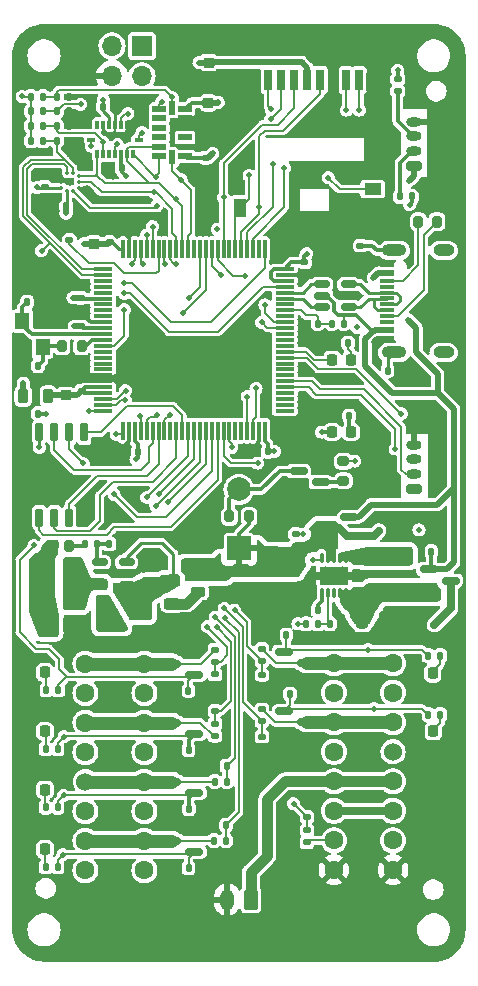
<source format=gbr>
%TF.GenerationSoftware,KiCad,Pcbnew,7.0.2-0*%
%TF.CreationDate,2023-10-14T20:17:31-05:00*%
%TF.ProjectId,Flight Computer,466c6967-6874-4204-936f-6d7075746572,1.1*%
%TF.SameCoordinates,Original*%
%TF.FileFunction,Copper,L1,Top*%
%TF.FilePolarity,Positive*%
%FSLAX46Y46*%
G04 Gerber Fmt 4.6, Leading zero omitted, Abs format (unit mm)*
G04 Created by KiCad (PCBNEW 7.0.2-0) date 2023-10-14 20:17:31*
%MOMM*%
%LPD*%
G01*
G04 APERTURE LIST*
G04 Aperture macros list*
%AMRoundRect*
0 Rectangle with rounded corners*
0 $1 Rounding radius*
0 $2 $3 $4 $5 $6 $7 $8 $9 X,Y pos of 4 corners*
0 Add a 4 corners polygon primitive as box body*
4,1,4,$2,$3,$4,$5,$6,$7,$8,$9,$2,$3,0*
0 Add four circle primitives for the rounded corners*
1,1,$1+$1,$2,$3*
1,1,$1+$1,$4,$5*
1,1,$1+$1,$6,$7*
1,1,$1+$1,$8,$9*
0 Add four rect primitives between the rounded corners*
20,1,$1+$1,$2,$3,$4,$5,0*
20,1,$1+$1,$4,$5,$6,$7,0*
20,1,$1+$1,$6,$7,$8,$9,0*
20,1,$1+$1,$8,$9,$2,$3,0*%
G04 Aperture macros list end*
%TA.AperFunction,SMDPad,CuDef*%
%ADD10RoundRect,0.150000X-0.587500X-0.150000X0.587500X-0.150000X0.587500X0.150000X-0.587500X0.150000X0*%
%TD*%
%TA.AperFunction,SMDPad,CuDef*%
%ADD11RoundRect,0.135000X-0.185000X0.135000X-0.185000X-0.135000X0.185000X-0.135000X0.185000X0.135000X0*%
%TD*%
%TA.AperFunction,SMDPad,CuDef*%
%ADD12RoundRect,0.218750X-0.218750X-0.256250X0.218750X-0.256250X0.218750X0.256250X-0.218750X0.256250X0*%
%TD*%
%TA.AperFunction,SMDPad,CuDef*%
%ADD13RoundRect,0.150000X0.587500X0.150000X-0.587500X0.150000X-0.587500X-0.150000X0.587500X-0.150000X0*%
%TD*%
%TA.AperFunction,SMDPad,CuDef*%
%ADD14RoundRect,0.200000X-0.275000X0.200000X-0.275000X-0.200000X0.275000X-0.200000X0.275000X0.200000X0*%
%TD*%
%TA.AperFunction,SMDPad,CuDef*%
%ADD15RoundRect,0.218750X0.218750X0.256250X-0.218750X0.256250X-0.218750X-0.256250X0.218750X-0.256250X0*%
%TD*%
%TA.AperFunction,SMDPad,CuDef*%
%ADD16RoundRect,0.135000X0.185000X-0.135000X0.185000X0.135000X-0.185000X0.135000X-0.185000X-0.135000X0*%
%TD*%
%TA.AperFunction,SMDPad,CuDef*%
%ADD17RoundRect,0.135000X-0.135000X-0.185000X0.135000X-0.185000X0.135000X0.185000X-0.135000X0.185000X0*%
%TD*%
%TA.AperFunction,SMDPad,CuDef*%
%ADD18RoundRect,0.200000X0.200000X0.275000X-0.200000X0.275000X-0.200000X-0.275000X0.200000X-0.275000X0*%
%TD*%
%TA.AperFunction,SMDPad,CuDef*%
%ADD19RoundRect,0.140000X0.140000X0.170000X-0.140000X0.170000X-0.140000X-0.170000X0.140000X-0.170000X0*%
%TD*%
%TA.AperFunction,SMDPad,CuDef*%
%ADD20RoundRect,0.225000X-0.250000X0.225000X-0.250000X-0.225000X0.250000X-0.225000X0.250000X0.225000X0*%
%TD*%
%TA.AperFunction,SMDPad,CuDef*%
%ADD21RoundRect,0.140000X-0.140000X-0.170000X0.140000X-0.170000X0.140000X0.170000X-0.140000X0.170000X0*%
%TD*%
%TA.AperFunction,SMDPad,CuDef*%
%ADD22RoundRect,0.218750X-0.381250X0.218750X-0.381250X-0.218750X0.381250X-0.218750X0.381250X0.218750X0*%
%TD*%
%TA.AperFunction,SMDPad,CuDef*%
%ADD23RoundRect,0.140000X-0.170000X0.140000X-0.170000X-0.140000X0.170000X-0.140000X0.170000X0.140000X0*%
%TD*%
%TA.AperFunction,SMDPad,CuDef*%
%ADD24RoundRect,0.218750X0.218750X0.381250X-0.218750X0.381250X-0.218750X-0.381250X0.218750X-0.381250X0*%
%TD*%
%TA.AperFunction,ComponentPad*%
%ADD25RoundRect,0.200000X0.450000X-0.200000X0.450000X0.200000X-0.450000X0.200000X-0.450000X-0.200000X0*%
%TD*%
%TA.AperFunction,ComponentPad*%
%ADD26O,1.300000X0.800000*%
%TD*%
%TA.AperFunction,SMDPad,CuDef*%
%ADD27RoundRect,0.140000X0.170000X-0.140000X0.170000X0.140000X-0.170000X0.140000X-0.170000X-0.140000X0*%
%TD*%
%TA.AperFunction,SMDPad,CuDef*%
%ADD28RoundRect,0.135000X0.135000X0.185000X-0.135000X0.185000X-0.135000X-0.185000X0.135000X-0.185000X0*%
%TD*%
%TA.AperFunction,SMDPad,CuDef*%
%ADD29RoundRect,0.075000X-0.725000X-0.075000X0.725000X-0.075000X0.725000X0.075000X-0.725000X0.075000X0*%
%TD*%
%TA.AperFunction,SMDPad,CuDef*%
%ADD30RoundRect,0.075000X-0.075000X-0.725000X0.075000X-0.725000X0.075000X0.725000X-0.075000X0.725000X0*%
%TD*%
%TA.AperFunction,SMDPad,CuDef*%
%ADD31RoundRect,0.225000X0.250000X-0.225000X0.250000X0.225000X-0.250000X0.225000X-0.250000X-0.225000X0*%
%TD*%
%TA.AperFunction,SMDPad,CuDef*%
%ADD32RoundRect,0.200000X-0.200000X-0.275000X0.200000X-0.275000X0.200000X0.275000X-0.200000X0.275000X0*%
%TD*%
%TA.AperFunction,SMDPad,CuDef*%
%ADD33R,1.240000X0.600000*%
%TD*%
%TA.AperFunction,SMDPad,CuDef*%
%ADD34R,1.240000X0.300000*%
%TD*%
%TA.AperFunction,ComponentPad*%
%ADD35O,2.100000X1.000000*%
%TD*%
%TA.AperFunction,ComponentPad*%
%ADD36O,1.800000X1.000000*%
%TD*%
%TA.AperFunction,SMDPad,CuDef*%
%ADD37RoundRect,0.150000X0.512500X0.150000X-0.512500X0.150000X-0.512500X-0.150000X0.512500X-0.150000X0*%
%TD*%
%TA.AperFunction,SMDPad,CuDef*%
%ADD38R,0.700000X1.750000*%
%TD*%
%TA.AperFunction,SMDPad,CuDef*%
%ADD39R,1.450000X1.000000*%
%TD*%
%TA.AperFunction,SMDPad,CuDef*%
%ADD40R,1.000000X1.550000*%
%TD*%
%TA.AperFunction,SMDPad,CuDef*%
%ADD41R,0.800000X1.500000*%
%TD*%
%TA.AperFunction,SMDPad,CuDef*%
%ADD42R,1.300000X1.500000*%
%TD*%
%TA.AperFunction,SMDPad,CuDef*%
%ADD43R,1.500000X1.500000*%
%TD*%
%TA.AperFunction,SMDPad,CuDef*%
%ADD44R,0.800000X1.400000*%
%TD*%
%TA.AperFunction,SMDPad,CuDef*%
%ADD45RoundRect,0.250000X-0.250000X-0.475000X0.250000X-0.475000X0.250000X0.475000X-0.250000X0.475000X0*%
%TD*%
%TA.AperFunction,SMDPad,CuDef*%
%ADD46R,1.200000X1.400000*%
%TD*%
%TA.AperFunction,SMDPad,CuDef*%
%ADD47RoundRect,0.250000X-0.475000X0.250000X-0.475000X-0.250000X0.475000X-0.250000X0.475000X0.250000X0*%
%TD*%
%TA.AperFunction,SMDPad,CuDef*%
%ADD48R,1.100000X3.700000*%
%TD*%
%TA.AperFunction,SMDPad,CuDef*%
%ADD49R,3.700000X1.100000*%
%TD*%
%TA.AperFunction,SMDPad,CuDef*%
%ADD50RoundRect,0.012500X0.112500X-0.325000X0.112500X0.325000X-0.112500X0.325000X-0.112500X-0.325000X0*%
%TD*%
%TA.AperFunction,SMDPad,CuDef*%
%ADD51RoundRect,0.012500X0.325000X-0.112500X0.325000X0.112500X-0.325000X0.112500X-0.325000X-0.112500X0*%
%TD*%
%TA.AperFunction,SMDPad,CuDef*%
%ADD52RoundRect,0.243750X0.456250X-0.243750X0.456250X0.243750X-0.456250X0.243750X-0.456250X-0.243750X0*%
%TD*%
%TA.AperFunction,SMDPad,CuDef*%
%ADD53R,0.280000X0.280000*%
%TD*%
%TA.AperFunction,SMDPad,CuDef*%
%ADD54O,0.280000X0.850000*%
%TD*%
%TA.AperFunction,ComponentPad*%
%ADD55C,0.600000*%
%TD*%
%TA.AperFunction,SMDPad,CuDef*%
%ADD56R,1.050000X0.680000*%
%TD*%
%TA.AperFunction,SMDPad,CuDef*%
%ADD57R,0.500000X0.260000*%
%TD*%
%TA.AperFunction,SMDPad,CuDef*%
%ADD58R,0.700000X0.280000*%
%TD*%
%TA.AperFunction,SMDPad,CuDef*%
%ADD59R,2.400000X1.650000*%
%TD*%
%TA.AperFunction,SMDPad,CuDef*%
%ADD60RoundRect,0.012500X0.112500X0.125000X-0.112500X0.125000X-0.112500X-0.125000X0.112500X-0.125000X0*%
%TD*%
%TA.AperFunction,SMDPad,CuDef*%
%ADD61RoundRect,0.012500X0.125000X0.112500X-0.125000X0.112500X-0.125000X-0.112500X0.125000X-0.112500X0*%
%TD*%
%TA.AperFunction,SMDPad,CuDef*%
%ADD62RoundRect,0.027500X0.545000X0.247500X-0.545000X0.247500X-0.545000X-0.247500X0.545000X-0.247500X0*%
%TD*%
%TA.AperFunction,SMDPad,CuDef*%
%ADD63RoundRect,0.027500X0.247500X0.545000X-0.247500X0.545000X-0.247500X-0.545000X0.247500X-0.545000X0*%
%TD*%
%TA.AperFunction,SMDPad,CuDef*%
%ADD64RoundRect,0.150000X0.150000X-0.650000X0.150000X0.650000X-0.150000X0.650000X-0.150000X-0.650000X0*%
%TD*%
%TA.AperFunction,SMDPad,CuDef*%
%ADD65RoundRect,0.225000X0.225000X0.375000X-0.225000X0.375000X-0.225000X-0.375000X0.225000X-0.375000X0*%
%TD*%
%TA.AperFunction,ComponentPad*%
%ADD66RoundRect,0.250000X0.350000X0.625000X-0.350000X0.625000X-0.350000X-0.625000X0.350000X-0.625000X0*%
%TD*%
%TA.AperFunction,ComponentPad*%
%ADD67O,1.200000X1.750000*%
%TD*%
%TA.AperFunction,ComponentPad*%
%ADD68C,1.600000*%
%TD*%
%TA.AperFunction,ComponentPad*%
%ADD69C,1.524000*%
%TD*%
%TA.AperFunction,ComponentPad*%
%ADD70R,2.000000X2.000000*%
%TD*%
%TA.AperFunction,ComponentPad*%
%ADD71C,2.000000*%
%TD*%
%TA.AperFunction,ComponentPad*%
%ADD72R,1.700000X1.700000*%
%TD*%
%TA.AperFunction,ComponentPad*%
%ADD73O,1.700000X1.700000*%
%TD*%
%TA.AperFunction,ViaPad*%
%ADD74C,0.500000*%
%TD*%
%TA.AperFunction,Conductor*%
%ADD75C,0.700000*%
%TD*%
%TA.AperFunction,Conductor*%
%ADD76C,0.300000*%
%TD*%
%TA.AperFunction,Conductor*%
%ADD77C,0.127000*%
%TD*%
%TA.AperFunction,Conductor*%
%ADD78C,0.500000*%
%TD*%
%TA.AperFunction,Conductor*%
%ADD79C,0.250000*%
%TD*%
%TA.AperFunction,Conductor*%
%ADD80C,0.286004*%
%TD*%
%TA.AperFunction,Conductor*%
%ADD81C,1.100000*%
%TD*%
%TA.AperFunction,Conductor*%
%ADD82C,0.900000*%
%TD*%
G04 APERTURE END LIST*
D10*
%TO.P,Q9,1,G*%
%TO.N,/USB 5V in*%
X168362500Y-109997500D03*
%TO.P,Q9,2,S*%
%TO.N,/Connectors and Power Supply/Power Supply/Boost Converter Vin*%
X168362500Y-111897500D03*
%TO.P,Q9,3,D*%
%TO.N,/Main battery in*%
X170237500Y-110947500D03*
%TD*%
D11*
%TO.P,R3,1*%
%TO.N,GND*%
X137950000Y-81090000D03*
%TO.P,R3,2*%
%TO.N,Net-(U1-BOOT0)*%
X137950000Y-82110000D03*
%TD*%
D12*
%TO.P,D8,1,K*%
%TO.N,GND*%
X134312500Y-123700000D03*
%TO.P,D8,2,A*%
%TO.N,Net-(D8-A)*%
X135887500Y-123700000D03*
%TD*%
D13*
%TO.P,Q2,1,G*%
%TO.N,/Pyro Channel A Trigger*%
X148537500Y-133912500D03*
%TO.P,Q2,2,S*%
%TO.N,GND*%
X148537500Y-132012500D03*
%TO.P,Q2,3,D*%
%TO.N,/Pyrotechnic Channels/Pyro Channel A*%
X146662500Y-132962500D03*
%TD*%
D14*
%TO.P,R18,1*%
%TO.N,Net-(U1-PD13)*%
X161150000Y-100837500D03*
%TO.P,R18,2*%
%TO.N,Net-(Q1-B)*%
X161150000Y-102487500D03*
%TD*%
D11*
%TO.P,R14,1*%
%TO.N,/Pyro F Continuity Voltage*%
X154250000Y-124140000D03*
%TO.P,R14,2*%
%TO.N,GND*%
X154250000Y-125160000D03*
%TD*%
D13*
%TO.P,Q1,1,B*%
%TO.N,Net-(Q1-B)*%
X159237500Y-102612500D03*
%TO.P,Q1,2,E*%
%TO.N,GND*%
X159237500Y-100712500D03*
%TO.P,Q1,3,C*%
%TO.N,Net-(BZ1-+)*%
X157362500Y-101662500D03*
%TD*%
D15*
%TO.P,D2,1,K*%
%TO.N,Net-(D2-K)*%
X161787500Y-98362500D03*
%TO.P,D2,2,A*%
%TO.N,+3.3V*%
X160212500Y-98362500D03*
%TD*%
D11*
%TO.P,R13,1*%
%TO.N,/Pyrotechnic Channels/Pyro Channel F*%
X154250000Y-121840000D03*
%TO.P,R13,2*%
%TO.N,/Pyro F Continuity Voltage*%
X154250000Y-122860000D03*
%TD*%
D16*
%TO.P,R9,1*%
%TO.N,/Pyrotechnic Channels/Pyro Channel C*%
X150270000Y-124080000D03*
%TO.P,R9,2*%
%TO.N,/Pyro C Continuity Voltage*%
X150270000Y-123060000D03*
%TD*%
D17*
%TO.P,R19,1*%
%TO.N,Net-(J7-SHIELD)*%
X164890000Y-93162500D03*
%TO.P,R19,2*%
%TO.N,GND*%
X165910000Y-93162500D03*
%TD*%
D18*
%TO.P,R2,1*%
%TO.N,Net-(U1-PH1)*%
X138975000Y-91087500D03*
%TO.P,R2,2*%
%TO.N,Net-(C10-Pad1)*%
X137325000Y-91087500D03*
%TD*%
D19*
%TO.P,C10,1*%
%TO.N,Net-(C10-Pad1)*%
X135280000Y-92762500D03*
%TO.P,C10,2*%
%TO.N,GND*%
X134320000Y-92762500D03*
%TD*%
D17*
%TO.P,R22,1*%
%TO.N,Net-(U8-FB)*%
X160020000Y-114600000D03*
%TO.P,R22,2*%
%TO.N,GND*%
X161040000Y-114600000D03*
%TD*%
D20*
%TO.P,C1,1*%
%TO.N,+3.3V*%
X149700000Y-70475000D03*
%TO.P,C1,2*%
%TO.N,GND*%
X149700000Y-72025000D03*
%TD*%
D16*
%TO.P,R23,1*%
%TO.N,+5V*%
X157100000Y-108022500D03*
%TO.P,R23,2*%
%TO.N,Net-(U8-PG)*%
X157100000Y-107002500D03*
%TD*%
D21*
%TO.P,C8,1*%
%TO.N,+3.3V*%
X140820000Y-70850000D03*
%TO.P,C8,2*%
%TO.N,GND*%
X141780000Y-70850000D03*
%TD*%
D19*
%TO.P,C15,1*%
%TO.N,+3.3V*%
X143730000Y-100050000D03*
%TO.P,C15,2*%
%TO.N,GND*%
X142770000Y-100050000D03*
%TD*%
D11*
%TO.P,R15,1*%
%TO.N,/Pyrotechnic Channels/Pyro Channel D*%
X150280000Y-116790000D03*
%TO.P,R15,2*%
%TO.N,/Pyro D Continuity Voltage*%
X150280000Y-117810000D03*
%TD*%
D16*
%TO.P,R35,1*%
%TO.N,/Ignition Battery Voltage*%
X158060000Y-130957500D03*
%TO.P,R35,2*%
%TO.N,GND*%
X158060000Y-129937500D03*
%TD*%
D22*
%TO.P,FB2,1*%
%TO.N,+5V*%
X148844000Y-109757500D03*
%TO.P,FB2,2*%
%TO.N,Net-(F1-Pad1)*%
X148844000Y-111882500D03*
%TD*%
D15*
%TO.P,D4,1,K*%
%TO.N,GND*%
X170287500Y-118800000D03*
%TO.P,D4,2,A*%
%TO.N,Net-(D4-A)*%
X168712500Y-118800000D03*
%TD*%
D18*
%TO.P,R21,1*%
%TO.N,Net-(J7-CC2)*%
X167500000Y-80550000D03*
%TO.P,R21,2*%
%TO.N,GND*%
X165850000Y-80550000D03*
%TD*%
D17*
%TO.P,R53,1*%
%TO.N,/Chip Select Low G Gyro*%
X136890000Y-71200000D03*
%TO.P,R53,2*%
%TO.N,GND*%
X137910000Y-71200000D03*
%TD*%
D23*
%TO.P,C25,1*%
%TO.N,Net-(J7-SHIELD)*%
X162580000Y-82580000D03*
%TO.P,C25,2*%
%TO.N,GND*%
X162580000Y-83540000D03*
%TD*%
D24*
%TO.P,FB1,1*%
%TO.N,/Microcontroller/VDDA*%
X136162500Y-95312500D03*
%TO.P,FB1,2*%
%TO.N,+3.3V*%
X134037500Y-95312500D03*
%TD*%
D25*
%TO.P,J8,1,Pin_1*%
%TO.N,+5V*%
X167100000Y-103175000D03*
D26*
%TO.P,J8,2,Pin_2*%
%TO.N,/UART3 RX*%
X167100000Y-101925000D03*
%TO.P,J8,3,Pin_3*%
%TO.N,/UART3 TX*%
X167100000Y-100675000D03*
%TO.P,J8,4,Pin_4*%
%TO.N,GND*%
X167100000Y-99425000D03*
%TD*%
D27*
%TO.P,C16,1*%
%TO.N,/Microcontroller/VDDA*%
X139000000Y-94867500D03*
%TO.P,C16,2*%
%TO.N,GND*%
X139000000Y-93907500D03*
%TD*%
D19*
%TO.P,C18,1*%
%TO.N,Net-(U8-SS)*%
X158980000Y-113450000D03*
%TO.P,C18,2*%
%TO.N,GND*%
X158020000Y-113450000D03*
%TD*%
D17*
%TO.P,R37,1*%
%TO.N,/Pyro Channel E Trigger*%
X168340000Y-117300000D03*
%TO.P,R37,2*%
%TO.N,Net-(D4-A)*%
X169360000Y-117300000D03*
%TD*%
D19*
%TO.P,C3,1*%
%TO.N,+3.3V*%
X137680000Y-79250000D03*
%TO.P,C3,2*%
%TO.N,GND*%
X136720000Y-79250000D03*
%TD*%
D28*
%TO.P,R46,1*%
%TO.N,Net-(U1-PA9)*%
X158980000Y-89180000D03*
%TO.P,R46,2*%
%TO.N,GND*%
X157960000Y-89180000D03*
%TD*%
%TO.P,R17,1*%
%TO.N,Net-(D1-K)*%
X161520000Y-90830000D03*
%TO.P,R17,2*%
%TO.N,GND*%
X160500000Y-90830000D03*
%TD*%
D29*
%TO.P,U1,1,PE2*%
%TO.N,/Altimeter Interrupt*%
X140825000Y-84562500D03*
%TO.P,U1,2,PE3*%
%TO.N,/Chip Select Altimeter*%
X140825000Y-85062500D03*
%TO.P,U1,3,PE4*%
%TO.N,unconnected-(U1-PE4-Pad3)*%
X140825000Y-85562500D03*
%TO.P,U1,4,PE5*%
%TO.N,unconnected-(U1-PE5-Pad4)*%
X140825000Y-86062500D03*
%TO.P,U1,5,PE6*%
%TO.N,unconnected-(U1-PE6-Pad5)*%
X140825000Y-86562500D03*
%TO.P,U1,6,VBAT*%
%TO.N,+3.3V*%
X140825000Y-87062500D03*
%TO.P,U1,7,PC13*%
%TO.N,unconnected-(U1-PC13-Pad7)*%
X140825000Y-87562500D03*
%TO.P,U1,8,PC14*%
%TO.N,unconnected-(U1-PC14-Pad8)*%
X140825000Y-88062500D03*
%TO.P,U1,9,PC15*%
%TO.N,unconnected-(U1-PC15-Pad9)*%
X140825000Y-88562500D03*
%TO.P,U1,10,VSS*%
%TO.N,GND*%
X140825000Y-89062500D03*
%TO.P,U1,11,VDD*%
%TO.N,+3.3V*%
X140825000Y-89562500D03*
%TO.P,U1,12,PH0*%
%TO.N,Net-(U1-PH0)*%
X140825000Y-90062500D03*
%TO.P,U1,13,PH1*%
%TO.N,Net-(U1-PH1)*%
X140825000Y-90562500D03*
%TO.P,U1,14,NRST*%
%TO.N,/NRST*%
X140825000Y-91062500D03*
%TO.P,U1,15,PC0*%
%TO.N,unconnected-(U1-PC0-Pad15)*%
X140825000Y-91562500D03*
%TO.P,U1,16,PC1*%
%TO.N,unconnected-(U1-PC1-Pad16)*%
X140825000Y-92062500D03*
%TO.P,U1,17,PC2*%
%TO.N,unconnected-(U1-PC2-Pad17)*%
X140825000Y-92562500D03*
%TO.P,U1,18,PC3*%
%TO.N,unconnected-(U1-PC3-Pad18)*%
X140825000Y-93062500D03*
%TO.P,U1,19,VSSA*%
%TO.N,GND*%
X140825000Y-93562500D03*
%TO.P,U1,20,VREF-*%
X140825000Y-94062500D03*
%TO.P,U1,21,VREF+*%
%TO.N,/Microcontroller/VDDA*%
X140825000Y-94562500D03*
%TO.P,U1,22,VDDA*%
X140825000Y-95062500D03*
%TO.P,U1,23,PA0*%
%TO.N,/Pyro A Continuity Voltage*%
X140825000Y-95562500D03*
%TO.P,U1,24,PA1*%
%TO.N,/Pyro B Continuity Voltage*%
X140825000Y-96062500D03*
%TO.P,U1,25,PA2*%
%TO.N,/Pyro C Continuity Voltage*%
X140825000Y-96562500D03*
D30*
%TO.P,U1,26,PA3*%
%TO.N,/Pyro D Continuity Voltage*%
X142500000Y-98237500D03*
%TO.P,U1,27,VSS*%
%TO.N,GND*%
X143000000Y-98237500D03*
%TO.P,U1,28,VDD*%
%TO.N,+3.3V*%
X143500000Y-98237500D03*
%TO.P,U1,29,PA4*%
%TO.N,/Pyro F Continuity Voltage*%
X144000000Y-98237500D03*
%TO.P,U1,30,PA5*%
%TO.N,/Pyro E Continuity Voltage*%
X144500000Y-98237500D03*
%TO.P,U1,31,PA6*%
%TO.N,/QSPI IO3*%
X145000000Y-98237500D03*
%TO.P,U1,32,PA7*%
%TO.N,/QSPI IO2*%
X145500000Y-98237500D03*
%TO.P,U1,33,PC4*%
%TO.N,/Ignition Battery Voltage*%
X146000000Y-98237500D03*
%TO.P,U1,34,PC5*%
%TO.N,unconnected-(U1-PC5-Pad34)*%
X146500000Y-98237500D03*
%TO.P,U1,35,PB0*%
%TO.N,/QSPI IO1*%
X147000000Y-98237500D03*
%TO.P,U1,36,PB1*%
%TO.N,/QSPI IO0*%
X147500000Y-98237500D03*
%TO.P,U1,37,PB2*%
%TO.N,/Pyro Channel A Trigger*%
X148000000Y-98237500D03*
%TO.P,U1,38,PE7*%
%TO.N,/Pyro Channel B Trigger*%
X148500000Y-98237500D03*
%TO.P,U1,39,PE8*%
%TO.N,/Pyro Channel C Trigger*%
X149000000Y-98237500D03*
%TO.P,U1,40,PE9*%
%TO.N,/Pyro Channel D Trigger*%
X149500000Y-98237500D03*
%TO.P,U1,41,PE10*%
%TO.N,/QSPI Clock*%
X150000000Y-98237500D03*
%TO.P,U1,42,PE11*%
%TO.N,/QSPI Chip Select*%
X150500000Y-98237500D03*
%TO.P,U1,43,PE12*%
%TO.N,/Pyro Channel F Trigger*%
X151000000Y-98237500D03*
%TO.P,U1,44,PE13*%
%TO.N,/Pyro Channel E Trigger*%
X151500000Y-98237500D03*
%TO.P,U1,45,PE14*%
%TO.N,unconnected-(U1-PE14-Pad45)*%
X152000000Y-98237500D03*
%TO.P,U1,46,PE15*%
%TO.N,unconnected-(U1-PE15-Pad46)*%
X152500000Y-98237500D03*
%TO.P,U1,47,PB10*%
%TO.N,/I2C2 SCL*%
X153000000Y-98237500D03*
%TO.P,U1,48,PB11*%
%TO.N,/I2C2 SDA*%
X153500000Y-98237500D03*
%TO.P,U1,49,VSS*%
%TO.N,GND*%
X154000000Y-98237500D03*
%TO.P,U1,50,VDD*%
%TO.N,+3.3V*%
X154500000Y-98237500D03*
D29*
%TO.P,U1,51,PB12*%
%TO.N,unconnected-(U1-PB12-Pad51)*%
X156175000Y-96562500D03*
%TO.P,U1,52,PB13*%
%TO.N,unconnected-(U1-PB13-Pad52)*%
X156175000Y-96062500D03*
%TO.P,U1,53,PB14*%
%TO.N,unconnected-(U1-PB14-Pad53)*%
X156175000Y-95562500D03*
%TO.P,U1,54,PB15*%
%TO.N,unconnected-(U1-PB15-Pad54)*%
X156175000Y-95062500D03*
%TO.P,U1,55,PD8*%
%TO.N,/UART3 TX*%
X156175000Y-94562500D03*
%TO.P,U1,56,PD9*%
%TO.N,/UART3 RX*%
X156175000Y-94062500D03*
%TO.P,U1,57,PD10*%
%TO.N,unconnected-(U1-PD10-Pad57)*%
X156175000Y-93562500D03*
%TO.P,U1,58,PD11*%
%TO.N,unconnected-(U1-PD11-Pad58)*%
X156175000Y-93062500D03*
%TO.P,U1,59,PD12*%
%TO.N,unconnected-(U1-PD12-Pad59)*%
X156175000Y-92562500D03*
%TO.P,U1,60,PD13*%
%TO.N,Net-(U1-PD13)*%
X156175000Y-92062500D03*
%TO.P,U1,61,PD14*%
%TO.N,Net-(D1-A)*%
X156175000Y-91562500D03*
%TO.P,U1,62,PD15*%
%TO.N,unconnected-(U1-PD15-Pad62)*%
X156175000Y-91062500D03*
%TO.P,U1,63,PC6*%
%TO.N,unconnected-(U1-PC6-Pad63)*%
X156175000Y-90562500D03*
%TO.P,U1,64,PC7*%
%TO.N,unconnected-(U1-PC7-Pad64)*%
X156175000Y-90062500D03*
%TO.P,U1,65,PC8*%
%TO.N,/SDMMC Data 0*%
X156175000Y-89562500D03*
%TO.P,U1,66,PC9*%
%TO.N,/SDMMC Data 1*%
X156175000Y-89062500D03*
%TO.P,U1,67,PA8*%
%TO.N,unconnected-(U1-PA8-Pad67)*%
X156175000Y-88562500D03*
%TO.P,U1,68,PA9*%
%TO.N,Net-(U1-PA9)*%
X156175000Y-88062500D03*
%TO.P,U1,69,PA10*%
%TO.N,unconnected-(U1-PA10-Pad69)*%
X156175000Y-87562500D03*
%TO.P,U1,70,PA11*%
%TO.N,/USB D-*%
X156175000Y-87062500D03*
%TO.P,U1,71,PA12*%
%TO.N,/USB D+*%
X156175000Y-86562500D03*
%TO.P,U1,72,PA13*%
%TO.N,/SWDIO*%
X156175000Y-86062500D03*
%TO.P,U1,73,VDDUSB*%
%TO.N,+3.3V*%
X156175000Y-85562500D03*
%TO.P,U1,74,VSS*%
%TO.N,GND*%
X156175000Y-85062500D03*
%TO.P,U1,75,VDD*%
%TO.N,+3.3V*%
X156175000Y-84562500D03*
D30*
%TO.P,U1,76,PA14*%
%TO.N,/SWCLK*%
X154500000Y-82887500D03*
%TO.P,U1,77,PA15*%
%TO.N,unconnected-(U1-PA15-Pad77)*%
X154000000Y-82887500D03*
%TO.P,U1,78,PC10*%
%TO.N,/SDMMC Data 2*%
X153500000Y-82887500D03*
%TO.P,U1,79,PC11*%
%TO.N,/SDMMC Data 3*%
X153000000Y-82887500D03*
%TO.P,U1,80,PC12*%
%TO.N,/SDMMC Clock*%
X152500000Y-82887500D03*
%TO.P,U1,81,PD0*%
%TO.N,/SD Card Detect*%
X152000000Y-82887500D03*
%TO.P,U1,82,PD1*%
%TO.N,unconnected-(U1-PD1-Pad82)*%
X151500000Y-82887500D03*
%TO.P,U1,83,PD2*%
%TO.N,/SDMMC Command*%
X151000000Y-82887500D03*
%TO.P,U1,84,PD3*%
%TO.N,/GPS External Interrupt*%
X150500000Y-82887500D03*
%TO.P,U1,85,PD4*%
%TO.N,/GPS Reset*%
X150000000Y-82887500D03*
%TO.P,U1,86,PD5*%
%TO.N,/UART2 TX*%
X149500000Y-82887500D03*
%TO.P,U1,87,PD6*%
%TO.N,/UART2 RX*%
X149000000Y-82887500D03*
%TO.P,U1,88,PD7*%
%TO.N,unconnected-(U1-PD7-Pad88)*%
X148500000Y-82887500D03*
%TO.P,U1,89,PB3*%
%TO.N,/SPI1 SCK*%
X148000000Y-82887500D03*
%TO.P,U1,90,PB4*%
%TO.N,/SPI1 MISO*%
X147500000Y-82887500D03*
%TO.P,U1,91,PB5*%
%TO.N,/SPI1 MOSI*%
X147000000Y-82887500D03*
%TO.P,U1,92,PB6*%
%TO.N,/Chip Select High G Accel*%
X146500000Y-82887500D03*
%TO.P,U1,93,PB7*%
%TO.N,/High G Interrupt*%
X146000000Y-82887500D03*
%TO.P,U1,94,BOOT0*%
%TO.N,Net-(U1-BOOT0)*%
X145500000Y-82887500D03*
%TO.P,U1,95,PB8*%
%TO.N,/Chip Select Low G Gyro*%
X145000000Y-82887500D03*
%TO.P,U1,96,PB9*%
%TO.N,/Low G Gyro Interrupt*%
X144500000Y-82887500D03*
%TO.P,U1,97,PE0*%
%TO.N,/Chip Select Low G Accel*%
X144000000Y-82887500D03*
%TO.P,U1,98,PE1*%
%TO.N,/Low G Accel Interrupt*%
X143500000Y-82887500D03*
%TO.P,U1,99,VSS*%
%TO.N,GND*%
X143000000Y-82887500D03*
%TO.P,U1,100,VDD*%
%TO.N,+3.3V*%
X142500000Y-82887500D03*
%TD*%
D15*
%TO.P,D5,1,K*%
%TO.N,GND*%
X170337500Y-123700000D03*
%TO.P,D5,2,A*%
%TO.N,Net-(D5-A)*%
X168762500Y-123700000D03*
%TD*%
D31*
%TO.P,C7,1*%
%TO.N,+3.3V*%
X140000000Y-82425000D03*
%TO.P,C7,2*%
%TO.N,GND*%
X140000000Y-80875000D03*
%TD*%
D28*
%TO.P,R39,1*%
%TO.N,/Pyro Channel D Trigger*%
X137010000Y-120200000D03*
%TO.P,R39,2*%
%TO.N,Net-(D6-A)*%
X135990000Y-120200000D03*
%TD*%
D19*
%TO.P,C29,1*%
%TO.N,+3.3V*%
X135280000Y-96800000D03*
%TO.P,C29,2*%
%TO.N,GND*%
X134320000Y-96800000D03*
%TD*%
D28*
%TO.P,R27,1*%
%TO.N,+3.3V*%
X166960000Y-78412500D03*
%TO.P,R27,2*%
%TO.N,/I2C2 SDA*%
X165940000Y-78412500D03*
%TD*%
D17*
%TO.P,R38,1*%
%TO.N,/Pyro Channel F Trigger*%
X168340000Y-122300000D03*
%TO.P,R38,2*%
%TO.N,Net-(D5-A)*%
X169360000Y-122300000D03*
%TD*%
%TO.P,R33,1*%
%TO.N,/Pyro Channel C Trigger*%
X148040000Y-125262500D03*
%TO.P,R33,2*%
%TO.N,GND*%
X149060000Y-125262500D03*
%TD*%
%TO.P,R44,1*%
%TO.N,Net-(R42-Pad2)*%
X139240000Y-107850000D03*
%TO.P,R44,2*%
%TO.N,Net-(U9-FB)*%
X140260000Y-107850000D03*
%TD*%
%TO.P,R1,1*%
%TO.N,/USB 5V in*%
X168590000Y-108500000D03*
%TO.P,R1,2*%
%TO.N,GND*%
X169610000Y-108500000D03*
%TD*%
D28*
%TO.P,R40,1*%
%TO.N,/Pyro Channel B Trigger*%
X136960000Y-130150000D03*
%TO.P,R40,2*%
%TO.N,Net-(D7-A)*%
X135940000Y-130150000D03*
%TD*%
D32*
%TO.P,R42,1*%
%TO.N,+3.3V*%
X136275000Y-108000000D03*
%TO.P,R42,2*%
%TO.N,Net-(R42-Pad2)*%
X137925000Y-108000000D03*
%TD*%
D33*
%TO.P,J7,A1,GND*%
%TO.N,GND*%
X164840000Y-90502500D03*
%TO.P,J7,A4,VBUS*%
%TO.N,/USB 5V in*%
X164840000Y-89702500D03*
D34*
%TO.P,J7,A5,CC1*%
%TO.N,Net-(J7-CC1)*%
X164840000Y-88552500D03*
%TO.P,J7,A6,D+*%
%TO.N,/Connectors and Power Supply/USB CONN D+*%
X164840000Y-87552500D03*
%TO.P,J7,A7,D-*%
%TO.N,/Connectors and Power Supply/USB CONN D-*%
X164840000Y-87052500D03*
%TO.P,J7,A8,SBU1*%
%TO.N,unconnected-(J7-SBU1-PadA8)*%
X164840000Y-86052500D03*
D33*
%TO.P,J7,A9,VBUS*%
%TO.N,/USB 5V in*%
X164840000Y-84902500D03*
%TO.P,J7,A12,GND*%
%TO.N,GND*%
X164840000Y-84102500D03*
%TO.P,J7,B1,GND*%
X164840000Y-84102500D03*
%TO.P,J7,B4,VBUS*%
%TO.N,/USB 5V in*%
X164840000Y-84902500D03*
D34*
%TO.P,J7,B5,CC2*%
%TO.N,Net-(J7-CC2)*%
X164840000Y-85552500D03*
%TO.P,J7,B6,D+*%
%TO.N,/Connectors and Power Supply/USB CONN D+*%
X164840000Y-86552500D03*
%TO.P,J7,B7,D-*%
%TO.N,/Connectors and Power Supply/USB CONN D-*%
X164840000Y-88052500D03*
%TO.P,J7,B8,SBU2*%
%TO.N,unconnected-(J7-SBU2-PadB8)*%
X164840000Y-89052500D03*
D33*
%TO.P,J7,B9,VBUS*%
%TO.N,/USB 5V in*%
X164840000Y-89702500D03*
%TO.P,J7,B12,GND*%
%TO.N,GND*%
X164840000Y-90502500D03*
D35*
%TO.P,J7,S1,SHIELD*%
%TO.N,Net-(J7-SHIELD)*%
X165440000Y-91622500D03*
D36*
X169640000Y-91622500D03*
D35*
X165440000Y-82982500D03*
D36*
X169640000Y-82982500D03*
%TD*%
D28*
%TO.P,R30,1*%
%TO.N,/Pyro Channel E Trigger*%
X156310000Y-115550000D03*
%TO.P,R30,2*%
%TO.N,GND*%
X155290000Y-115550000D03*
%TD*%
D11*
%TO.P,R12,1*%
%TO.N,/Pyro E Continuity Voltage*%
X154260000Y-118950000D03*
%TO.P,R12,2*%
%TO.N,GND*%
X154260000Y-119970000D03*
%TD*%
D23*
%TO.P,C12,1*%
%TO.N,+3.3V*%
X157850000Y-84007500D03*
%TO.P,C12,2*%
%TO.N,GND*%
X157850000Y-84967500D03*
%TD*%
D17*
%TO.P,R48,1*%
%TO.N,+3.3V*%
X134690000Y-69970000D03*
%TO.P,R48,2*%
%TO.N,/Chip Select High G Accel*%
X135710000Y-69970000D03*
%TD*%
D28*
%TO.P,R8,1*%
%TO.N,/Pyro B Continuity Voltage*%
X151260000Y-126650000D03*
%TO.P,R8,2*%
%TO.N,GND*%
X150240000Y-126650000D03*
%TD*%
D10*
%TO.P,Q7,1,G*%
%TO.N,/Pyro Channel F Trigger*%
X156122500Y-121987500D03*
%TO.P,Q7,2,S*%
%TO.N,GND*%
X156122500Y-123887500D03*
%TO.P,Q7,3,D*%
%TO.N,/Pyrotechnic Channels/Pyro Channel F*%
X157997500Y-122937500D03*
%TD*%
D27*
%TO.P,C9,1*%
%TO.N,+3.3V*%
X138900000Y-86992500D03*
%TO.P,C9,2*%
%TO.N,GND*%
X138900000Y-86032500D03*
%TD*%
D12*
%TO.P,D3,1,K*%
%TO.N,GND*%
X134312500Y-133700000D03*
%TO.P,D3,2,A*%
%TO.N,Net-(D3-A)*%
X135887500Y-133700000D03*
%TD*%
D27*
%TO.P,C4,1*%
%TO.N,+3.3V*%
X135850000Y-77580000D03*
%TO.P,C4,2*%
%TO.N,GND*%
X135850000Y-76620000D03*
%TD*%
D17*
%TO.P,R49,1*%
%TO.N,/Chip Select High G Accel*%
X136890000Y-69970000D03*
%TO.P,R49,2*%
%TO.N,GND*%
X137910000Y-69970000D03*
%TD*%
D31*
%TO.P,C24,1*%
%TO.N,/Microcontroller/VDDA*%
X137650000Y-95262500D03*
%TO.P,C24,2*%
%TO.N,GND*%
X137650000Y-93712500D03*
%TD*%
D11*
%TO.P,R16,1*%
%TO.N,/Pyro D Continuity Voltage*%
X150280000Y-118890000D03*
%TO.P,R16,2*%
%TO.N,GND*%
X150280000Y-119910000D03*
%TD*%
D37*
%TO.P,U2,1,I/O1*%
%TO.N,/Connectors and Power Supply/USB CONN D-*%
X161587500Y-87762500D03*
%TO.P,U2,2,GND*%
%TO.N,GND*%
X161587500Y-86812500D03*
%TO.P,U2,3,I/O2*%
%TO.N,/Connectors and Power Supply/USB CONN D+*%
X161587500Y-85862500D03*
%TO.P,U2,4,I/O2*%
%TO.N,/USB D+*%
X159312500Y-85862500D03*
%TO.P,U2,5,VBUS*%
%TO.N,/USB 5V in*%
X159312500Y-86812500D03*
%TO.P,U2,6,I/O1*%
%TO.N,/USB D-*%
X159312500Y-87762500D03*
%TD*%
D38*
%TO.P,J10,1,DAT2*%
%TO.N,/SDMMC Data 2*%
X154795000Y-68562500D03*
%TO.P,J10,2,DAT3/CD*%
%TO.N,/SDMMC Data 3*%
X155895000Y-68562500D03*
%TO.P,J10,3,CMD*%
%TO.N,/SDMMC Command*%
X156995000Y-68562500D03*
%TO.P,J10,4,VDD*%
%TO.N,+3.3V*%
X158095000Y-68562500D03*
%TO.P,J10,5,CLK*%
%TO.N,/SDMMC Clock*%
X159195000Y-68562500D03*
%TO.P,J10,6,VSS*%
%TO.N,GND*%
X160295000Y-68562500D03*
%TO.P,J10,7,DAT0*%
%TO.N,/SDMMC Data 0*%
X161395000Y-68562500D03*
%TO.P,J10,8,DAT1*%
%TO.N,/SDMMC Data 1*%
X162495000Y-68562500D03*
D39*
%TO.P,J10,9,DET_B*%
%TO.N,/SD Card Detect*%
X163620000Y-77787500D03*
D40*
%TO.P,J10,10,DET_A*%
X152395000Y-79362500D03*
D41*
%TO.P,J10,11,SHIELD*%
%TO.N,GND*%
X163945000Y-76287500D03*
D42*
X163695000Y-68687500D03*
D43*
X152345000Y-68687500D03*
D44*
X151995000Y-76937500D03*
%TD*%
D18*
%TO.P,R28,1*%
%TO.N,+5V*%
X153150000Y-105512500D03*
%TO.P,R28,2*%
%TO.N,Net-(BZ1-+)*%
X151500000Y-105512500D03*
%TD*%
D32*
%TO.P,R20,1*%
%TO.N,Net-(J7-CC1)*%
X169075000Y-80550000D03*
%TO.P,R20,2*%
%TO.N,GND*%
X170725000Y-80550000D03*
%TD*%
D45*
%TO.P,C20,1*%
%TO.N,+3.3V*%
X136050000Y-114712500D03*
%TO.P,C20,2*%
%TO.N,GND*%
X137950000Y-114712500D03*
%TD*%
D17*
%TO.P,R4,1*%
%TO.N,/Pyrotechnic Channels/Pyro Channel A*%
X150190000Y-132950000D03*
%TO.P,R4,2*%
%TO.N,/Pyro A Continuity Voltage*%
X151210000Y-132950000D03*
%TD*%
D46*
%TO.P,Y1,1,1*%
%TO.N,Net-(U1-PH0)*%
X133975000Y-88962500D03*
%TO.P,Y1,2,2*%
%TO.N,GND*%
X133975000Y-91162500D03*
%TO.P,Y1,3,3*%
%TO.N,Net-(C10-Pad1)*%
X135675000Y-91162500D03*
%TO.P,Y1,4,4*%
%TO.N,GND*%
X135675000Y-88962500D03*
%TD*%
D28*
%TO.P,R31,1*%
%TO.N,/Pyro Channel F Trigger*%
X156610000Y-120550000D03*
%TO.P,R31,2*%
%TO.N,GND*%
X155590000Y-120550000D03*
%TD*%
%TO.P,R36,1*%
%TO.N,/Pyro Channel A Trigger*%
X136960000Y-135200000D03*
%TO.P,R36,2*%
%TO.N,Net-(D3-A)*%
X135940000Y-135200000D03*
%TD*%
D17*
%TO.P,R52,1*%
%TO.N,+3.3V*%
X134690000Y-71200000D03*
%TO.P,R52,2*%
%TO.N,/Chip Select Low G Gyro*%
X135710000Y-71200000D03*
%TD*%
D28*
%TO.P,R41,1*%
%TO.N,/Pyro Channel C Trigger*%
X136960000Y-125200000D03*
%TO.P,R41,2*%
%TO.N,Net-(D8-A)*%
X135940000Y-125200000D03*
%TD*%
D10*
%TO.P,Q6,1,G*%
%TO.N,/Pyro Channel E Trigger*%
X156122500Y-116987500D03*
%TO.P,Q6,2,S*%
%TO.N,GND*%
X156122500Y-118887500D03*
%TO.P,Q6,3,D*%
%TO.N,/Pyrotechnic Channels/Pyro Channel E*%
X157997500Y-117937500D03*
%TD*%
D47*
%TO.P,C21,1*%
%TO.N,+5V*%
X156950000Y-109650000D03*
%TO.P,C21,2*%
%TO.N,GND*%
X156950000Y-111550000D03*
%TD*%
%TO.P,C23,1*%
%TO.N,+5V*%
X152500000Y-110048000D03*
%TO.P,C23,2*%
%TO.N,GND*%
X152500000Y-111948000D03*
%TD*%
D48*
%TO.P,L2,1,1*%
%TO.N,/Connectors and Power Supply/Power Supply/Buck Out*%
X138500000Y-111212500D03*
%TO.P,L2,2,2*%
%TO.N,+3.3V*%
X135500000Y-111212500D03*
%TD*%
D45*
%TO.P,C17,1*%
%TO.N,/Connectors and Power Supply/Power Supply/Boost Converter Vin*%
X162750000Y-114300000D03*
%TO.P,C17,2*%
%TO.N,GND*%
X164650000Y-114300000D03*
%TD*%
D28*
%TO.P,R45,1*%
%TO.N,/USB 5V in*%
X161190000Y-89180000D03*
%TO.P,R45,2*%
%TO.N,Net-(U1-PA9)*%
X160170000Y-89180000D03*
%TD*%
D25*
%TO.P,J9,1,Pin_1*%
%TO.N,+3.3V*%
X167100000Y-75837500D03*
D26*
%TO.P,J9,2,Pin_2*%
%TO.N,/I2C2 SDA*%
X167100000Y-74587500D03*
%TO.P,J9,3,Pin_3*%
%TO.N,/I2C2 SCL*%
X167100000Y-73337500D03*
%TO.P,J9,4,Pin_4*%
%TO.N,GND*%
X167100000Y-72087500D03*
%TD*%
D49*
%TO.P,L1,1,1*%
%TO.N,/Connectors and Power Supply/Power Supply/Boost Converter Vin*%
X164900000Y-111912500D03*
%TO.P,L1,2,2*%
%TO.N,/Connectors and Power Supply/Power Supply/Boost Converter SW*%
X164900000Y-108912500D03*
%TD*%
D17*
%TO.P,R32,1*%
%TO.N,/Pyro Channel D Trigger*%
X148030000Y-120262500D03*
%TO.P,R32,2*%
%TO.N,GND*%
X149050000Y-120262500D03*
%TD*%
%TO.P,R7,1*%
%TO.N,/Pyrotechnic Channels/Pyro Channel B*%
X150240000Y-127950000D03*
%TO.P,R7,2*%
%TO.N,/Pyro B Continuity Voltage*%
X151260000Y-127950000D03*
%TD*%
D10*
%TO.P,Q4,1,G*%
%TO.N,GND*%
X159775000Y-104612500D03*
%TO.P,Q4,2,S*%
%TO.N,+5V*%
X159775000Y-106512500D03*
%TO.P,Q4,3,D*%
%TO.N,/USB 5V in*%
X161650000Y-105562500D03*
%TD*%
D17*
%TO.P,R50,1*%
%TO.N,+3.3V*%
X134690000Y-72450000D03*
%TO.P,R50,2*%
%TO.N,/Chip Select Low G Accel*%
X135710000Y-72450000D03*
%TD*%
%TO.P,R55,1*%
%TO.N,/Chip Select Altimeter*%
X136890000Y-73700000D03*
%TO.P,R55,2*%
%TO.N,GND*%
X137910000Y-73700000D03*
%TD*%
D50*
%TO.P,U4,1,Interrupt_2*%
%TO.N,unconnected-(U4-Interrupt_2-Pad1)*%
X140300000Y-72337500D03*
%TO.P,U4,2,NC*%
%TO.N,GND*%
X140800000Y-72337500D03*
%TO.P,U4,3,Vdd*%
%TO.N,+3.3V*%
X141300000Y-72337500D03*
%TO.P,U4,4,GNDA*%
%TO.N,GND*%
X141800000Y-72337500D03*
%TO.P,U4,5,Chip_Select_Gyro*%
%TO.N,/Chip Select Low G Gyro*%
X142300000Y-72337500D03*
%TO.P,U4,6,GNDIO*%
%TO.N,GND*%
X142800000Y-72337500D03*
%TO.P,U4,7,Protocol_Select*%
X143300000Y-72337500D03*
D51*
%TO.P,U4,8,SCL/SCK*%
%TO.N,/SPI1 SCK*%
X143812500Y-73600000D03*
D50*
%TO.P,U4,9,SDA/SDI*%
%TO.N,/SPI1 MOSI*%
X143300000Y-74862500D03*
%TO.P,U4,10,SDO2*%
%TO.N,/SPI1 MISO*%
X142800000Y-74862500D03*
%TO.P,U4,11,Vddio*%
%TO.N,+3.3V*%
X142300000Y-74862500D03*
%TO.P,U4,12,Interrupt_3*%
%TO.N,/Low G Gyro Interrupt*%
X141800000Y-74862500D03*
%TO.P,U4,13,Interrupt_4*%
%TO.N,unconnected-(U4-Interrupt_4-Pad13)*%
X141300000Y-74862500D03*
%TO.P,U4,14,Chip_Select_Accel*%
%TO.N,/Chip Select Low G Accel*%
X140800000Y-74862500D03*
%TO.P,U4,15,SDO1*%
%TO.N,/SPI1 MISO*%
X140300000Y-74862500D03*
D51*
%TO.P,U4,16,Interrupt_1*%
%TO.N,/Low G Accel Interrupt*%
X139787500Y-73600000D03*
%TD*%
D16*
%TO.P,R10,1*%
%TO.N,/Pyro C Continuity Voltage*%
X150270000Y-121990000D03*
%TO.P,R10,2*%
%TO.N,GND*%
X150270000Y-120970000D03*
%TD*%
D13*
%TO.P,Q5,1,G*%
%TO.N,/Pyro Channel C Trigger*%
X148537500Y-123912500D03*
%TO.P,Q5,2,S*%
%TO.N,GND*%
X148537500Y-122012500D03*
%TO.P,Q5,3,D*%
%TO.N,/Pyrotechnic Channels/Pyro Channel C*%
X146662500Y-122962500D03*
%TD*%
D12*
%TO.P,D6,1,K*%
%TO.N,GND*%
X134312500Y-118700000D03*
%TO.P,D6,2,A*%
%TO.N,Net-(D6-A)*%
X135887500Y-118700000D03*
%TD*%
D17*
%TO.P,R5,1*%
%TO.N,+5V*%
X157990000Y-114600000D03*
%TO.P,R5,2*%
%TO.N,Net-(U8-FB)*%
X159010000Y-114600000D03*
%TD*%
D31*
%TO.P,C19,1*%
%TO.N,/Connectors and Power Supply/Power Supply/Buck Vin*%
X144650000Y-111325000D03*
%TO.P,C19,2*%
%TO.N,GND*%
X144650000Y-109775000D03*
%TD*%
D52*
%TO.P,F1,1*%
%TO.N,Net-(F1-Pad1)*%
X146660000Y-112887500D03*
%TO.P,F1,2*%
%TO.N,/Connectors and Power Supply/Power Supply/Buck Vin*%
X146660000Y-111012500D03*
%TD*%
D28*
%TO.P,R6,1*%
%TO.N,/Pyro A Continuity Voltage*%
X151210000Y-131650000D03*
%TO.P,R6,2*%
%TO.N,GND*%
X150190000Y-131650000D03*
%TD*%
D17*
%TO.P,R29,1*%
%TO.N,/Pyro Channel B Trigger*%
X148080000Y-130262500D03*
%TO.P,R29,2*%
%TO.N,GND*%
X149100000Y-130262500D03*
%TD*%
D53*
%TO.P,U8,1,SW*%
%TO.N,/Connectors and Power Supply/Power Supply/Boost Converter SW*%
X161350000Y-108777500D03*
D54*
X161350000Y-109062500D03*
D53*
%TO.P,U8,2,SW*%
X160850000Y-108777500D03*
D54*
X160850000Y-109062500D03*
D53*
%TO.P,U8,3,VOUT*%
%TO.N,+5V*%
X160350000Y-108777500D03*
D54*
X160350000Y-109062500D03*
D53*
%TO.P,U8,4,VOUT*%
X159850000Y-108777500D03*
D54*
X159850000Y-109062500D03*
D53*
%TO.P,U8,5,PG*%
%TO.N,Net-(U8-PG)*%
X159350000Y-108777500D03*
D54*
X159350000Y-109062500D03*
%TO.P,U8,6,SS*%
%TO.N,Net-(U8-SS)*%
X159350000Y-112012500D03*
D53*
X159350000Y-112297500D03*
D54*
%TO.P,U8,7,FB*%
%TO.N,Net-(U8-FB)*%
X159850000Y-112012500D03*
D53*
X159850000Y-112297500D03*
D54*
%TO.P,U8,8,HYS*%
%TO.N,unconnected-(U8-HYS-Pad8)*%
X160350000Y-112012500D03*
D53*
X160350000Y-112297500D03*
D54*
%TO.P,U8,9,EN*%
%TO.N,/Connectors and Power Supply/Power Supply/Boost Converter Vin*%
X160850000Y-112012500D03*
D53*
X160850000Y-112297500D03*
D54*
%TO.P,U8,10,VIN*%
X161350000Y-112012500D03*
D53*
X161350000Y-112297500D03*
D55*
%TO.P,U8,11,GND*%
%TO.N,GND*%
X161100000Y-110037500D03*
X159600000Y-110037500D03*
D56*
X160985000Y-110087500D03*
X159715000Y-110087500D03*
D57*
X161980000Y-110287500D03*
D58*
X161900000Y-110287500D03*
X158800000Y-110287500D03*
D57*
X158720000Y-110287500D03*
D55*
X160350000Y-110537500D03*
D59*
X160350000Y-110537500D03*
D57*
X161980000Y-110787500D03*
D58*
X161900000Y-110787500D03*
X158800000Y-110787500D03*
D57*
X158720000Y-110787500D03*
D56*
X160985000Y-110987500D03*
X159715000Y-110987500D03*
D55*
X161100000Y-111037500D03*
X159600000Y-111037500D03*
%TD*%
D11*
%TO.P,R11,1*%
%TO.N,/Pyrotechnic Channels/Pyro Channel E*%
X154260000Y-116740000D03*
%TO.P,R11,2*%
%TO.N,/Pyro E Continuity Voltage*%
X154260000Y-117760000D03*
%TD*%
D60*
%TO.P,U5,1,Vddio*%
%TO.N,+3.3V*%
X137757500Y-77925000D03*
%TO.P,U5,2,SCK*%
%TO.N,/SPI1 SCK*%
X138257500Y-77925000D03*
D61*
%TO.P,U5,3,GND*%
%TO.N,GND*%
X138770000Y-77662500D03*
%TO.P,U5,4,SDI*%
%TO.N,/SPI1 MOSI*%
X138770000Y-77162500D03*
%TO.P,U5,5,SDO*%
%TO.N,/SPI1 MISO*%
X138770000Y-76662500D03*
D60*
%TO.P,U5,6,Chip_Select*%
%TO.N,/Chip Select Altimeter*%
X138257500Y-76400000D03*
%TO.P,U5,7,Interrupt*%
%TO.N,/Altimeter Interrupt*%
X137757500Y-76400000D03*
D61*
%TO.P,U5,8,GND*%
%TO.N,GND*%
X137245000Y-76662500D03*
%TO.P,U5,9,GND*%
X137245000Y-77162500D03*
%TO.P,U5,10,Vdd*%
%TO.N,+3.3V*%
X137245000Y-77662500D03*
%TD*%
D20*
%TO.P,C28,1*%
%TO.N,+3.3V*%
X149750000Y-67075000D03*
%TO.P,C28,2*%
%TO.N,GND*%
X149750000Y-68625000D03*
%TD*%
D17*
%TO.P,R51,1*%
%TO.N,/Chip Select Low G Accel*%
X136890000Y-72450000D03*
%TO.P,R51,2*%
%TO.N,GND*%
X137910000Y-72450000D03*
%TD*%
D13*
%TO.P,Q3,1,G*%
%TO.N,/Pyro Channel B Trigger*%
X148537500Y-128912500D03*
%TO.P,Q3,2,S*%
%TO.N,GND*%
X148537500Y-127012500D03*
%TO.P,Q3,3,D*%
%TO.N,/Pyrotechnic Channels/Pyro Channel B*%
X146662500Y-127962500D03*
%TD*%
D15*
%TO.P,D1,1,K*%
%TO.N,Net-(D1-K)*%
X161787500Y-92250000D03*
%TO.P,D1,2,A*%
%TO.N,Net-(D1-A)*%
X160212500Y-92250000D03*
%TD*%
D19*
%TO.P,C13,1*%
%TO.N,+3.3V*%
X154755000Y-100000000D03*
%TO.P,C13,2*%
%TO.N,GND*%
X153795000Y-100000000D03*
%TD*%
D62*
%TO.P,U3,1,Vdd*%
%TO.N,+3.3V*%
X147750000Y-75012500D03*
%TO.P,U3,2,GND*%
%TO.N,GND*%
X147750000Y-74212500D03*
%TO.P,U3,3,Reserved*%
%TO.N,unconnected-(U3-Reserved-Pad3)*%
X147750000Y-73412500D03*
%TO.P,U3,4,GND*%
%TO.N,GND*%
X147750000Y-72612500D03*
%TO.P,U3,5,GND*%
X147750000Y-71812500D03*
%TO.P,U3,6,Vs*%
%TO.N,+3.3V*%
X147750000Y-71012500D03*
D63*
%TO.P,U3,7,Chip_Select*%
%TO.N,/Chip Select High G Accel*%
X146652500Y-70915000D03*
D62*
%TO.P,U3,8,Interrupt_1*%
%TO.N,/High G Interrupt*%
X145555000Y-71012500D03*
%TO.P,U3,9,Interrupt_2*%
%TO.N,unconnected-(U3-Interrupt_2-Pad9)*%
X145555000Y-71812500D03*
%TO.P,U3,10*%
%TO.N,N/C*%
X145555000Y-72612500D03*
%TO.P,U3,11,Reserved*%
%TO.N,unconnected-(U3-Reserved-Pad11)*%
X145555000Y-73412500D03*
%TO.P,U3,12,SDO/Addr_sel*%
%TO.N,/SPI1 MISO*%
X145555000Y-74212500D03*
%TO.P,U3,13,SDA/SDI*%
%TO.N,/SPI1 MOSI*%
X145555000Y-75012500D03*
D63*
%TO.P,U3,14,SCL/SCK*%
%TO.N,/SPI1 SCK*%
X146652500Y-75110000D03*
%TD*%
D12*
%TO.P,D7,1,K*%
%TO.N,GND*%
X134312500Y-128650000D03*
%TO.P,D7,2,A*%
%TO.N,Net-(D7-A)*%
X135887500Y-128650000D03*
%TD*%
D64*
%TO.P,U7,1,~{CS}*%
%TO.N,/QSPI Chip Select*%
X135395000Y-105600000D03*
%TO.P,U7,2,DO(IO1)*%
%TO.N,/QSPI IO1*%
X136665000Y-105600000D03*
%TO.P,U7,3,IO2*%
%TO.N,/QSPI IO2*%
X137935000Y-105600000D03*
%TO.P,U7,4,GND*%
%TO.N,GND*%
X139205000Y-105600000D03*
%TO.P,U7,5,DI(IO0)*%
%TO.N,/QSPI IO0*%
X139205000Y-98400000D03*
%TO.P,U7,6,CLK*%
%TO.N,/QSPI Clock*%
X137935000Y-98400000D03*
%TO.P,U7,7,IO3*%
%TO.N,/QSPI IO3*%
X136665000Y-98400000D03*
%TO.P,U7,8,VCC*%
%TO.N,+3.3V*%
X135395000Y-98400000D03*
%TD*%
D27*
%TO.P,C2,1*%
%TO.N,+3.3V*%
X149500000Y-75142500D03*
%TO.P,C2,2*%
%TO.N,GND*%
X149500000Y-74182500D03*
%TD*%
D11*
%TO.P,R26,1*%
%TO.N,+3.3V*%
X165750000Y-68490000D03*
%TO.P,R26,2*%
%TO.N,/I2C2 SCL*%
X165750000Y-69510000D03*
%TD*%
D47*
%TO.P,C22,1*%
%TO.N,+5V*%
X154700000Y-109650000D03*
%TO.P,C22,2*%
%TO.N,GND*%
X154700000Y-111550000D03*
%TD*%
D28*
%TO.P,R24,1*%
%TO.N,Net-(D2-K)*%
X161640000Y-97007500D03*
%TO.P,R24,2*%
%TO.N,GND*%
X160620000Y-97007500D03*
%TD*%
D21*
%TO.P,C6,1*%
%TO.N,Net-(U1-PH0)*%
X134370000Y-87362500D03*
%TO.P,C6,2*%
%TO.N,GND*%
X135330000Y-87362500D03*
%TD*%
D17*
%TO.P,R54,1*%
%TO.N,+3.3V*%
X134690000Y-73700000D03*
%TO.P,R54,2*%
%TO.N,/Chip Select Altimeter*%
X135710000Y-73700000D03*
%TD*%
D19*
%TO.P,C5,1*%
%TO.N,+3.3V*%
X142380000Y-76000000D03*
%TO.P,C5,2*%
%TO.N,GND*%
X141420000Y-76000000D03*
%TD*%
D17*
%TO.P,R34,1*%
%TO.N,/Pyro Channel A Trigger*%
X148040000Y-135262500D03*
%TO.P,R34,2*%
%TO.N,GND*%
X149060000Y-135262500D03*
%TD*%
%TO.P,R43,1*%
%TO.N,Net-(U9-FB)*%
X141340000Y-107850000D03*
%TO.P,R43,2*%
%TO.N,GND*%
X142360000Y-107850000D03*
%TD*%
D27*
%TO.P,C11,1*%
%TO.N,+3.3V*%
X141350000Y-82280000D03*
%TO.P,C11,2*%
%TO.N,GND*%
X141350000Y-81320000D03*
%TD*%
D16*
%TO.P,R25,1*%
%TO.N,+12V*%
X158060000Y-133110000D03*
%TO.P,R25,2*%
%TO.N,/Ignition Battery Voltage*%
X158060000Y-132090000D03*
%TD*%
D37*
%TO.P,U9,1,Vin*%
%TO.N,/Connectors and Power Supply/Power Supply/Buck Vin*%
X142787500Y-111300000D03*
%TO.P,U9,2,GND*%
%TO.N,GND*%
X142787500Y-110350000D03*
%TO.P,U9,3,EN*%
%TO.N,/Connectors and Power Supply/Power Supply/Buck Vin*%
X142787500Y-109400000D03*
%TO.P,U9,4,FB*%
%TO.N,Net-(U9-FB)*%
X140512500Y-109400000D03*
%TO.P,U9,5,SW*%
%TO.N,/Connectors and Power Supply/Power Supply/Buck Out*%
X140512500Y-111300000D03*
%TD*%
D27*
%TO.P,C14,1*%
%TO.N,+3.3V*%
X138950000Y-89417500D03*
%TO.P,C14,2*%
%TO.N,GND*%
X138950000Y-88457500D03*
%TD*%
D65*
%TO.P,D15,1,K*%
%TO.N,/Connectors and Power Supply/Power Supply/Buck Vin*%
X144450000Y-113450000D03*
%TO.P,D15,2,A*%
%TO.N,+3.3V*%
X141150000Y-113450000D03*
%TD*%
D13*
%TO.P,Q8,1,G*%
%TO.N,/Pyro Channel D Trigger*%
X148537500Y-118912500D03*
%TO.P,Q8,2,S*%
%TO.N,GND*%
X148537500Y-117012500D03*
%TO.P,Q8,3,D*%
%TO.N,/Pyrotechnic Channels/Pyro Channel D*%
X146662500Y-117962500D03*
%TD*%
D66*
%TO.P,J4,1,Pin_1*%
%TO.N,/Main battery connector*%
X153300000Y-137950000D03*
D67*
%TO.P,J4,2,Pin_2*%
%TO.N,GND*%
X151300000Y-137950000D03*
%TD*%
D68*
%TO.P,J2,1,Pin_1*%
%TO.N,+12V*%
X139300000Y-135462500D03*
%TO.P,J2,2,Pin_2*%
X144300000Y-135462500D03*
%TO.P,J2,3,Pin_3*%
%TO.N,/Pyrotechnic Channels/Pyro Channel A*%
X139300000Y-132962500D03*
%TO.P,J2,4,Pin_4*%
X144300000Y-132962500D03*
%TO.P,J2,5,Pin_5*%
%TO.N,+12V*%
X139300000Y-130462500D03*
%TO.P,J2,6,Pin_6*%
X144300000Y-130462500D03*
D69*
%TO.P,J2,7,Pin_7*%
%TO.N,/Pyrotechnic Channels/Pyro Channel B*%
X139300000Y-127962500D03*
D68*
%TO.P,J2,8,Pin_8*%
X144300000Y-127962500D03*
%TO.P,J2,9,Pin_9*%
%TO.N,+12V*%
X139300000Y-125462500D03*
%TO.P,J2,10,Pin_10*%
X144300000Y-125462500D03*
%TO.P,J2,11,Pin_11*%
%TO.N,/Pyrotechnic Channels/Pyro Channel C*%
X139300000Y-122962500D03*
%TO.P,J2,12,Pin_12*%
X144300000Y-122962500D03*
%TO.P,J2,13,Pin_13*%
%TO.N,+12V*%
X139300000Y-120462500D03*
%TO.P,J2,14,Pin_14*%
X144300000Y-120462500D03*
%TO.P,J2,15,Pin_15*%
%TO.N,/Pyrotechnic Channels/Pyro Channel D*%
X139300000Y-117962500D03*
%TO.P,J2,16,Pin_16*%
X144300000Y-117962500D03*
%TD*%
D70*
%TO.P,BZ1,1,-*%
%TO.N,+5V*%
X152300000Y-108212500D03*
D71*
%TO.P,BZ1,2,+*%
%TO.N,Net-(BZ1-+)*%
X152300000Y-103212500D03*
%TD*%
D68*
%TO.P,J1,1,Pin_1*%
%TO.N,/Pyrotechnic Channels/Pyro Channel E*%
X165350000Y-117937500D03*
%TO.P,J1,2,Pin_2*%
X160350000Y-117937500D03*
%TO.P,J1,3,Pin_3*%
%TO.N,+12V*%
X165350000Y-120437500D03*
%TO.P,J1,4,Pin_4*%
X160350000Y-120437500D03*
%TO.P,J1,5,Pin_5*%
%TO.N,/Pyrotechnic Channels/Pyro Channel F*%
X165350000Y-122937500D03*
%TO.P,J1,6,Pin_6*%
X160350000Y-122937500D03*
D69*
%TO.P,J1,7,Pin_7*%
%TO.N,+12V*%
X165350000Y-125437500D03*
D68*
%TO.P,J1,8,Pin_8*%
X160350000Y-125437500D03*
%TO.P,J1,9,Pin_9*%
%TO.N,/Main battery connector*%
X165350000Y-127937500D03*
%TO.P,J1,10,Pin_10*%
X160350000Y-127937500D03*
%TO.P,J1,11,Pin_11*%
%TO.N,/Main battery in*%
X165350000Y-130437500D03*
%TO.P,J1,12,Pin_12*%
X160350000Y-130437500D03*
%TO.P,J1,13,Pin_13*%
%TO.N,+12V*%
X165350000Y-132937500D03*
%TO.P,J1,14,Pin_14*%
X160350000Y-132937500D03*
%TO.P,J1,15,Pin_15*%
%TO.N,GND*%
X165350000Y-135437500D03*
%TO.P,J1,16,Pin_16*%
X160350000Y-135437500D03*
%TD*%
D72*
%TO.P,J3,1,Pin_1*%
%TO.N,/SWDIO*%
X144100000Y-65675000D03*
D73*
%TO.P,J3,2,Pin_2*%
%TO.N,/NRST*%
X141560000Y-65675000D03*
%TO.P,J3,3,Pin_3*%
%TO.N,/SWCLK*%
X144100000Y-68215000D03*
%TO.P,J3,4,Pin_4*%
%TO.N,GND*%
X141560000Y-68215000D03*
%TD*%
D74*
%TO.N,+5V*%
X156050000Y-108400000D03*
X157300000Y-114600000D03*
X164131250Y-106731250D03*
%TO.N,+3.3V*%
X136350000Y-109850000D03*
X135970000Y-96800000D03*
X135400000Y-99650000D03*
X148925000Y-67075000D03*
X167550000Y-106650000D03*
X136350000Y-113600000D03*
X137650000Y-79850000D03*
X150550000Y-70450000D03*
X138250000Y-86992500D03*
X165750000Y-67750000D03*
X136350000Y-112300000D03*
X138350000Y-89417500D03*
X133950000Y-69950000D03*
X142700000Y-76700000D03*
X142000000Y-114612500D03*
X136350000Y-111050000D03*
X135250000Y-113600000D03*
X143576731Y-100673270D03*
X155312500Y-100000000D03*
X158050000Y-83262500D03*
X140820000Y-70219500D03*
X162315378Y-89504622D03*
X134050000Y-94212500D03*
X140750000Y-114612500D03*
X159300000Y-98362500D03*
X150474500Y-81181000D03*
X135200000Y-77650000D03*
X166690000Y-77090000D03*
X166750500Y-79112500D03*
X139200000Y-82400000D03*
X150066208Y-74775738D03*
%TO.N,GND*%
X136800000Y-93712500D03*
X141780000Y-70219500D03*
X149250000Y-126350000D03*
X147300000Y-121700000D03*
X139050000Y-115150000D03*
X133600000Y-93012500D03*
X155100000Y-125350000D03*
X169500000Y-107812500D03*
X153350000Y-118400000D03*
X144050000Y-71912500D03*
X137350000Y-81050000D03*
X149500000Y-73600000D03*
X166800000Y-110400000D03*
X159212500Y-99962500D03*
X148300000Y-131362500D03*
X157950000Y-82262500D03*
X154600000Y-115612500D03*
X163220000Y-83540000D03*
X139200000Y-80875000D03*
X136720000Y-79850000D03*
X150750000Y-120400000D03*
X138350000Y-88450000D03*
X134225000Y-122920000D03*
X152050000Y-133500000D03*
X144400000Y-108800000D03*
X152150000Y-77987998D03*
X135200000Y-76650000D03*
X150300000Y-107512500D03*
X146650000Y-114800000D03*
X157050000Y-112662500D03*
X158610916Y-104789084D03*
X147700000Y-92862500D03*
X142750000Y-100650000D03*
X139050000Y-114250000D03*
X155550000Y-119612500D03*
X161850000Y-94012500D03*
X170500000Y-119850000D03*
X153700000Y-119650000D03*
X133620000Y-96800000D03*
X147300000Y-116800000D03*
X149300000Y-121162500D03*
X157837998Y-90830000D03*
X138250000Y-86032500D03*
X150300000Y-105012500D03*
X139450000Y-104350000D03*
X149250000Y-131350000D03*
X139556585Y-69956585D03*
X141467869Y-105017869D03*
X165100000Y-110412500D03*
X166600500Y-93588046D03*
X148800000Y-81200000D03*
X165855000Y-79650000D03*
X151300000Y-122500000D03*
X139450000Y-77700000D03*
X170605000Y-79600000D03*
X150600000Y-125350000D03*
X153200419Y-100000000D03*
X157350000Y-124000000D03*
X150700000Y-129100000D03*
X168840000Y-72090000D03*
X167090000Y-98170000D03*
X154200000Y-112812500D03*
X148800000Y-94612500D03*
X148250000Y-121150000D03*
X155150000Y-112812500D03*
X149690000Y-72760000D03*
X141604977Y-76745023D03*
X149300000Y-69300000D03*
X157900000Y-97412500D03*
X157837998Y-89780000D03*
X153050000Y-122850000D03*
X158075000Y-129287500D03*
X147300000Y-126350000D03*
X138750000Y-74300000D03*
X137950000Y-115900000D03*
X137706585Y-71806585D03*
X165550000Y-114300000D03*
X148250000Y-116200000D03*
X147300000Y-131362500D03*
X153250000Y-112812500D03*
X156800000Y-124690000D03*
X159850000Y-97012500D03*
X134225000Y-127920000D03*
X157350000Y-119150000D03*
X134225000Y-117930000D03*
X134225000Y-132930000D03*
X148300000Y-126350000D03*
X170425000Y-124475000D03*
X163750000Y-90750000D03*
X149300000Y-116200000D03*
X161040000Y-113990000D03*
X145700000Y-109700000D03*
X156600000Y-119612500D03*
X143150000Y-103450000D03*
X159288743Y-85013000D03*
X155850000Y-124700000D03*
X148850000Y-136100000D03*
X135330000Y-86632500D03*
X141457760Y-73272825D03*
X142900000Y-107850000D03*
%TO.N,/SWDIO*%
X142602661Y-86616781D03*
%TO.N,/SWCLK*%
X142590690Y-85717358D03*
%TO.N,/NRST*%
X142598172Y-88000000D03*
%TO.N,/UART3 TX*%
X165524500Y-99790000D03*
%TO.N,/I2C2 SDA*%
X153750000Y-94663498D03*
%TO.N,/I2C2 SCL*%
X153000000Y-95362998D03*
%TO.N,/SDMMC Data 2*%
X155028415Y-71028415D03*
X156160000Y-76000000D03*
%TO.N,/SDMMC Data 3*%
X155170000Y-75700000D03*
X155000000Y-71890000D03*
%TO.N,/SDMMC Command*%
X151000000Y-78500000D03*
%TO.N,/SDMMC Clock*%
X154000000Y-79300000D03*
%TO.N,/SDMMC Data 0*%
X161400000Y-71100000D03*
X154237002Y-89085497D03*
%TO.N,/SDMMC Data 1*%
X154510000Y-87592500D03*
X162490000Y-71100000D03*
%TO.N,/SD Card Detect*%
X159870000Y-76822500D03*
X153160500Y-76620000D03*
%TO.N,/Pyro Channel A Trigger*%
X144501831Y-103877951D03*
X137400000Y-134150000D03*
%TO.N,/Pyro Channel B Trigger*%
X145525000Y-103595000D03*
X137450000Y-129112500D03*
%TO.N,/Pyro Channel C Trigger*%
X145269395Y-104597434D03*
X137500000Y-124150000D03*
%TO.N,/Pyro Channel E Trigger*%
X163224500Y-116787500D03*
X151700000Y-99670000D03*
%TO.N,/Pyro Channel F Trigger*%
X163750000Y-121787500D03*
X153890000Y-100990000D03*
%TO.N,/Pyro Channel D Trigger*%
X146305000Y-104305000D03*
X134939691Y-107967691D03*
%TO.N,/Pyro A Continuity Voltage*%
X151151286Y-114144946D03*
X142700599Y-94850000D03*
%TO.N,/Pyro B Continuity Voltage*%
X150290787Y-114027617D03*
X142695486Y-95689579D03*
%TO.N,/Pyro C Continuity Voltage*%
X139645980Y-96566297D03*
X150430000Y-114910000D03*
%TO.N,/Pyro E Continuity Voltage*%
X145389693Y-96888998D03*
X151929698Y-113429885D03*
%TO.N,/Pyro F Continuity Voltage*%
X151050430Y-113294090D03*
X143898967Y-96978603D03*
%TO.N,/Pyro D Continuity Voltage*%
X149624783Y-114847954D03*
X141907954Y-98542045D03*
%TO.N,/Ignition Battery Voltage*%
X156932500Y-129830000D03*
X146458242Y-96888000D03*
%TO.N,/Main battery in*%
X168850000Y-114662500D03*
%TO.N,Net-(U1-PD13)*%
X162100000Y-100812500D03*
X166050000Y-96812500D03*
%TO.N,Net-(U8-PG)*%
X158542767Y-109176153D03*
X157750000Y-107000000D03*
%TO.N,/High G Interrupt*%
X146025500Y-84150000D03*
X145770000Y-70430000D03*
%TO.N,/Chip Select Low G Gyro*%
X138908835Y-70604335D03*
X145000000Y-80977500D03*
X142895937Y-71400500D03*
%TO.N,/SPI1 SCK*%
X144100000Y-73012500D03*
X145345376Y-79217124D03*
X147404495Y-77000000D03*
%TO.N,/SPI1 MOSI*%
X145250000Y-76774500D03*
X145150000Y-78062000D03*
%TO.N,/SPI1 MISO*%
X146950000Y-78672454D03*
%TO.N,/Low G Gyro Interrupt*%
X144500000Y-81670000D03*
X142000000Y-74000000D03*
%TO.N,/Chip Select Low G Accel*%
X144180000Y-84150000D03*
X140803544Y-73834118D03*
%TO.N,/Low G Accel Interrupt*%
X143237076Y-84147384D03*
X139800000Y-74150000D03*
%TO.N,/QSPI Clock*%
X141725000Y-103625000D03*
X139125000Y-101025000D03*
%TO.N,/GPS Reset*%
X150792358Y-85070143D03*
%TO.N,/GPS External Interrupt*%
X152800000Y-85112002D03*
%TO.N,/UART2 TX*%
X147550000Y-88312500D03*
%TO.N,/UART2 RX*%
X148099665Y-87019665D03*
%TO.N,/USB 5V in*%
X166650500Y-88862500D03*
X163680601Y-85297617D03*
%TO.N,/Chip Select Altimeter*%
X135588773Y-83011227D03*
%TO.N,/Chip Select High G Accel*%
X146973946Y-84149500D03*
X146652500Y-70030000D03*
%TD*%
D75*
%TO.N,+5V*%
X161412500Y-107162500D02*
X160762500Y-106512500D01*
D76*
X157020785Y-109533285D02*
X157150000Y-109662500D01*
X152300000Y-107000000D02*
X152300000Y-108212500D01*
X153150000Y-105512500D02*
X153150000Y-106150000D01*
D75*
X164131250Y-106731250D02*
X163700000Y-107162500D01*
D76*
X153150000Y-106150000D02*
X152300000Y-107000000D01*
D75*
X160762500Y-106512500D02*
X159775000Y-106512500D01*
D76*
X159452500Y-108022500D02*
X157100000Y-108022500D01*
D77*
X157300000Y-114600000D02*
X157990000Y-114600000D01*
D76*
X160350000Y-107087500D02*
X159775000Y-106512500D01*
D75*
X163700000Y-107162500D02*
X161412500Y-107162500D01*
D76*
X160350000Y-108777500D02*
X160350000Y-107087500D01*
X159850000Y-108420000D02*
X159452500Y-108022500D01*
X159850000Y-109062500D02*
X159850000Y-108420000D01*
%TO.N,Net-(BZ1-+)*%
X151500000Y-105512500D02*
X151500000Y-104012500D01*
X154197500Y-103212500D02*
X155747500Y-101662500D01*
X151500000Y-104012500D02*
X152300000Y-103212500D01*
X155747500Y-101662500D02*
X157362500Y-101662500D01*
X152300000Y-103212500D02*
X154197500Y-103212500D01*
D78*
%TO.N,+3.3V*%
X167100000Y-75837500D02*
X167100000Y-76680000D01*
D76*
X142380000Y-76000000D02*
X142380000Y-76380000D01*
X156175000Y-85562500D02*
X155273959Y-85562500D01*
D78*
X158095000Y-67547500D02*
X158095000Y-68562500D01*
D79*
X137757500Y-79172500D02*
X137680000Y-79250000D01*
D78*
X139200000Y-82400000D02*
X139975000Y-82400000D01*
D76*
X148287500Y-70475000D02*
X147750000Y-71012500D01*
D78*
X149699446Y-75142500D02*
X149500000Y-75142500D01*
X167100000Y-76680000D02*
X166690000Y-77090000D01*
D76*
X154755000Y-99367500D02*
X154500000Y-99112500D01*
X140825000Y-87062500D02*
X138970000Y-87062500D01*
X155273959Y-85562500D02*
X155025000Y-85313541D01*
D78*
X150550000Y-70450000D02*
X150525000Y-70475000D01*
D79*
X142187500Y-82887500D02*
X141580000Y-82280000D01*
D76*
X165750000Y-68490000D02*
X165750000Y-67750000D01*
D78*
X150525000Y-70475000D02*
X149700000Y-70475000D01*
X148925000Y-67075000D02*
X149750000Y-67075000D01*
D76*
X155025000Y-85313541D02*
X155025000Y-84811459D01*
D79*
X135212500Y-77662500D02*
X137245000Y-77662500D01*
D76*
X156730000Y-84007500D02*
X157850000Y-84007500D01*
X157850000Y-83462500D02*
X158050000Y-83262500D01*
D78*
X149750000Y-67075000D02*
X149767500Y-67057500D01*
D80*
X135395000Y-99645000D02*
X135400000Y-99650000D01*
D78*
X140000000Y-82425000D02*
X141205000Y-82425000D01*
D76*
X156175000Y-84562500D02*
X156730000Y-84007500D01*
D78*
X138250000Y-86992500D02*
X138900000Y-86992500D01*
D77*
X134690000Y-72450000D02*
X134690000Y-71200000D01*
D76*
X154755000Y-100000000D02*
X154755000Y-99367500D01*
X149500000Y-75142500D02*
X147880000Y-75142500D01*
D79*
X143576731Y-100673270D02*
X143730000Y-100520001D01*
D76*
X155025000Y-84811459D02*
X155273959Y-84562500D01*
D80*
X135395000Y-98400000D02*
X135395000Y-99645000D01*
D77*
X133970000Y-69970000D02*
X134690000Y-69970000D01*
D76*
X138970000Y-87062500D02*
X138900000Y-86992500D01*
D78*
X138350000Y-89417500D02*
X138950000Y-89417500D01*
D79*
X141300000Y-71650109D02*
X140820000Y-71170109D01*
D77*
X134690000Y-71200000D02*
X134690000Y-69970000D01*
D76*
X142300000Y-75920000D02*
X142300000Y-74862500D01*
X135280000Y-96800000D02*
X135970000Y-96800000D01*
X154500000Y-99112500D02*
X154500000Y-98237500D01*
X147880000Y-75142500D02*
X147750000Y-75012500D01*
X157850000Y-84007500D02*
X157850000Y-83462500D01*
D78*
X141205000Y-82425000D02*
X141350000Y-82280000D01*
X137680000Y-79820000D02*
X137680000Y-79250000D01*
D76*
X166960000Y-78412500D02*
X166960000Y-78903000D01*
D79*
X141300000Y-72337500D02*
X141300000Y-71650109D01*
D77*
X134690000Y-73700000D02*
X134690000Y-72450000D01*
D78*
X134037500Y-94225000D02*
X134050000Y-94212500D01*
X134037500Y-95312500D02*
X134037500Y-94225000D01*
D79*
X140820000Y-71170109D02*
X140820000Y-70850000D01*
D78*
X157605000Y-67057500D02*
X158095000Y-67547500D01*
D79*
X141580000Y-82280000D02*
X141350000Y-82280000D01*
D76*
X143500000Y-99162500D02*
X143500000Y-98237500D01*
X142380000Y-76380000D02*
X142700000Y-76700000D01*
X143730000Y-100050000D02*
X143730000Y-99392500D01*
D79*
X140820000Y-70219500D02*
X140820000Y-70850000D01*
D76*
X140825000Y-89562500D02*
X139095000Y-89562500D01*
X155273959Y-84562500D02*
X156175000Y-84562500D01*
X166960000Y-78903000D02*
X166750500Y-79112500D01*
X149700000Y-70475000D02*
X148287500Y-70475000D01*
D78*
X150066208Y-74775738D02*
X149699446Y-75142500D01*
D76*
X142380000Y-76000000D02*
X142300000Y-75920000D01*
D78*
X149767500Y-67057500D02*
X157605000Y-67057500D01*
D76*
X139095000Y-89562500D02*
X138950000Y-89417500D01*
D77*
X133950000Y-69950000D02*
X133970000Y-69970000D01*
D79*
X142500000Y-82887500D02*
X142187500Y-82887500D01*
X135200000Y-77650000D02*
X135212500Y-77662500D01*
D76*
X143730000Y-99392500D02*
X143500000Y-99162500D01*
D78*
X139975000Y-82400000D02*
X140000000Y-82425000D01*
D76*
X155312500Y-100000000D02*
X154755000Y-100000000D01*
D79*
X143730000Y-100520001D02*
X143730000Y-100050000D01*
X137757500Y-77925000D02*
X137757500Y-79172500D01*
D78*
X137650000Y-79850000D02*
X137680000Y-79820000D01*
D76*
X160212500Y-98362500D02*
X159300000Y-98362500D01*
%TO.N,GND*%
X139155000Y-94062500D02*
X139000000Y-93907500D01*
D77*
X137910000Y-72010000D02*
X137706585Y-71806585D01*
X134225000Y-117930000D02*
X134225000Y-118700000D01*
D78*
X167100000Y-98180000D02*
X167090000Y-98170000D01*
D77*
X157960000Y-89180000D02*
X157960000Y-89657998D01*
X137910000Y-69970000D02*
X139543170Y-69970000D01*
D76*
X150280000Y-119930000D02*
X150280000Y-119910000D01*
X141420000Y-76560046D02*
X141604977Y-76745023D01*
D79*
X143000000Y-81971815D02*
X142348185Y-81320000D01*
D78*
X139200000Y-80875000D02*
X140000000Y-80875000D01*
D76*
X153940000Y-119650000D02*
X154260000Y-119970000D01*
X153795000Y-99343541D02*
X154000000Y-99138541D01*
D77*
X134225000Y-122920000D02*
X134225000Y-123700000D01*
D79*
X142750000Y-100070000D02*
X142770000Y-100050000D01*
D76*
X158060000Y-129937500D02*
X158060000Y-129302500D01*
D77*
X137910000Y-72450000D02*
X137910000Y-72010000D01*
D78*
X170605000Y-79600000D02*
X170605000Y-80430000D01*
X138805000Y-93712500D02*
X139000000Y-93907500D01*
D76*
X169500000Y-108390000D02*
X169610000Y-108500000D01*
D78*
X149690000Y-72760000D02*
X149690000Y-72035000D01*
D76*
X139797965Y-89062500D02*
X139192965Y-88457500D01*
D78*
X167100000Y-72087500D02*
X168837500Y-72087500D01*
D79*
X142900000Y-107850000D02*
X142360000Y-107850000D01*
D76*
X142770000Y-100050000D02*
X142770000Y-99392500D01*
D78*
X166174954Y-93162500D02*
X165910000Y-93162500D01*
X163997500Y-90502500D02*
X163750000Y-90750000D01*
X167100000Y-99425000D02*
X167100000Y-98180000D01*
X165855000Y-79650000D02*
X165850000Y-79655000D01*
X138250000Y-86032500D02*
X138900000Y-86032500D01*
D76*
X140825000Y-94062500D02*
X139155000Y-94062500D01*
X135675000Y-88962500D02*
X135675000Y-87707500D01*
X160620000Y-97007500D02*
X159855000Y-97007500D01*
D78*
X149500000Y-73600000D02*
X149500000Y-74182500D01*
D76*
X157755000Y-85062500D02*
X157850000Y-84967500D01*
D78*
X166600500Y-93588046D02*
X166174954Y-93162500D01*
D76*
X161040000Y-113990000D02*
X161040000Y-114600000D01*
D78*
X165850000Y-79655000D02*
X165850000Y-80550000D01*
D76*
X137910000Y-81050000D02*
X137950000Y-81090000D01*
D79*
X139450000Y-77700000D02*
X139412500Y-77662500D01*
D76*
X154910000Y-125160000D02*
X154250000Y-125160000D01*
D79*
X137245000Y-77162500D02*
X137245000Y-76662500D01*
D76*
X141420000Y-76000000D02*
X141420000Y-76560046D01*
D79*
X141800000Y-72337500D02*
X141800000Y-70870000D01*
D76*
X149500000Y-74182500D02*
X147780000Y-74182500D01*
X147962500Y-72025000D02*
X147750000Y-71812500D01*
D78*
X138350000Y-88450000D02*
X138942500Y-88450000D01*
X159237500Y-100712500D02*
X159237500Y-99987500D01*
D77*
X162580000Y-83540000D02*
X163220000Y-83540000D01*
D78*
X137650000Y-93712500D02*
X138805000Y-93712500D01*
D76*
X149700000Y-72025000D02*
X148337500Y-72025000D01*
D77*
X157960000Y-89657998D02*
X157837998Y-89780000D01*
D76*
X137350000Y-81050000D02*
X137910000Y-81050000D01*
D77*
X137910000Y-73700000D02*
X138150000Y-73700000D01*
D78*
X152345000Y-68687500D02*
X149812500Y-68687500D01*
D76*
X139192965Y-88457500D02*
X138950000Y-88457500D01*
X154000000Y-99138541D02*
X154000000Y-98237500D01*
D78*
X149750000Y-68850000D02*
X149750000Y-68625000D01*
X164840000Y-90502500D02*
X163997500Y-90502500D01*
D79*
X143625000Y-72337500D02*
X144050000Y-71912500D01*
D76*
X149700000Y-72025000D02*
X147962500Y-72025000D01*
X158060000Y-129302500D02*
X158075000Y-129287500D01*
D78*
X159237500Y-99987500D02*
X159212500Y-99962500D01*
D79*
X139412500Y-77662500D02*
X138770000Y-77662500D01*
D76*
X155290000Y-115550000D02*
X155227500Y-115612500D01*
D79*
X140800000Y-72752297D02*
X140800000Y-72337500D01*
D76*
X147780000Y-74182500D02*
X147750000Y-74212500D01*
D78*
X168837500Y-72087500D02*
X168840000Y-72090000D01*
X149300000Y-69300000D02*
X149750000Y-68850000D01*
X165550000Y-114300000D02*
X164650000Y-114300000D01*
D77*
X157837998Y-90830000D02*
X160500000Y-90830000D01*
X138150000Y-73700000D02*
X138750000Y-74300000D01*
D76*
X153795000Y-100000000D02*
X153795000Y-99343541D01*
X143000000Y-99162500D02*
X143000000Y-98237500D01*
X148337500Y-72025000D02*
X147750000Y-72612500D01*
D78*
X140000000Y-80875000D02*
X140905000Y-80875000D01*
D76*
X140825000Y-89062500D02*
X139797965Y-89062500D01*
X150750000Y-120400000D02*
X150280000Y-119930000D01*
X154840000Y-120550000D02*
X154260000Y-119970000D01*
X159855000Y-97007500D02*
X159850000Y-97012500D01*
X156175000Y-85062500D02*
X157755000Y-85062500D01*
X153200419Y-100000000D02*
X153795000Y-100000000D01*
D78*
X149812500Y-68687500D02*
X149750000Y-68625000D01*
D76*
X140825000Y-93562500D02*
X139345000Y-93562500D01*
D77*
X170425000Y-124475000D02*
X170425000Y-123700000D01*
D78*
X170605000Y-80430000D02*
X170725000Y-80550000D01*
X149690000Y-72035000D02*
X149700000Y-72025000D01*
X136720000Y-79850000D02*
X136720000Y-79250000D01*
D76*
X159243243Y-84967500D02*
X159288743Y-85013000D01*
X134320000Y-96800000D02*
X133620000Y-96800000D01*
X169500000Y-107812500D02*
X169500000Y-108390000D01*
X139345000Y-93562500D02*
X139000000Y-93907500D01*
D79*
X143000000Y-82887500D02*
X143000000Y-81971815D01*
D76*
X142770000Y-99392500D02*
X143000000Y-99162500D01*
D78*
X140905000Y-80875000D02*
X141350000Y-81320000D01*
D77*
X134225000Y-128562500D02*
X134312500Y-128650000D01*
D76*
X133975000Y-92417500D02*
X134320000Y-92762500D01*
D77*
X139543170Y-69970000D02*
X139556585Y-69956585D01*
D76*
X158610916Y-104789084D02*
X158787500Y-104612500D01*
X135675000Y-87707500D02*
X135330000Y-87362500D01*
X153700000Y-119650000D02*
X153940000Y-119650000D01*
D79*
X135212500Y-76662500D02*
X137245000Y-76662500D01*
D76*
X133975000Y-91162500D02*
X133975000Y-92417500D01*
D79*
X141320528Y-73272825D02*
X140800000Y-72752297D01*
D76*
X155100000Y-125350000D02*
X154910000Y-125160000D01*
X155590000Y-120550000D02*
X154840000Y-120550000D01*
X155227500Y-115612500D02*
X154600000Y-115612500D01*
D79*
X142348185Y-81320000D02*
X141350000Y-81320000D01*
D78*
X134320000Y-92762500D02*
X133850000Y-92762500D01*
D77*
X134225000Y-133612500D02*
X134312500Y-133700000D01*
D79*
X141780000Y-70219500D02*
X141780000Y-70850000D01*
X142750000Y-100650000D02*
X142750000Y-100070000D01*
D78*
X138942500Y-88450000D02*
X138950000Y-88457500D01*
X137650000Y-93712500D02*
X136800000Y-93712500D01*
D79*
X135200000Y-76650000D02*
X135212500Y-76662500D01*
D77*
X134225000Y-132930000D02*
X134225000Y-133612500D01*
D79*
X143300000Y-72337500D02*
X143625000Y-72337500D01*
D77*
X170500000Y-119850000D02*
X170425000Y-119775000D01*
D76*
X158787500Y-104612500D02*
X159775000Y-104612500D01*
D77*
X170425000Y-119775000D02*
X170425000Y-118700000D01*
D79*
X142800000Y-72337500D02*
X143300000Y-72337500D01*
D77*
X134225000Y-127920000D02*
X134225000Y-128562500D01*
D78*
X135330000Y-86632500D02*
X135330000Y-87362500D01*
D79*
X141800000Y-70870000D02*
X141780000Y-70850000D01*
D76*
X157850000Y-84967500D02*
X159243243Y-84967500D01*
D78*
X133850000Y-92762500D02*
X133600000Y-93012500D01*
D79*
X141457760Y-73272825D02*
X141320528Y-73272825D01*
D76*
%TO.N,Net-(U1-PH0)*%
X140825000Y-90062500D02*
X134775000Y-90062500D01*
X133975000Y-89262500D02*
X133975000Y-88962500D01*
X134775000Y-90062500D02*
X133975000Y-89262500D01*
X133975000Y-87757500D02*
X134370000Y-87362500D01*
X133975000Y-88962500D02*
X133975000Y-87757500D01*
%TO.N,Net-(C10-Pad1)*%
X135675000Y-91162500D02*
X135675000Y-92367500D01*
X135750000Y-91087500D02*
X135675000Y-91162500D01*
X135675000Y-92367500D02*
X135280000Y-92762500D01*
X137325000Y-91087500D02*
X135750000Y-91087500D01*
%TO.N,Net-(U8-SS)*%
X158980000Y-113020000D02*
X159350000Y-112650000D01*
X158980000Y-113450000D02*
X158980000Y-113020000D01*
X159350000Y-112650000D02*
X159350000Y-112297500D01*
X159350000Y-112012500D02*
X159350000Y-112297500D01*
D78*
%TO.N,/Microcontroller/VDDA*%
X137650000Y-95262500D02*
X136212500Y-95262500D01*
D76*
X140825000Y-94562500D02*
X139305000Y-94562500D01*
D78*
X136212500Y-95262500D02*
X136162500Y-95312500D01*
D76*
X140825000Y-95062500D02*
X139195000Y-95062500D01*
D78*
X138605000Y-95262500D02*
X139000000Y-94867500D01*
D76*
X139195000Y-95062500D02*
X139000000Y-94867500D01*
D78*
X137650000Y-95262500D02*
X138605000Y-95262500D01*
D76*
X139305000Y-94562500D02*
X139000000Y-94867500D01*
D79*
%TO.N,/Connectors and Power Supply/Power Supply/Buck Vin*%
X146720000Y-108670000D02*
X146720000Y-110952500D01*
X142787500Y-109400000D02*
X142787500Y-108964769D01*
X146720000Y-110952500D02*
X146660000Y-111012500D01*
X144002269Y-107750000D02*
X145800000Y-107750000D01*
X142787500Y-108964769D02*
X144002269Y-107750000D01*
X145800000Y-107750000D02*
X146720000Y-108670000D01*
D77*
%TO.N,Net-(D1-A)*%
X158630000Y-92250000D02*
X160212500Y-92250000D01*
X156175000Y-91562500D02*
X157942500Y-91562500D01*
X157942500Y-91562500D02*
X158630000Y-92250000D01*
%TO.N,Net-(D1-K)*%
X161520000Y-91310000D02*
X161520000Y-90830000D01*
X161787500Y-91577500D02*
X161520000Y-91310000D01*
X161787500Y-92250000D02*
X161787500Y-91577500D01*
D76*
%TO.N,Net-(D2-K)*%
X161640000Y-97007500D02*
X161640000Y-98215000D01*
X161640000Y-98215000D02*
X161787500Y-98362500D01*
D77*
%TO.N,Net-(D3-A)*%
X135887500Y-135147500D02*
X135940000Y-135200000D01*
X135887500Y-133700000D02*
X135887500Y-135147500D01*
%TO.N,+12V*%
X158232500Y-132937500D02*
X158060000Y-133110000D01*
X160350000Y-132937500D02*
X158232500Y-132937500D01*
%TO.N,Net-(D4-A)*%
X169360000Y-117300000D02*
X169360000Y-118015000D01*
X169360000Y-118015000D02*
X168675000Y-118700000D01*
%TO.N,Net-(D5-A)*%
X169360000Y-123015000D02*
X168675000Y-123700000D01*
X169360000Y-122300000D02*
X169360000Y-123015000D01*
%TO.N,Net-(D6-A)*%
X135975000Y-120185000D02*
X135990000Y-120200000D01*
X135975000Y-118700000D02*
X135975000Y-120185000D01*
%TO.N,Net-(D7-A)*%
X135887500Y-130097500D02*
X135940000Y-130150000D01*
X135887500Y-128650000D02*
X135887500Y-130097500D01*
%TO.N,Net-(D8-A)*%
X135975000Y-125165000D02*
X135940000Y-125200000D01*
X135975000Y-123700000D02*
X135975000Y-125165000D01*
%TO.N,/Pyrotechnic Channels/Pyro Channel A*%
X150177500Y-132962500D02*
X146662500Y-132962500D01*
D81*
X144300000Y-132962500D02*
X146662500Y-132962500D01*
D77*
X150190000Y-132950000D02*
X150177500Y-132962500D01*
D81*
X139300000Y-132962500D02*
X144300000Y-132962500D01*
%TO.N,/Pyrotechnic Channels/Pyro Channel B*%
X144300000Y-127962500D02*
X146662500Y-127962500D01*
D77*
X150240000Y-127950000D02*
X150227500Y-127962500D01*
X150227500Y-127962500D02*
X146662500Y-127962500D01*
D81*
X139300000Y-127962500D02*
X144300000Y-127962500D01*
%TO.N,/Pyrotechnic Channels/Pyro Channel E*%
X160350000Y-117937500D02*
X157997500Y-117937500D01*
D77*
X155457500Y-117937500D02*
X157997500Y-117937500D01*
X154260000Y-116740000D02*
X155457500Y-117937500D01*
D81*
X165350000Y-117937500D02*
X160350000Y-117937500D01*
D77*
%TO.N,/SWDIO*%
X150550000Y-89862500D02*
X154350000Y-86062500D01*
X146362500Y-89862500D02*
X150550000Y-89862500D01*
X142602661Y-86616781D02*
X143116781Y-86616781D01*
X143116781Y-86616781D02*
X146362500Y-89862500D01*
X154350000Y-86062500D02*
X156175000Y-86062500D01*
%TO.N,/SWCLK*%
X143217358Y-85717358D02*
X146512500Y-89012500D01*
X149960163Y-89012500D02*
X154500000Y-84472663D01*
X154500000Y-84472663D02*
X154500000Y-82887500D01*
X146512500Y-89012500D02*
X149960163Y-89012500D01*
X142590690Y-85717358D02*
X143217358Y-85717358D01*
%TO.N,/NRST*%
X141726041Y-91062500D02*
X140825000Y-91062500D01*
X142598172Y-88000000D02*
X142598172Y-90190369D01*
X142598172Y-90190369D02*
X141726041Y-91062500D01*
%TO.N,Net-(J7-CC1)*%
X167986004Y-81638996D02*
X167986004Y-86362500D01*
X165796004Y-88552500D02*
X164840000Y-88552500D01*
X167986004Y-86362500D02*
X165796004Y-88552500D01*
X169075000Y-80550000D02*
X167986004Y-81638996D01*
D80*
%TO.N,/USB D+*%
X158410000Y-85862500D02*
X159312500Y-85862500D01*
X157380399Y-86567898D02*
X157704602Y-86567898D01*
X156175000Y-86562500D02*
X157375001Y-86562500D01*
X157704602Y-86567898D02*
X158410000Y-85862500D01*
X157375001Y-86562500D02*
X157380399Y-86567898D01*
%TO.N,/USB D-*%
X157375001Y-87062500D02*
X157380399Y-87057102D01*
X156175000Y-87062500D02*
X157375001Y-87062500D01*
X157714602Y-87057102D02*
X158420000Y-87762500D01*
X158420000Y-87762500D02*
X159312500Y-87762500D01*
X157380399Y-87057102D02*
X157714602Y-87057102D01*
D77*
%TO.N,Net-(J7-CC2)*%
X167500000Y-80550000D02*
X167500000Y-84250000D01*
X167500000Y-84250000D02*
X166197500Y-85552500D01*
X166197500Y-85552500D02*
X164840000Y-85552500D01*
D80*
%TO.N,Net-(J7-SHIELD)*%
X164890000Y-92172500D02*
X165440000Y-91622500D01*
D76*
X163972500Y-82982500D02*
X165440000Y-82982500D01*
X163570000Y-82580000D02*
X163972500Y-82982500D01*
D80*
X164890000Y-93162500D02*
X164890000Y-92172500D01*
D76*
X162580000Y-82580000D02*
X163570000Y-82580000D01*
D77*
%TO.N,/UART3 RX*%
X166050000Y-97912500D02*
X166050000Y-101550000D01*
X156175000Y-94062500D02*
X158502500Y-94062500D01*
X158502500Y-94062500D02*
X159152500Y-94712500D01*
X162850000Y-94712500D02*
X166050000Y-97912500D01*
X166050000Y-101550000D02*
X166437500Y-101937500D01*
X166437500Y-101937500D02*
X167050000Y-101937500D01*
X159152500Y-94712500D02*
X162850000Y-94712500D01*
%TO.N,/UART3 TX*%
X165524500Y-99790000D02*
X165524500Y-98144500D01*
X162600000Y-95220000D02*
X158870000Y-95220000D01*
X158870000Y-95220000D02*
X158212500Y-94562500D01*
X165524500Y-98144500D02*
X162600000Y-95220000D01*
X158212500Y-94562500D02*
X156175000Y-94562500D01*
D76*
%TO.N,/I2C2 SDA*%
X166922183Y-74587500D02*
X167100000Y-74587500D01*
D77*
X153500000Y-98237500D02*
X153500000Y-97336459D01*
D76*
X165940000Y-75569683D02*
X166922183Y-74587500D01*
D77*
X153750000Y-97086459D02*
X153750000Y-94663498D01*
D76*
X165940000Y-78412500D02*
X165940000Y-75569683D01*
D77*
X153500000Y-97336459D02*
X153750000Y-97086459D01*
%TO.N,/I2C2 SCL*%
X153000000Y-98237500D02*
X153000000Y-95362998D01*
D76*
X165750000Y-69552500D02*
X165750000Y-72048160D01*
X167039340Y-73337500D02*
X167100000Y-73337500D01*
X165790000Y-69512500D02*
X165750000Y-69552500D01*
X165750000Y-72048160D02*
X167039340Y-73337500D01*
D77*
%TO.N,/SDMMC Data 2*%
X155028415Y-71028415D02*
X154795000Y-70795000D01*
X156160000Y-79326459D02*
X153500000Y-81986459D01*
X154795000Y-70795000D02*
X154795000Y-68562500D01*
X153500000Y-81986459D02*
X153500000Y-82887500D01*
X156160000Y-76000000D02*
X156160000Y-79326459D01*
%TO.N,/SDMMC Data 3*%
X155170000Y-79269606D02*
X153000000Y-81439606D01*
X155000000Y-71890000D02*
X155895000Y-70995000D01*
X153000000Y-81439606D02*
X153000000Y-82887500D01*
X155895000Y-70995000D02*
X155895000Y-68562500D01*
X155170000Y-75700000D02*
X155170000Y-79269606D01*
%TO.N,/SDMMC Command*%
X151000000Y-78500000D02*
X151000000Y-75605394D01*
X154262894Y-72342500D02*
X155620000Y-72342500D01*
X151000000Y-75605394D02*
X154262894Y-72342500D01*
X151000000Y-82887500D02*
X151000000Y-78500000D01*
X155620000Y-72342500D02*
X156995000Y-70967500D01*
X156995000Y-70967500D02*
X156995000Y-68562500D01*
%TO.N,/SDMMC Clock*%
X152500000Y-81400000D02*
X152500000Y-82887500D01*
X154000000Y-79300000D02*
X154000000Y-79900000D01*
X154000000Y-79300000D02*
X154000000Y-73312500D01*
X154470000Y-72842500D02*
X156060000Y-72842500D01*
X159195000Y-69707500D02*
X159195000Y-68562500D01*
X154000000Y-79900000D02*
X152500000Y-81400000D01*
X156060000Y-72842500D02*
X159195000Y-69707500D01*
X154000000Y-73312500D02*
X154470000Y-72842500D01*
%TO.N,/SDMMC Data 0*%
X161395000Y-71095000D02*
X161395000Y-68562500D01*
X154237002Y-89085497D02*
X154714005Y-89562500D01*
X161400000Y-71100000D02*
X161395000Y-71095000D01*
X154714005Y-89562500D02*
X156175000Y-89562500D01*
%TO.N,/SDMMC Data 1*%
X154510000Y-87592500D02*
X154510000Y-88298541D01*
X155273959Y-89062500D02*
X156175000Y-89062500D01*
X162490000Y-68567500D02*
X162495000Y-68562500D01*
X162490000Y-71100000D02*
X162490000Y-68567500D01*
X154510000Y-88298541D02*
X155273959Y-89062500D01*
%TO.N,/SD Card Detect*%
X159870000Y-76822500D02*
X160835000Y-77787500D01*
X153160500Y-78597000D02*
X152395000Y-79362500D01*
X160835000Y-77787500D02*
X163620000Y-77787500D01*
X152000000Y-79757500D02*
X152000000Y-82887500D01*
X152395000Y-79362500D02*
X152000000Y-79757500D01*
X153160500Y-76620000D02*
X153160500Y-78597000D01*
D81*
%TO.N,/Pyrotechnic Channels/Pyro Channel D*%
X144300000Y-117962500D02*
X146662500Y-117962500D01*
D77*
X146662500Y-117962500D02*
X149107500Y-117962500D01*
D81*
X139300000Y-117962500D02*
X144300000Y-117962500D01*
D77*
X149107500Y-117962500D02*
X150280000Y-116790000D01*
D76*
%TO.N,Net-(Q1-B)*%
X161025000Y-102612500D02*
X161150000Y-102487500D01*
X159237500Y-102612500D02*
X161025000Y-102612500D01*
D77*
%TO.N,/Pyro Channel A Trigger*%
X137400000Y-134150000D02*
X137437500Y-134112500D01*
X137437500Y-134112500D02*
X148337500Y-134112500D01*
X136960000Y-134590000D02*
X136960000Y-135200000D01*
X148000000Y-100379782D02*
X148000000Y-98237500D01*
X148040000Y-135262500D02*
X148040000Y-134410000D01*
X137400000Y-134150000D02*
X136960000Y-134590000D01*
X148040000Y-134410000D02*
X148537500Y-133912500D01*
X144501831Y-103877951D02*
X148000000Y-100379782D01*
X148337500Y-134112500D02*
X148537500Y-133912500D01*
%TO.N,/Pyro Channel B Trigger*%
X136960000Y-129602500D02*
X136960000Y-130150000D01*
X148062500Y-129112500D02*
X148262500Y-128912500D01*
X137450000Y-129112500D02*
X148062500Y-129112500D01*
D76*
X148080000Y-129370000D02*
X148537500Y-128912500D01*
D77*
X137450000Y-129112500D02*
X136960000Y-129602500D01*
D76*
X148080000Y-130262500D02*
X148080000Y-129370000D01*
D77*
X148500000Y-100620000D02*
X148500000Y-98237500D01*
X145525000Y-103595000D02*
X148500000Y-100620000D01*
%TO.N,/Pyro Channel C Trigger*%
X136960000Y-124690000D02*
X136960000Y-125200000D01*
X148012500Y-124112500D02*
X148212500Y-123912500D01*
X145269395Y-104597434D02*
X145269395Y-104596728D01*
X145876000Y-103994000D02*
X149000000Y-100870000D01*
X149000000Y-100870000D02*
X149000000Y-98237500D01*
X137500000Y-124150000D02*
X137537500Y-124112500D01*
D76*
X148040000Y-125262500D02*
X148040000Y-124410000D01*
D77*
X137500000Y-124150000D02*
X136960000Y-124690000D01*
X145269395Y-104596728D02*
X145872123Y-103994000D01*
D76*
X148040000Y-124410000D02*
X148537500Y-123912500D01*
D77*
X145872123Y-103994000D02*
X145876000Y-103994000D01*
X137537500Y-124112500D02*
X148012500Y-124112500D01*
%TO.N,/Pyro Channel E Trigger*%
X156322500Y-116787500D02*
X156122500Y-116987500D01*
X151700000Y-99338541D02*
X151500000Y-99138541D01*
X163224500Y-116787500D02*
X167827500Y-116787500D01*
X156310000Y-116800000D02*
X156122500Y-116987500D01*
X156310000Y-115550000D02*
X156310000Y-116800000D01*
X151500000Y-99138541D02*
X151500000Y-98237500D01*
X151700000Y-99670000D02*
X151700000Y-99338541D01*
X163224500Y-116787500D02*
X156322500Y-116787500D01*
X167827500Y-116787500D02*
X168340000Y-117300000D01*
%TO.N,/Pyro Channel F Trigger*%
X163750000Y-121787500D02*
X167827500Y-121787500D01*
X167827500Y-121787500D02*
X168340000Y-122300000D01*
X156322500Y-121787500D02*
X156122500Y-121987500D01*
X163750000Y-121787500D02*
X156322500Y-121787500D01*
X151000000Y-100362500D02*
X151000000Y-98237500D01*
X153890000Y-100990000D02*
X153880000Y-101000000D01*
X153880000Y-101000000D02*
X151637500Y-101000000D01*
X156610000Y-121500000D02*
X156122500Y-121987500D01*
X151637500Y-101000000D02*
X151000000Y-100362500D01*
X156610000Y-120550000D02*
X156610000Y-121500000D01*
%TO.N,/Pyro Channel D Trigger*%
X149500000Y-101110000D02*
X149500000Y-98237500D01*
X137687500Y-119112500D02*
X137010000Y-119790000D01*
X138360000Y-119112500D02*
X137687500Y-119112500D01*
X137010000Y-119790000D02*
X137010000Y-120200000D01*
X137100000Y-117600000D02*
X137100000Y-118450000D01*
X137100000Y-118450000D02*
X137762500Y-119112500D01*
X134939691Y-107970309D02*
X133750000Y-109160000D01*
X148030000Y-119420000D02*
X148537500Y-118912500D01*
X136200000Y-116700000D02*
X137100000Y-117600000D01*
X133750000Y-109160000D02*
X133750000Y-115312500D01*
X134939691Y-107967691D02*
X134939691Y-107970309D01*
X148537500Y-118912500D02*
X148337500Y-119112500D01*
X148337500Y-119112500D02*
X138360000Y-119112500D01*
X133750000Y-115312500D02*
X135137500Y-116700000D01*
X135137500Y-116700000D02*
X136200000Y-116700000D01*
X137762500Y-119112500D02*
X138360000Y-119112500D01*
X148030000Y-120262500D02*
X148030000Y-119420000D01*
X146305000Y-104305000D02*
X149500000Y-101110000D01*
D81*
%TO.N,/Pyrotechnic Channels/Pyro Channel C*%
X139300000Y-122962500D02*
X144300000Y-122962500D01*
D77*
X150149607Y-124080000D02*
X149032107Y-122962500D01*
X150270000Y-124080000D02*
X150149607Y-124080000D01*
X149032107Y-122962500D02*
X146662500Y-122962500D01*
D81*
X144300000Y-122962500D02*
X146662500Y-122962500D01*
D77*
%TO.N,/Pyro A Continuity Voltage*%
X152310000Y-130550000D02*
X151210000Y-131650000D01*
X151210000Y-132950000D02*
X151210000Y-131650000D01*
X141970699Y-95562500D02*
X140825000Y-95562500D01*
X142683199Y-94850000D02*
X141970699Y-95562500D01*
X152310000Y-115313170D02*
X152310000Y-130550000D01*
X142700599Y-94850000D02*
X142683199Y-94850000D01*
X151151286Y-114154456D02*
X152310000Y-115313170D01*
X151151286Y-114144946D02*
X151151286Y-114154456D01*
%TO.N,/Pyro B Continuity Voltage*%
X142695486Y-95689579D02*
X142306068Y-95689579D01*
X141933147Y-96062500D02*
X140825000Y-96062500D01*
X142306068Y-95689579D02*
X141933147Y-96062500D01*
X151983000Y-125927000D02*
X151260000Y-126650000D01*
X151983000Y-115729340D02*
X151983000Y-125927000D01*
X150290787Y-114037127D02*
X151983000Y-115729340D01*
X151260000Y-127950000D02*
X151260000Y-126650000D01*
X150290787Y-114027617D02*
X150290787Y-114037127D01*
%TO.N,/Pyro C Continuity Voltage*%
X150430000Y-114910000D02*
X151656000Y-116136000D01*
X140821203Y-96566297D02*
X140825000Y-96562500D01*
X139645980Y-96566297D02*
X140821203Y-96566297D01*
X150770000Y-121990000D02*
X150270000Y-121990000D01*
X150270000Y-123060000D02*
X150270000Y-121990000D01*
X151656000Y-116136000D02*
X151656000Y-121104000D01*
X151656000Y-121104000D02*
X150770000Y-121990000D01*
%TO.N,/Pyro E Continuity Voltage*%
X154260000Y-118950000D02*
X154260000Y-117760000D01*
X152964000Y-116464000D02*
X154260000Y-117760000D01*
X151929885Y-113429885D02*
X152964000Y-114464000D01*
X152964000Y-114464000D02*
X152964000Y-116464000D01*
X145389693Y-96888998D02*
X145191191Y-97087500D01*
X144500000Y-97336459D02*
X144500000Y-98237500D01*
X145191191Y-97087500D02*
X144748959Y-97087500D01*
X144748959Y-97087500D02*
X144500000Y-97336459D01*
X151929698Y-113429885D02*
X151929885Y-113429885D01*
%TO.N,/Pyro F Continuity Voltage*%
X151054090Y-113294090D02*
X152637000Y-114877000D01*
X154250000Y-124140000D02*
X154250000Y-122860000D01*
X152637000Y-114877000D02*
X152637000Y-121247000D01*
X152637000Y-121247000D02*
X154250000Y-122860000D01*
X143898967Y-96978603D02*
X144000000Y-97079636D01*
X151050430Y-113294090D02*
X151054090Y-113294090D01*
X144000000Y-97079636D02*
X144000000Y-98237500D01*
%TO.N,/Pyro D Continuity Voltage*%
X150280000Y-117810000D02*
X150280000Y-118890000D01*
X149624783Y-114858171D02*
X151329000Y-116562388D01*
X141907954Y-98542045D02*
X142357955Y-98542045D01*
X151329000Y-116562388D02*
X151329000Y-117241000D01*
X142357955Y-98542045D02*
X142500000Y-98400000D01*
X151329000Y-117241000D02*
X150760000Y-117810000D01*
X142500000Y-98400000D02*
X142500000Y-98237500D01*
X150760000Y-117810000D02*
X150280000Y-117810000D01*
X149624783Y-114847954D02*
X149624783Y-114858171D01*
%TO.N,/Ignition Battery Voltage*%
X156932500Y-129830000D02*
X158060000Y-130957500D01*
X158060000Y-132090000D02*
X158060000Y-130957500D01*
X146000000Y-97346242D02*
X146000000Y-98237500D01*
X146458242Y-96888000D02*
X146000000Y-97346242D01*
%TO.N,Net-(U8-FB)*%
X159850000Y-114430000D02*
X159850000Y-112012500D01*
X159850000Y-112297500D02*
X159850000Y-112012500D01*
X160020000Y-114600000D02*
X159850000Y-114430000D01*
X159010000Y-114600000D02*
X160020000Y-114600000D01*
D82*
%TO.N,Net-(F1-Pad1)*%
X147839000Y-112887500D02*
X148844000Y-111882500D01*
X146660000Y-112887500D02*
X147839000Y-112887500D01*
%TO.N,/Main battery connector*%
X153300000Y-137962500D02*
X153300000Y-135650000D01*
X153300000Y-135650000D02*
X154700000Y-134250000D01*
X154700000Y-134250000D02*
X154700000Y-129400000D01*
X156162500Y-127937500D02*
X160350000Y-127937500D01*
X154700000Y-129400000D02*
X156162500Y-127937500D01*
X160350000Y-127937500D02*
X165350000Y-127937500D01*
D75*
%TO.N,/Main battery in*%
X168850000Y-114662500D02*
X170237500Y-113275000D01*
X170237500Y-113275000D02*
X170237500Y-110947500D01*
X165350000Y-130437500D02*
X160350000Y-130437500D01*
D76*
%TO.N,Net-(U1-PH1)*%
X139850000Y-90562500D02*
X139325000Y-91087500D01*
X140825000Y-90562500D02*
X139850000Y-90562500D01*
X139325000Y-91087500D02*
X138975000Y-91087500D01*
D77*
%TO.N,Net-(U1-BOOT0)*%
X139612500Y-84062500D02*
X137950000Y-82400000D01*
X145500000Y-84692191D02*
X145282191Y-84910000D01*
X145500000Y-82887500D02*
X145500000Y-84692191D01*
X137950000Y-82400000D02*
X137950000Y-82110000D01*
X145282191Y-84910000D02*
X142573541Y-84910000D01*
X141726041Y-84062500D02*
X139612500Y-84062500D01*
X142573541Y-84910000D02*
X141726041Y-84062500D01*
%TO.N,Net-(U1-PD13)*%
X161175000Y-100812500D02*
X161150000Y-100837500D01*
X158062500Y-92062500D02*
X159000000Y-93000000D01*
X162100000Y-100812500D02*
X161175000Y-100812500D01*
X156175000Y-92062500D02*
X158062500Y-92062500D01*
X159000000Y-93000000D02*
X162237500Y-93000000D01*
X162237500Y-93000000D02*
X166050000Y-96812500D01*
%TO.N,Net-(U8-PG)*%
X158542767Y-109176153D02*
X159236347Y-109176153D01*
X157750000Y-107000000D02*
X157102500Y-107000000D01*
X157102500Y-107000000D02*
X157100000Y-107002500D01*
X159236347Y-109176153D02*
X159350000Y-109062500D01*
%TO.N,/High G Interrupt*%
X145555000Y-70645000D02*
X145555000Y-71012500D01*
X146000000Y-84124500D02*
X146000000Y-82887500D01*
X145770000Y-70430000D02*
X145555000Y-70645000D01*
X146025500Y-84150000D02*
X146000000Y-84124500D01*
%TO.N,/Chip Select Low G Gyro*%
X136890000Y-71200000D02*
X135710000Y-71200000D01*
X142895937Y-71400500D02*
X142692000Y-71400500D01*
X137473500Y-70616500D02*
X136890000Y-71200000D01*
X138908835Y-70604335D02*
X138896670Y-70616500D01*
X138896670Y-70616500D02*
X137473500Y-70616500D01*
X142692000Y-71400500D02*
X142300000Y-71792500D01*
X145000000Y-80977500D02*
X145000000Y-82887500D01*
X142300000Y-71792500D02*
X142300000Y-72337500D01*
%TO.N,/SPI1 SCK*%
X147400000Y-77000000D02*
X146652500Y-76252500D01*
X147404495Y-77000000D02*
X148250000Y-77845505D01*
X148250000Y-81550000D02*
X148000000Y-81800000D01*
X148000000Y-81800000D02*
X148000000Y-82887500D01*
X145345376Y-79217124D02*
X145162500Y-79400000D01*
X143812500Y-73600000D02*
X143812500Y-73300000D01*
X148250000Y-77845505D02*
X148250000Y-81550000D01*
X139732500Y-79400000D02*
X138257500Y-77925000D01*
X147404495Y-77000000D02*
X147400000Y-77000000D01*
X145162500Y-79400000D02*
X139732500Y-79400000D01*
X143812500Y-73300000D02*
X144100000Y-73012500D01*
X146652500Y-76252500D02*
X146652500Y-75110000D01*
%TO.N,/SPI1 MOSI*%
X145250000Y-76774500D02*
X145212000Y-76774500D01*
X145138000Y-78050000D02*
X140677500Y-78050000D01*
X139790000Y-77162500D02*
X138770000Y-77162500D01*
X145250000Y-76774500D02*
X145555000Y-76469500D01*
X140677500Y-78050000D02*
X139790000Y-77162500D01*
X147000000Y-81850000D02*
X147000000Y-82887500D01*
X145150000Y-78062000D02*
X145250206Y-78062000D01*
X145150000Y-78062000D02*
X145138000Y-78050000D01*
X145212000Y-76774500D02*
X143300000Y-74862500D01*
X145555000Y-76469500D02*
X145555000Y-75012500D01*
X146650000Y-79461794D02*
X146650000Y-81500000D01*
X145250206Y-78062000D02*
X146650000Y-79461794D01*
X146650000Y-81500000D02*
X147000000Y-81850000D01*
%TO.N,/SPI1 MISO*%
X138782500Y-76650000D02*
X138770000Y-76662500D01*
X144518750Y-77101250D02*
X144558750Y-77141250D01*
X142800000Y-74862500D02*
X142800000Y-75382500D01*
X144518750Y-77101250D02*
X144518750Y-77211250D01*
X145542500Y-74200000D02*
X145555000Y-74212500D01*
X140300000Y-76500000D02*
X140300000Y-76650000D01*
X146950000Y-78672454D02*
X146950000Y-78712500D01*
X140150000Y-76650000D02*
X138782500Y-76650000D01*
X146950000Y-78712500D02*
X147500000Y-79262500D01*
X140300000Y-76650000D02*
X140150000Y-76650000D01*
X144558750Y-77141250D02*
X144700000Y-77282500D01*
X143000000Y-74200000D02*
X145542500Y-74200000D01*
X144558750Y-77241250D02*
X144500000Y-77300000D01*
X140300000Y-76650000D02*
X140950000Y-77300000D01*
X140950000Y-77300000D02*
X144430000Y-77300000D01*
X147500000Y-79262500D02*
X147500000Y-82887500D01*
X142800000Y-74400000D02*
X143000000Y-74200000D01*
X144500000Y-77300000D02*
X145537500Y-77300000D01*
X140300000Y-74862500D02*
X140300000Y-76500000D01*
X144518750Y-77211250D02*
X144430000Y-77300000D01*
X144558750Y-77141250D02*
X144558750Y-77241250D01*
X142800000Y-74862500D02*
X142800000Y-74400000D01*
X140150000Y-76650000D02*
X140300000Y-76500000D01*
X144700000Y-77282500D02*
X144700000Y-77300000D01*
X145537500Y-77300000D02*
X147500000Y-79262500D01*
X142800000Y-75382500D02*
X144518750Y-77101250D01*
X144430000Y-77300000D02*
X144500000Y-77300000D01*
%TO.N,/Low G Gyro Interrupt*%
X142000000Y-74000000D02*
X141800000Y-74200000D01*
X144500000Y-81670000D02*
X144500000Y-82887500D01*
X141800000Y-74200000D02*
X141800000Y-74862500D01*
%TO.N,/Chip Select Low G Accel*%
X140800000Y-73837662D02*
X140800000Y-74862500D01*
X140803544Y-73834118D02*
X140800000Y-73837662D01*
X144180000Y-84150000D02*
X144000000Y-83970000D01*
X136890000Y-72450000D02*
X136890000Y-72840000D01*
X140803544Y-73753544D02*
X140803544Y-73834118D01*
X136890000Y-72840000D02*
X137083500Y-73033500D01*
X144000000Y-83970000D02*
X144000000Y-82887500D01*
X136890000Y-72450000D02*
X135710000Y-72450000D01*
X140083500Y-73033500D02*
X140803544Y-73753544D01*
X137083500Y-73033500D02*
X140083500Y-73033500D01*
%TO.N,/Low G Accel Interrupt*%
X139800000Y-74150000D02*
X139787500Y-74137500D01*
X143237076Y-84096468D02*
X143500000Y-83833544D01*
X143500000Y-83833544D02*
X143500000Y-82887500D01*
X139787500Y-74137500D02*
X139787500Y-73600000D01*
X143237076Y-84147384D02*
X143237076Y-84096468D01*
%TO.N,/Altimeter Interrupt*%
X134375000Y-76096752D02*
X134375000Y-79953248D01*
X134375000Y-79953248D02*
X138984252Y-84562500D01*
X134796752Y-75675000D02*
X134375000Y-76096752D01*
X137757500Y-76400000D02*
X137757500Y-75956396D01*
X137757500Y-75956396D02*
X137476104Y-75675000D01*
X138984252Y-84562500D02*
X140825000Y-84562500D01*
X137476104Y-75675000D02*
X134796752Y-75675000D01*
%TO.N,/QSPI IO3*%
X145000000Y-99300000D02*
X144710000Y-99590000D01*
X136665000Y-99885000D02*
X136665000Y-98400000D01*
X144710000Y-100890000D02*
X144000000Y-101600000D01*
X144000000Y-101600000D02*
X138380000Y-101600000D01*
X145000000Y-98237500D02*
X145000000Y-99300000D01*
X144710000Y-99590000D02*
X144710000Y-100890000D01*
X138380000Y-101600000D02*
X136665000Y-99885000D01*
%TO.N,/QSPI IO2*%
X145500000Y-101100000D02*
X144550000Y-102050000D01*
X145500000Y-98237500D02*
X145500000Y-101100000D01*
X137935000Y-104427500D02*
X137935000Y-105600000D01*
X144550000Y-102050000D02*
X140312500Y-102050000D01*
X140312500Y-102050000D02*
X137935000Y-104427500D01*
%TO.N,/QSPI IO1*%
X140500000Y-105905000D02*
X139680000Y-106725000D01*
X147000000Y-100600000D02*
X145000000Y-102600000D01*
X136925000Y-106725000D02*
X136665000Y-106465000D01*
X139680000Y-106725000D02*
X136925000Y-106725000D01*
X141600000Y-102600000D02*
X140500000Y-103700000D01*
X145000000Y-102600000D02*
X141600000Y-102600000D01*
X147000000Y-98237500D02*
X147000000Y-100600000D01*
X136665000Y-106465000D02*
X136665000Y-105600000D01*
X140500000Y-103700000D02*
X140500000Y-105905000D01*
%TO.N,/QSPI IO0*%
X142862000Y-96188000D02*
X140650000Y-98400000D01*
X147500000Y-96939808D02*
X146748192Y-96188000D01*
X147500000Y-98237500D02*
X147500000Y-96939808D01*
X146748192Y-96188000D02*
X142862000Y-96188000D01*
X140650000Y-98400000D02*
X139205000Y-98400000D01*
%TO.N,/QSPI Clock*%
X146130000Y-105550000D02*
X150000000Y-101680000D01*
X137935000Y-99835000D02*
X137935000Y-98400000D01*
X143650000Y-105550000D02*
X146130000Y-105550000D01*
X150000000Y-101680000D02*
X150000000Y-98237500D01*
X139125000Y-101025000D02*
X137935000Y-99835000D01*
X141725000Y-103625000D02*
X143650000Y-105550000D01*
%TO.N,/QSPI Chip Select*%
X146510000Y-106400000D02*
X141750000Y-106400000D01*
X150500000Y-98237500D02*
X150500000Y-102410000D01*
X135395000Y-106695000D02*
X135395000Y-105600000D01*
X141098000Y-107052000D02*
X135752000Y-107052000D01*
X150500000Y-102410000D02*
X146510000Y-106400000D01*
X135752000Y-107052000D02*
X135395000Y-106695000D01*
X141750000Y-106400000D02*
X141098000Y-107052000D01*
%TO.N,/GPS Reset*%
X150792358Y-85070143D02*
X150000000Y-84277785D01*
X150000000Y-84277785D02*
X150000000Y-82887500D01*
%TO.N,/GPS External Interrupt*%
X152800000Y-85112002D02*
X151823461Y-85112002D01*
X150500000Y-83788541D02*
X150500000Y-82887500D01*
X151823461Y-85112002D02*
X150500000Y-83788541D01*
%TO.N,/UART2 TX*%
X149500000Y-82887500D02*
X149500000Y-86362500D01*
X149500000Y-86362500D02*
X147550000Y-88312500D01*
%TO.N,/UART2 RX*%
X148099665Y-87019665D02*
X149000000Y-86119330D01*
X149000000Y-86119330D02*
X149000000Y-82887500D01*
D80*
%TO.N,/Connectors and Power Supply/USB CONN D+*%
X162581251Y-85862500D02*
X163286649Y-86567898D01*
X163286649Y-86567898D02*
X164050000Y-86567898D01*
X164840000Y-86552500D02*
X164833002Y-86559498D01*
X164833002Y-86559498D02*
X164050000Y-86559498D01*
X165620000Y-86552500D02*
X165920000Y-86852500D01*
X164840000Y-86552500D02*
X165620000Y-86552500D01*
X161587500Y-85862500D02*
X162581251Y-85862500D01*
X165920000Y-87275502D02*
X165643002Y-87552500D01*
X165920000Y-86852500D02*
X165920000Y-87275502D01*
X165643002Y-87552500D02*
X164840000Y-87552500D01*
%TO.N,/Connectors and Power Supply/USB CONN D-*%
X163770000Y-87772500D02*
X164050000Y-88052500D01*
X162581251Y-87762500D02*
X161587500Y-87762500D01*
X163286649Y-87057102D02*
X162581251Y-87762500D01*
X163760000Y-87057102D02*
X163770000Y-87067102D01*
X164835398Y-87057102D02*
X163760000Y-87057102D01*
X163770000Y-87067102D02*
X163770000Y-87772500D01*
X164840000Y-87052500D02*
X164835398Y-87057102D01*
X164050000Y-88052500D02*
X164840000Y-88052500D01*
X163760000Y-87057102D02*
X163286649Y-87057102D01*
D76*
%TO.N,/USB 5V in*%
X160672500Y-88412500D02*
X161040000Y-88412500D01*
D78*
X170500000Y-96412500D02*
X170500000Y-103112500D01*
X163000000Y-92750000D02*
X163250000Y-93000000D01*
X169150000Y-95062500D02*
X170500000Y-96412500D01*
D76*
X168590000Y-109770000D02*
X168590000Y-108500000D01*
X162212500Y-88412500D02*
X163502500Y-89702500D01*
D78*
X164075718Y-84902500D02*
X164840000Y-84902500D01*
D77*
X161190000Y-88412500D02*
X161040000Y-88412500D01*
D78*
X170500000Y-109398972D02*
X169901472Y-109997500D01*
X166650500Y-88862500D02*
X167300000Y-89512000D01*
X163487500Y-104512500D02*
X169100000Y-104512500D01*
X169901472Y-109997500D02*
X168362500Y-109997500D01*
X165300000Y-95062500D02*
X169150000Y-95062500D01*
X161650000Y-105562500D02*
X162437500Y-105562500D01*
D76*
X159732107Y-86812500D02*
X160350000Y-87430393D01*
D77*
X161190000Y-89180000D02*
X161190000Y-88412500D01*
D78*
X163000000Y-90500000D02*
X163000000Y-92750000D01*
D76*
X159312500Y-86812500D02*
X159732107Y-86812500D01*
X160350000Y-88090000D02*
X160672500Y-88412500D01*
D78*
X169150000Y-93462500D02*
X169150000Y-95062500D01*
X163797500Y-89702500D02*
X163000000Y-90500000D01*
X167300000Y-91612500D02*
X169150000Y-93462500D01*
X163250000Y-93000000D02*
X163250000Y-93012500D01*
X169100000Y-104512500D02*
X170500000Y-103112500D01*
D76*
X163502500Y-89702500D02*
X164840000Y-89702500D01*
X168362500Y-109997500D02*
X168590000Y-109770000D01*
X161040000Y-88412500D02*
X162212500Y-88412500D01*
X160350000Y-87430393D02*
X160350000Y-88090000D01*
D78*
X163680601Y-85297617D02*
X164075718Y-84902500D01*
X170500000Y-103112500D02*
X170500000Y-109398972D01*
X164840000Y-89702500D02*
X163797500Y-89702500D01*
X162437500Y-105562500D02*
X163487500Y-104512500D01*
X167300000Y-89512000D02*
X167300000Y-91612500D01*
X163250000Y-93012500D02*
X165300000Y-95062500D01*
D77*
%TO.N,/Chip Select Altimeter*%
X137360000Y-75348000D02*
X137611552Y-75348000D01*
X136890000Y-74626448D02*
X137431776Y-75168224D01*
X135588773Y-83011227D02*
X136279652Y-82320348D01*
X137611552Y-75348000D02*
X138257500Y-75993948D01*
X136279652Y-82320348D02*
X134048000Y-80088696D01*
X139021804Y-85062500D02*
X136279652Y-82320348D01*
X137431776Y-75168224D02*
X137431776Y-75276224D01*
X140825000Y-85062500D02*
X139021804Y-85062500D01*
X138257500Y-75993948D02*
X138257500Y-76400000D01*
X136890000Y-73700000D02*
X135710000Y-73700000D01*
X137431776Y-75276224D02*
X137360000Y-75348000D01*
X137431776Y-75168224D02*
X137611552Y-75348000D01*
X134048000Y-75961304D02*
X134661304Y-75348000D01*
X134661304Y-75348000D02*
X137360000Y-75348000D01*
X134048000Y-80088696D02*
X134048000Y-75961304D01*
X136890000Y-73700000D02*
X136890000Y-74626448D01*
%TO.N,/Chip Select High G Accel*%
X137063500Y-69386500D02*
X146009000Y-69386500D01*
X146500000Y-83753185D02*
X146500000Y-82887500D01*
X136890000Y-69970000D02*
X135710000Y-69970000D01*
X136890000Y-69970000D02*
X136890000Y-69560000D01*
X146759315Y-84012500D02*
X146500000Y-83753185D01*
X146836946Y-84012500D02*
X146759315Y-84012500D01*
X146009000Y-69386500D02*
X146652500Y-70030000D01*
X136890000Y-69560000D02*
X137063500Y-69386500D01*
X146973946Y-84149500D02*
X146836946Y-84012500D01*
X146652500Y-70030000D02*
X146652500Y-70915000D01*
D81*
%TO.N,/Pyrotechnic Channels/Pyro Channel F*%
X160350000Y-122937500D02*
X157997500Y-122937500D01*
D77*
X155347500Y-122937500D02*
X157997500Y-122937500D01*
D81*
X165350000Y-122937500D02*
X160350000Y-122937500D01*
D77*
X154250000Y-121840000D02*
X155347500Y-122937500D01*
D76*
%TO.N,Net-(R42-Pad2)*%
X139090000Y-108000000D02*
X139240000Y-107850000D01*
X137925000Y-108000000D02*
X139090000Y-108000000D01*
%TO.N,Net-(U9-FB)*%
X140260000Y-107850000D02*
X140260000Y-109147500D01*
X140260000Y-107850000D02*
X141340000Y-107850000D01*
X140260000Y-109147500D02*
X140512500Y-109400000D01*
D77*
%TO.N,Net-(U1-PA9)*%
X160170000Y-89180000D02*
X158980000Y-89180000D01*
X158980000Y-89180000D02*
X158980000Y-88660000D01*
X158980000Y-88660000D02*
X158800000Y-88480000D01*
X157542500Y-88062500D02*
X156175000Y-88062500D01*
X158800000Y-88480000D02*
X157960000Y-88480000D01*
X157960000Y-88480000D02*
X157542500Y-88062500D01*
%TD*%
%TA.AperFunction,Conductor*%
%TO.N,GND*%
G36*
X146000000Y-109262500D02*
G01*
X145450000Y-110212500D01*
X145277034Y-110212500D01*
X144273815Y-110212500D01*
X144202138Y-110221188D01*
X144134613Y-110246751D01*
X143675000Y-110487499D01*
X143270272Y-110699500D01*
X142220734Y-110699500D01*
X142218439Y-110699715D01*
X142218422Y-110699716D01*
X142190304Y-110702353D01*
X142190301Y-110702353D01*
X142190301Y-110702354D01*
X142062118Y-110747207D01*
X142062117Y-110747207D01*
X142062116Y-110747208D01*
X142041396Y-110762500D01*
X141950000Y-110762500D01*
X141997627Y-109905197D01*
X142062118Y-109952793D01*
X142190301Y-109997646D01*
X142220734Y-110000500D01*
X142223045Y-110000500D01*
X143351955Y-110000500D01*
X143354266Y-110000500D01*
X143384699Y-109997646D01*
X143512882Y-109952793D01*
X143622150Y-109872150D01*
X143702793Y-109762882D01*
X143747646Y-109634699D01*
X143750500Y-109604266D01*
X143750500Y-109195734D01*
X143747646Y-109165301D01*
X143713425Y-109067505D01*
X144069876Y-108287772D01*
X144072933Y-108281083D01*
X144149520Y-108204496D01*
X144204037Y-108176719D01*
X144219524Y-108175500D01*
X145432870Y-108175500D01*
X146000000Y-109262500D01*
G37*
%TD.AperFunction*%
%TD*%
%TA.AperFunction,Conductor*%
%TO.N,+3.3V*%
G36*
X136958832Y-107535685D02*
G01*
X137002942Y-107585029D01*
X137015599Y-107610621D01*
X137027444Y-107649827D01*
X137036092Y-107717298D01*
X137037006Y-107737829D01*
X137004415Y-108585201D01*
X137001886Y-108605797D01*
X136987839Y-108673024D01*
X136972746Y-108711531D01*
X136937375Y-108770393D01*
X136925237Y-108787222D01*
X136774040Y-108963618D01*
X136719612Y-109057072D01*
X136719611Y-109057073D01*
X136719612Y-109057073D01*
X136701857Y-109163754D01*
X136701857Y-109163758D01*
X136701857Y-109163759D01*
X136749646Y-112090799D01*
X136749744Y-112093057D01*
X136750658Y-112110134D01*
X136750664Y-112110202D01*
X136750781Y-112112431D01*
X136751058Y-112114649D01*
X136751059Y-112114650D01*
X136753474Y-112133924D01*
X136753812Y-112136136D01*
X137045733Y-113936186D01*
X137046432Y-113941122D01*
X137048431Y-113957623D01*
X137049231Y-113967551D01*
X137049900Y-113984179D01*
X137050000Y-113989164D01*
X137050000Y-114160578D01*
X137049676Y-114168815D01*
X137049787Y-114166943D01*
X137049691Y-114169370D01*
X137049500Y-114171806D01*
X137049500Y-115253194D01*
X137049691Y-115255629D01*
X137049787Y-115258058D01*
X137049676Y-115256191D01*
X137050000Y-115264422D01*
X137050000Y-115400289D01*
X137047617Y-115424480D01*
X137031976Y-115503112D01*
X137013462Y-115547811D01*
X136975836Y-115604123D01*
X136941623Y-115638336D01*
X136885311Y-115675962D01*
X136840612Y-115694476D01*
X136761980Y-115710117D01*
X136737789Y-115712500D01*
X135611819Y-115712500D01*
X135587704Y-115710132D01*
X135509298Y-115694587D01*
X135464715Y-115676186D01*
X135408507Y-115638781D01*
X135374318Y-115604761D01*
X135329705Y-115538441D01*
X135318209Y-115517111D01*
X134525643Y-113623757D01*
X134521468Y-113612208D01*
X134509487Y-113573112D01*
X134504654Y-113549051D01*
X134500608Y-113508354D01*
X134500000Y-113496088D01*
X134500000Y-109289540D01*
X134502091Y-109266866D01*
X134506749Y-109241821D01*
X134515847Y-109192907D01*
X134532152Y-109150593D01*
X134571590Y-109086516D01*
X134585247Y-109068315D01*
X134959745Y-108654555D01*
X135019326Y-108618062D01*
X135021963Y-108617380D01*
X135172056Y-108580387D01*
X135311931Y-108506974D01*
X135430174Y-108402221D01*
X135519911Y-108272214D01*
X135575928Y-108124509D01*
X135592321Y-107989493D01*
X135619943Y-107925317D01*
X135623430Y-107921291D01*
X135953344Y-107556788D01*
X136012925Y-107520295D01*
X136045278Y-107516000D01*
X136891793Y-107516000D01*
X136958832Y-107535685D01*
G37*
%TD.AperFunction*%
%TD*%
%TA.AperFunction,Conductor*%
%TO.N,/Connectors and Power Supply/Power Supply/Boost Converter SW*%
G36*
X166761971Y-108064881D02*
G01*
X166840618Y-108080524D01*
X166885308Y-108099035D01*
X166941626Y-108136666D01*
X166975833Y-108170873D01*
X167013462Y-108227188D01*
X167031976Y-108271887D01*
X167047617Y-108350519D01*
X167050000Y-108374710D01*
X167050000Y-109350289D01*
X167047617Y-109374480D01*
X167031976Y-109453112D01*
X167013462Y-109497811D01*
X166975836Y-109554123D01*
X166941623Y-109588335D01*
X166913688Y-109607001D01*
X166885311Y-109625962D01*
X166840612Y-109644476D01*
X166761980Y-109660117D01*
X166737789Y-109662500D01*
X163208992Y-109662500D01*
X163201551Y-109662388D01*
X163198305Y-109662287D01*
X163191039Y-109661961D01*
X162591040Y-109625962D01*
X162371407Y-109612784D01*
X162006188Y-109590870D01*
X161940452Y-109567207D01*
X161903135Y-109523390D01*
X161878049Y-109474156D01*
X161788343Y-109384450D01*
X161675302Y-109326853D01*
X161581521Y-109312000D01*
X161581519Y-109312000D01*
X161014500Y-109312000D01*
X160947461Y-109292315D01*
X160901706Y-109239511D01*
X160890500Y-109188000D01*
X160890500Y-108905899D01*
X160895098Y-108872444D01*
X160900500Y-108853164D01*
X160900500Y-108625233D01*
X160920185Y-108558194D01*
X160972989Y-108512439D01*
X161000633Y-108503552D01*
X163218496Y-108068677D01*
X163224353Y-108067675D01*
X163244199Y-108064773D01*
X163256128Y-108063614D01*
X163270605Y-108062913D01*
X163276144Y-108062645D01*
X163282142Y-108062500D01*
X166737789Y-108062500D01*
X166761971Y-108064881D01*
G37*
%TD.AperFunction*%
%TD*%
%TA.AperFunction,Conductor*%
%TO.N,+5V*%
G36*
X160411980Y-105864883D02*
G01*
X160474602Y-105877339D01*
X160536513Y-105909723D01*
X160565765Y-105953465D01*
X160578137Y-105984839D01*
X160578138Y-105984841D01*
X160578139Y-105984842D01*
X160669578Y-106105422D01*
X160669580Y-106105423D01*
X160674804Y-106112312D01*
X160699627Y-106177624D01*
X160700000Y-106187238D01*
X160700000Y-108127685D01*
X160680315Y-108194724D01*
X160627511Y-108240479D01*
X160595400Y-108250158D01*
X160584697Y-108251853D01*
X160471656Y-108309450D01*
X160381950Y-108399156D01*
X160324353Y-108512197D01*
X160309500Y-108605978D01*
X160309500Y-109188000D01*
X160289815Y-109255039D01*
X160237011Y-109300794D01*
X160185500Y-109312000D01*
X160014500Y-109312000D01*
X159947461Y-109292315D01*
X159901706Y-109239511D01*
X159890500Y-109188000D01*
X159890500Y-108728254D01*
X159890499Y-108728242D01*
X159890499Y-108605985D01*
X159890499Y-108605982D01*
X159875646Y-108512196D01*
X159829864Y-108422344D01*
X159818050Y-108399157D01*
X159728343Y-108309450D01*
X159615302Y-108251853D01*
X159521521Y-108237000D01*
X159521519Y-108237000D01*
X159372713Y-108237000D01*
X159364252Y-108236711D01*
X159312768Y-108233189D01*
X159306904Y-108234408D01*
X159281683Y-108237000D01*
X159178485Y-108237000D01*
X159131588Y-108244427D01*
X159084696Y-108251854D01*
X159084694Y-108251854D01*
X159084693Y-108251855D01*
X158971657Y-108309449D01*
X158881950Y-108399156D01*
X158840313Y-108480874D01*
X158792338Y-108531670D01*
X158724517Y-108548465D01*
X158700155Y-108544976D01*
X158621754Y-108525653D01*
X158621752Y-108525653D01*
X158463782Y-108525653D01*
X158310402Y-108563456D01*
X158170528Y-108636869D01*
X158052282Y-108741624D01*
X157962547Y-108871629D01*
X157906530Y-109019334D01*
X157887488Y-109176152D01*
X157902623Y-109300794D01*
X157906530Y-109332971D01*
X157962547Y-109480676D01*
X157984870Y-109513018D01*
X158006753Y-109579370D01*
X158003727Y-109610981D01*
X157995717Y-109646166D01*
X157986457Y-109672594D01*
X157966167Y-109714581D01*
X157959361Y-109726843D01*
X157493867Y-110463877D01*
X157481329Y-110480462D01*
X157435370Y-110531693D01*
X157402923Y-110557485D01*
X157351920Y-110585595D01*
X157312792Y-110599253D01*
X157255937Y-110608891D01*
X157244936Y-110610756D01*
X157224213Y-110612500D01*
X151817104Y-110612500D01*
X151708018Y-110633035D01*
X151653372Y-110667162D01*
X151613865Y-110691834D01*
X151613863Y-110691835D01*
X151613864Y-110691835D01*
X151414651Y-110875322D01*
X151396326Y-110889289D01*
X151331780Y-110929598D01*
X151289040Y-110946282D01*
X151253961Y-110952886D01*
X151214265Y-110960359D01*
X151191326Y-110962500D01*
X147884500Y-110962500D01*
X147817461Y-110942815D01*
X147771706Y-110890011D01*
X147760500Y-110838500D01*
X147760500Y-110706141D01*
X147760500Y-110703696D01*
X147757625Y-110667166D01*
X147740694Y-110608891D01*
X147712212Y-110510854D01*
X147629354Y-110370748D01*
X147629353Y-110370747D01*
X147559222Y-110300616D01*
X147543543Y-110281436D01*
X147511555Y-110233164D01*
X147510098Y-110230965D01*
X147484075Y-110198126D01*
X147436962Y-110148056D01*
X147437188Y-110148286D01*
X147403156Y-110087690D01*
X147400000Y-110059890D01*
X147400000Y-109374438D01*
X147402380Y-109350260D01*
X147412214Y-109300794D01*
X147418004Y-109271665D01*
X147436497Y-109226991D01*
X147474086Y-109170693D01*
X147508262Y-109136488D01*
X147564523Y-109098850D01*
X147609182Y-109080316D01*
X147687762Y-109064622D01*
X147711932Y-109062221D01*
X150054605Y-109060130D01*
X150073797Y-109060113D01*
X150131950Y-109048324D01*
X150190105Y-109036536D01*
X150288171Y-108969705D01*
X150587281Y-108663386D01*
X150648201Y-108629174D01*
X150717947Y-108633329D01*
X150774375Y-108674531D01*
X150799570Y-108739700D01*
X150800000Y-108750018D01*
X150800000Y-109257018D01*
X150800354Y-109263632D01*
X150806400Y-109319871D01*
X150856647Y-109454589D01*
X150942811Y-109569688D01*
X151057910Y-109655852D01*
X151192628Y-109706099D01*
X151248867Y-109712145D01*
X151255482Y-109712500D01*
X152050000Y-109712500D01*
X152050000Y-108648001D01*
X152157685Y-108697180D01*
X152264237Y-108712500D01*
X152335763Y-108712500D01*
X152442315Y-108697180D01*
X152550000Y-108648001D01*
X152550000Y-109712500D01*
X153344518Y-109712500D01*
X153351132Y-109712145D01*
X153407371Y-109706099D01*
X153542089Y-109655852D01*
X153657188Y-109569688D01*
X153743352Y-109454589D01*
X153793599Y-109319871D01*
X153799645Y-109263632D01*
X153800000Y-109257018D01*
X153800000Y-108462500D01*
X152733686Y-108462500D01*
X152759493Y-108422344D01*
X152800000Y-108284389D01*
X152800000Y-108140611D01*
X152759493Y-108002656D01*
X152733686Y-107962500D01*
X153800000Y-107962500D01*
X153800000Y-107587358D01*
X153819685Y-107520319D01*
X153872489Y-107474564D01*
X153941647Y-107464620D01*
X154005203Y-107493645D01*
X154016769Y-107505080D01*
X154358282Y-107890191D01*
X154411138Y-107949794D01*
X154511777Y-108024006D01*
X154575356Y-108037923D01*
X154633928Y-108050744D01*
X156620645Y-108061781D01*
X156739564Y-108037923D01*
X156839318Y-107968929D01*
X157085160Y-107711379D01*
X157145688Y-107676478D01*
X157174853Y-107672999D01*
X157326926Y-107672999D01*
X157412979Y-107662666D01*
X157494431Y-107630544D01*
X157564016Y-107624263D01*
X157569581Y-107625498D01*
X157671015Y-107650500D01*
X157671016Y-107650500D01*
X157828985Y-107650500D01*
X157982365Y-107612696D01*
X158122240Y-107539283D01*
X158240483Y-107434530D01*
X158330220Y-107304523D01*
X158386237Y-107156818D01*
X158405278Y-107000000D01*
X158386237Y-106843182D01*
X158330220Y-106695477D01*
X158330219Y-106695474D01*
X158272004Y-106611134D01*
X158250121Y-106544780D01*
X158267587Y-106477128D01*
X158284358Y-106455076D01*
X158752685Y-105964448D01*
X158771691Y-105948192D01*
X158839470Y-105901174D01*
X158885247Y-105881587D01*
X158942512Y-105869849D01*
X158966052Y-105865025D01*
X158990949Y-105862500D01*
X160387789Y-105862500D01*
X160411980Y-105864883D01*
G37*
%TD.AperFunction*%
%TD*%
%TA.AperFunction,Conductor*%
%TO.N,+3.3V*%
G36*
X141185634Y-112164419D02*
G01*
X141256638Y-112177057D01*
X141297427Y-112192051D01*
X141350110Y-112222809D01*
X141383218Y-112250956D01*
X141429133Y-112306581D01*
X141441480Y-112324551D01*
X141469796Y-112374710D01*
X142842083Y-114805619D01*
X142850994Y-114825201D01*
X142874735Y-114892273D01*
X142881839Y-114934551D01*
X142881401Y-114994741D01*
X142873685Y-115036906D01*
X142852781Y-115093347D01*
X142831167Y-115130368D01*
X142792292Y-115176320D01*
X142759364Y-115203769D01*
X142707164Y-115233738D01*
X142666860Y-115248334D01*
X142604583Y-115259263D01*
X142596781Y-115260633D01*
X142575348Y-115262500D01*
X140512211Y-115262500D01*
X140488020Y-115260117D01*
X140409387Y-115244476D01*
X140364689Y-115225962D01*
X140308373Y-115188333D01*
X140274166Y-115154126D01*
X140236535Y-115097808D01*
X140218024Y-115053118D01*
X140202381Y-114974471D01*
X140200000Y-114950289D01*
X140200000Y-112374710D01*
X140202381Y-112350529D01*
X140210412Y-112310151D01*
X140228927Y-112265456D01*
X140244877Y-112241586D01*
X140279086Y-112207377D01*
X140302956Y-112191427D01*
X140347653Y-112172912D01*
X140388027Y-112164881D01*
X140412211Y-112162500D01*
X141163905Y-112162500D01*
X141185634Y-112164419D01*
G37*
%TD.AperFunction*%
%TD*%
%TA.AperFunction,Conductor*%
%TO.N,/Connectors and Power Supply/Power Supply/Buck Out*%
G36*
X138861956Y-108964874D02*
G01*
X138891615Y-108970762D01*
X138940464Y-108980461D01*
X138985096Y-108998912D01*
X139041352Y-109036416D01*
X139075550Y-109070519D01*
X139120131Y-109136988D01*
X139131611Y-109158366D01*
X139723076Y-110577884D01*
X139723077Y-110577885D01*
X139788164Y-110674928D01*
X139885388Y-110739744D01*
X140000000Y-110762500D01*
X140887789Y-110762500D01*
X140911971Y-110764881D01*
X140990618Y-110780524D01*
X141035308Y-110799035D01*
X141091626Y-110836666D01*
X141125833Y-110870873D01*
X141163462Y-110927188D01*
X141181976Y-110971887D01*
X141197617Y-111050519D01*
X141200000Y-111074710D01*
X141200000Y-111450289D01*
X141197617Y-111474480D01*
X141181976Y-111553112D01*
X141163462Y-111597811D01*
X141125836Y-111654123D01*
X141091623Y-111688336D01*
X141035311Y-111725962D01*
X140990612Y-111744476D01*
X140939629Y-111754617D01*
X140915440Y-111757000D01*
X140412211Y-111757000D01*
X140410716Y-111757073D01*
X140410691Y-111757074D01*
X140373984Y-111758877D01*
X140373978Y-111758877D01*
X140372480Y-111758951D01*
X140371005Y-111759096D01*
X140370967Y-111759099D01*
X140349815Y-111761182D01*
X140349796Y-111761184D01*
X140348296Y-111761332D01*
X140346797Y-111761554D01*
X140346678Y-111761569D01*
X140331513Y-111762500D01*
X140018251Y-111762500D01*
X139977538Y-111771162D01*
X139896113Y-111788488D01*
X139795140Y-111861945D01*
X139771007Y-111903845D01*
X139732817Y-111970154D01*
X139541282Y-112562171D01*
X139321197Y-113242435D01*
X139310670Y-113266153D01*
X139268028Y-113340190D01*
X139233524Y-113378574D01*
X139184969Y-113413898D01*
X139175221Y-113420990D01*
X139128081Y-113442002D01*
X139072241Y-113453884D01*
X139044507Y-113459785D01*
X139018702Y-113462500D01*
X137712211Y-113462500D01*
X137688020Y-113460117D01*
X137609387Y-113444476D01*
X137564689Y-113425962D01*
X137508373Y-113388333D01*
X137474166Y-113354126D01*
X137436535Y-113297808D01*
X137418024Y-113253118D01*
X137402381Y-113174471D01*
X137400000Y-113150289D01*
X137400000Y-109274710D01*
X137402381Y-109250529D01*
X137418025Y-109171879D01*
X137436534Y-109127193D01*
X137474168Y-109070870D01*
X137508370Y-109036668D01*
X137564693Y-108999034D01*
X137609379Y-108980525D01*
X137688028Y-108964881D01*
X137712211Y-108962500D01*
X138837808Y-108962500D01*
X138861956Y-108964874D01*
G37*
%TD.AperFunction*%
%TD*%
%TA.AperFunction,Conductor*%
%TO.N,/Connectors and Power Supply/Power Supply/Buck Vin*%
G36*
X146991690Y-110356718D02*
G01*
X147032564Y-110365930D01*
X147086973Y-110388386D01*
X147122444Y-110410683D01*
X147166264Y-110449972D01*
X147192287Y-110482811D01*
X147220524Y-110534458D01*
X147234123Y-110574087D01*
X147245262Y-110642752D01*
X147246857Y-110663718D01*
X147241681Y-111242067D01*
X147239535Y-111263954D01*
X147226051Y-111335397D01*
X147210447Y-111376337D01*
X147178745Y-111429017D01*
X147149880Y-111461973D01*
X147093074Y-111507339D01*
X147074738Y-111519486D01*
X146215889Y-111984540D01*
X146156845Y-111999500D01*
X146138696Y-111999500D01*
X146136277Y-111999690D01*
X146136261Y-111999691D01*
X146102162Y-112002375D01*
X145945854Y-112047787D01*
X145805748Y-112130645D01*
X145690646Y-112245748D01*
X145687942Y-112250321D01*
X145640256Y-112296236D01*
X145107153Y-112584903D01*
X145023736Y-112651722D01*
X144969038Y-112743544D01*
X144950000Y-112848712D01*
X144950000Y-113999879D01*
X144947613Y-114024090D01*
X144931946Y-114102785D01*
X144913400Y-114147517D01*
X144875714Y-114203856D01*
X144841452Y-114238073D01*
X144785066Y-114275681D01*
X144740311Y-114294166D01*
X144661594Y-114309729D01*
X144637379Y-114312084D01*
X143252011Y-114310242D01*
X143230687Y-114308364D01*
X143182851Y-114299944D01*
X143160927Y-114296085D01*
X143120805Y-114281568D01*
X143068810Y-114251793D01*
X143035983Y-114224535D01*
X142990088Y-114170586D01*
X142977672Y-114153138D01*
X142962286Y-114126998D01*
X142041810Y-112563126D01*
X141917688Y-112343253D01*
X141794599Y-112125209D01*
X141775693Y-112094917D01*
X141763346Y-112076947D01*
X141741858Y-112048446D01*
X141741019Y-112047430D01*
X141740991Y-112047394D01*
X141737710Y-112043420D01*
X141726477Y-112027382D01*
X141711758Y-112002375D01*
X141645649Y-111890056D01*
X141638255Y-111875337D01*
X141616995Y-111824913D01*
X141608350Y-111793182D01*
X141601095Y-111738948D01*
X141600000Y-111722508D01*
X141600000Y-111530981D01*
X141600934Y-111515789D01*
X141600938Y-111515749D01*
X141601164Y-111514232D01*
X141603547Y-111490041D01*
X141605500Y-111450289D01*
X141605500Y-111238818D01*
X141625185Y-111171779D01*
X141677989Y-111126024D01*
X141747147Y-111116080D01*
X141785794Y-111128333D01*
X141824694Y-111148153D01*
X141949998Y-111168000D01*
X141950000Y-111168000D01*
X142041396Y-111168000D01*
X142044428Y-111167989D01*
X142169583Y-111147206D01*
X142209039Y-111126728D01*
X142225184Y-111119756D01*
X142247476Y-111111956D01*
X142288425Y-111105000D01*
X143267667Y-111105000D01*
X143270272Y-111105000D01*
X143338217Y-111099267D01*
X143458426Y-111058705D01*
X144171312Y-110685288D01*
X144214253Y-110671996D01*
X144599638Y-110626358D01*
X144614201Y-110625499D01*
X144963162Y-110625499D01*
X144998627Y-110622709D01*
X144998628Y-110622708D01*
X145000338Y-110622574D01*
X145032485Y-110618000D01*
X145448378Y-110618000D01*
X145450000Y-110618000D01*
X145474712Y-110616719D01*
X145491905Y-110615829D01*
X145553196Y-110599484D01*
X145614488Y-110583140D01*
X145720972Y-110514170D01*
X145720971Y-110514170D01*
X145735697Y-110504633D01*
X145788523Y-110485569D01*
X146901213Y-110353803D01*
X146922219Y-110353111D01*
X146991690Y-110356718D01*
G37*
%TD.AperFunction*%
%TD*%
%TA.AperFunction,Conductor*%
%TO.N,/Connectors and Power Supply/Power Supply/Boost Converter Vin*%
G36*
X169066518Y-111182185D02*
G01*
X169112273Y-111234989D01*
X169114833Y-111241009D01*
X169165638Y-111369841D01*
X169257077Y-111490422D01*
X169350925Y-111561589D01*
X169392449Y-111617781D01*
X169400000Y-111660393D01*
X169400000Y-112400289D01*
X169397617Y-112424480D01*
X169381976Y-112503112D01*
X169363462Y-112547811D01*
X169325836Y-112604123D01*
X169291623Y-112638336D01*
X169235311Y-112675962D01*
X169190612Y-112694476D01*
X169111980Y-112710117D01*
X169087789Y-112712500D01*
X164575209Y-112712500D01*
X164471666Y-112730935D01*
X164380845Y-112783976D01*
X164313914Y-112865106D01*
X164114311Y-113218945D01*
X164069432Y-113264752D01*
X163998137Y-113306916D01*
X163881918Y-113423136D01*
X163798255Y-113564602D01*
X163752402Y-113722427D01*
X163749691Y-113756871D01*
X163749690Y-113756886D01*
X163749500Y-113759306D01*
X163749500Y-113761750D01*
X163749500Y-113761751D01*
X163749500Y-113833095D01*
X163733501Y-113894019D01*
X163391466Y-114500355D01*
X163379115Y-114518342D01*
X163333204Y-114573992D01*
X163300089Y-114602158D01*
X163247397Y-114632931D01*
X163206599Y-114647934D01*
X163194872Y-114650022D01*
X163135573Y-114660580D01*
X163113838Y-114662500D01*
X162319646Y-114662500D01*
X162299536Y-114660858D01*
X162274238Y-114656700D01*
X162233611Y-114650022D01*
X162195508Y-114637148D01*
X162145575Y-114610597D01*
X162113594Y-114586203D01*
X162067750Y-114537607D01*
X162055144Y-114521852D01*
X162038501Y-114497175D01*
X161711709Y-114012622D01*
X161691421Y-113958240D01*
X161676237Y-113833182D01*
X161620220Y-113685477D01*
X161530483Y-113555470D01*
X161412240Y-113450717D01*
X161412239Y-113450716D01*
X161316889Y-113400672D01*
X161271711Y-113360210D01*
X161235769Y-113306916D01*
X160855491Y-112743056D01*
X160834327Y-112676471D01*
X160847812Y-112617429D01*
X160875646Y-112562804D01*
X160890500Y-112469019D01*
X160890500Y-112334474D01*
X160890500Y-111886999D01*
X160910185Y-111819960D01*
X160962989Y-111774205D01*
X161014500Y-111762999D01*
X161581514Y-111762999D01*
X161581518Y-111762999D01*
X161675304Y-111748146D01*
X161788342Y-111690550D01*
X161878050Y-111600842D01*
X161914041Y-111530205D01*
X161962015Y-111479409D01*
X162024526Y-111462500D01*
X162700000Y-111462500D01*
X162794868Y-111447105D01*
X162880000Y-111402500D01*
X163112006Y-111228495D01*
X163128852Y-111217862D01*
X163130784Y-111216849D01*
X163187309Y-111187233D01*
X163224993Y-111174671D01*
X163266518Y-111167933D01*
X163290136Y-111164101D01*
X163309997Y-111162500D01*
X168999479Y-111162500D01*
X169066518Y-111182185D01*
G37*
%TD.AperFunction*%
%TD*%
%TA.AperFunction,Conductor*%
%TO.N,GND*%
G36*
X168802777Y-63813155D02*
G01*
X169096701Y-63829662D01*
X169107724Y-63830904D01*
X169395224Y-63879752D01*
X169406018Y-63882215D01*
X169686251Y-63962949D01*
X169696722Y-63966613D01*
X169966134Y-64078208D01*
X169976136Y-64083025D01*
X170231354Y-64224078D01*
X170240755Y-64229985D01*
X170478575Y-64398728D01*
X170487254Y-64405649D01*
X170517388Y-64432578D01*
X170704697Y-64599967D01*
X170712532Y-64607802D01*
X170752240Y-64652235D01*
X170906850Y-64825245D01*
X170913771Y-64833924D01*
X171082514Y-65071744D01*
X171088421Y-65081145D01*
X171229474Y-65336363D01*
X171234291Y-65346365D01*
X171345884Y-65615773D01*
X171349551Y-65626252D01*
X171430280Y-65906466D01*
X171432750Y-65917290D01*
X171481594Y-66204770D01*
X171482837Y-66215802D01*
X171499344Y-66509721D01*
X171499500Y-66515272D01*
X171499500Y-140509726D01*
X171499344Y-140515277D01*
X171482837Y-140809197D01*
X171481594Y-140820229D01*
X171432750Y-141107709D01*
X171430280Y-141118533D01*
X171349551Y-141398747D01*
X171345884Y-141409226D01*
X171234291Y-141678634D01*
X171229474Y-141688636D01*
X171088421Y-141943854D01*
X171082514Y-141953255D01*
X170913771Y-142191075D01*
X170906850Y-142199754D01*
X170712540Y-142417189D01*
X170704689Y-142425040D01*
X170487254Y-142619350D01*
X170478575Y-142626271D01*
X170240755Y-142795014D01*
X170231354Y-142800921D01*
X169976136Y-142941974D01*
X169966134Y-142946791D01*
X169696726Y-143058384D01*
X169686247Y-143062051D01*
X169406033Y-143142780D01*
X169395209Y-143145250D01*
X169107729Y-143194094D01*
X169096697Y-143195337D01*
X168802778Y-143211844D01*
X168797227Y-143212000D01*
X135813894Y-143212000D01*
X135804645Y-143211567D01*
X135509649Y-143183886D01*
X135498941Y-143182287D01*
X135207123Y-143122227D01*
X135196652Y-143119467D01*
X134913150Y-143027901D01*
X134903044Y-143024015D01*
X134631227Y-142902031D01*
X134621606Y-142897064D01*
X134447937Y-142795014D01*
X134364738Y-142746125D01*
X134355733Y-142740149D01*
X134116876Y-142562056D01*
X134108568Y-142555123D01*
X133890595Y-142352014D01*
X133883089Y-142344211D01*
X133855804Y-142312548D01*
X133688598Y-142118511D01*
X133682005Y-142109956D01*
X133513317Y-141864353D01*
X133507688Y-141855111D01*
X133366844Y-141592581D01*
X133362261Y-141582789D01*
X133250921Y-141306426D01*
X133247436Y-141296194D01*
X133166940Y-141009314D01*
X133164595Y-140998770D01*
X133115912Y-140704832D01*
X133114732Y-140694097D01*
X133104104Y-140500000D01*
X134394700Y-140500000D01*
X134413866Y-140731305D01*
X134460224Y-140914367D01*
X134470844Y-140956304D01*
X134542005Y-141118533D01*
X134564076Y-141168849D01*
X134691021Y-141363153D01*
X134848216Y-141533913D01*
X135031374Y-141676470D01*
X135235497Y-141786936D01*
X135455019Y-141862298D01*
X135683951Y-141900500D01*
X135683953Y-141900500D01*
X135916047Y-141900500D01*
X135916049Y-141900500D01*
X136144981Y-141862298D01*
X136364503Y-141786936D01*
X136568626Y-141676470D01*
X136751784Y-141533913D01*
X136908979Y-141363153D01*
X137035924Y-141168849D01*
X137129157Y-140956300D01*
X137186134Y-140731305D01*
X137205300Y-140500000D01*
X167394700Y-140500000D01*
X167413866Y-140731305D01*
X167460224Y-140914367D01*
X167470844Y-140956304D01*
X167542005Y-141118533D01*
X167564076Y-141168849D01*
X167691021Y-141363153D01*
X167848216Y-141533913D01*
X168031374Y-141676470D01*
X168235497Y-141786936D01*
X168455019Y-141862298D01*
X168683951Y-141900500D01*
X168683953Y-141900500D01*
X168916047Y-141900500D01*
X168916049Y-141900500D01*
X169144981Y-141862298D01*
X169364503Y-141786936D01*
X169568626Y-141676470D01*
X169751784Y-141533913D01*
X169908979Y-141363153D01*
X170035924Y-141168849D01*
X170129157Y-140956300D01*
X170186134Y-140731305D01*
X170205300Y-140500000D01*
X170186134Y-140268695D01*
X170129157Y-140043700D01*
X170035924Y-139831151D01*
X169908979Y-139636847D01*
X169751784Y-139466087D01*
X169568626Y-139323530D01*
X169364503Y-139213064D01*
X169364502Y-139213063D01*
X169364501Y-139213063D01*
X169144981Y-139137702D01*
X169071858Y-139125500D01*
X168916049Y-139099500D01*
X168683951Y-139099500D01*
X168591802Y-139114877D01*
X168455018Y-139137702D01*
X168235498Y-139213063D01*
X168031373Y-139323530D01*
X167848217Y-139466086D01*
X167691021Y-139636846D01*
X167564073Y-139831156D01*
X167470844Y-140043695D01*
X167470843Y-140043700D01*
X167413866Y-140268695D01*
X167394700Y-140500000D01*
X137205300Y-140500000D01*
X137186134Y-140268695D01*
X137129157Y-140043700D01*
X137035924Y-139831151D01*
X136908979Y-139636847D01*
X136751784Y-139466087D01*
X136568626Y-139323530D01*
X136364503Y-139213064D01*
X136364502Y-139213063D01*
X136364501Y-139213063D01*
X136144981Y-139137702D01*
X136071858Y-139125500D01*
X135916049Y-139099500D01*
X135683951Y-139099500D01*
X135591802Y-139114877D01*
X135455018Y-139137702D01*
X135235498Y-139213063D01*
X135031373Y-139323530D01*
X134848217Y-139466086D01*
X134691021Y-139636846D01*
X134564073Y-139831156D01*
X134470844Y-140043695D01*
X134470843Y-140043700D01*
X134413866Y-140268695D01*
X134394700Y-140500000D01*
X133104104Y-140500000D01*
X133100648Y-140436889D01*
X133100500Y-140431476D01*
X133100500Y-137000000D01*
X135068672Y-137000000D01*
X135087931Y-137183238D01*
X135144867Y-137358468D01*
X135236991Y-137518032D01*
X135360276Y-137654954D01*
X135509336Y-137763252D01*
X135677655Y-137838193D01*
X135857876Y-137876500D01*
X135857878Y-137876500D01*
X136042122Y-137876500D01*
X136042124Y-137876500D01*
X136222345Y-137838193D01*
X136390664Y-137763252D01*
X136539724Y-137654954D01*
X136616251Y-137569962D01*
X150199999Y-137569962D01*
X150200000Y-137699999D01*
X150200001Y-137700000D01*
X151020440Y-137700000D01*
X150981722Y-137742059D01*
X150931449Y-137856670D01*
X150921114Y-137981395D01*
X150951837Y-138102719D01*
X151015394Y-138200000D01*
X150200001Y-138200000D01*
X150200000Y-138200001D01*
X150200000Y-138275049D01*
X150200223Y-138279744D01*
X150214965Y-138434124D01*
X150274149Y-138635689D01*
X150370411Y-138822410D01*
X150500271Y-138987541D01*
X150659031Y-139125107D01*
X150840967Y-139230147D01*
X151039486Y-139298856D01*
X151049999Y-139300367D01*
X151050000Y-139300366D01*
X151050000Y-138230617D01*
X151119052Y-138284363D01*
X151237424Y-138325000D01*
X151331073Y-138325000D01*
X151423446Y-138309586D01*
X151533514Y-138250019D01*
X151550000Y-138232110D01*
X151550000Y-139296257D01*
X151661412Y-139269230D01*
X151852498Y-139181963D01*
X152023623Y-139060105D01*
X152168593Y-138908065D01*
X152263036Y-138761110D01*
X152310402Y-138722379D01*
X152371488Y-138718885D01*
X152422960Y-138751965D01*
X152438417Y-138778314D01*
X152465637Y-138847340D01*
X152557077Y-138967922D01*
X152677656Y-139059360D01*
X152677657Y-139059360D01*
X152677658Y-139059361D01*
X152818436Y-139114877D01*
X152906898Y-139125500D01*
X152909850Y-139125500D01*
X153690150Y-139125500D01*
X153693102Y-139125500D01*
X153781564Y-139114877D01*
X153922342Y-139059361D01*
X154042922Y-138967922D01*
X154134361Y-138847342D01*
X154189877Y-138706564D01*
X154200500Y-138618102D01*
X154200500Y-137281898D01*
X154189877Y-137193436D01*
X154153030Y-137100000D01*
X167868672Y-137100000D01*
X167887931Y-137283238D01*
X167944867Y-137458468D01*
X168036991Y-137618032D01*
X168160276Y-137754954D01*
X168309336Y-137863252D01*
X168477655Y-137938193D01*
X168657876Y-137976500D01*
X168657878Y-137976500D01*
X168842122Y-137976500D01*
X168842124Y-137976500D01*
X169022345Y-137938193D01*
X169190664Y-137863252D01*
X169339724Y-137754954D01*
X169463009Y-137618032D01*
X169555133Y-137458468D01*
X169612069Y-137283238D01*
X169631328Y-137100000D01*
X169612069Y-136916762D01*
X169555133Y-136741532D01*
X169463009Y-136581968D01*
X169339724Y-136445046D01*
X169190664Y-136336748D01*
X169190662Y-136336747D01*
X169022346Y-136261807D01*
X168962271Y-136249038D01*
X168842124Y-136223500D01*
X168657876Y-136223500D01*
X168595554Y-136236747D01*
X168477653Y-136261807D01*
X168309337Y-136336747D01*
X168160276Y-136445045D01*
X168036991Y-136581968D01*
X167944867Y-136741531D01*
X167924182Y-136805192D01*
X167887931Y-136916762D01*
X167868672Y-137100000D01*
X154153030Y-137100000D01*
X154134361Y-137052658D01*
X154134360Y-137052657D01*
X154134360Y-137052656D01*
X154070616Y-136968597D01*
X154050521Y-136910806D01*
X154050500Y-136908778D01*
X154050500Y-136001874D01*
X154069407Y-135943683D01*
X154079490Y-135931876D01*
X155186937Y-134824429D01*
X155197809Y-134815035D01*
X155218530Y-134799610D01*
X155251080Y-134760817D01*
X155256887Y-134754479D01*
X155261591Y-134749777D01*
X155281066Y-134725144D01*
X155282836Y-134722971D01*
X155331302Y-134665214D01*
X155331721Y-134664379D01*
X155342535Y-134647404D01*
X155343111Y-134646677D01*
X155374974Y-134578346D01*
X155376205Y-134575801D01*
X155410040Y-134508433D01*
X155410253Y-134507530D01*
X155416862Y-134488517D01*
X155417257Y-134487673D01*
X155432505Y-134413823D01*
X155433127Y-134411020D01*
X155450500Y-134337721D01*
X155450500Y-134336791D01*
X155452545Y-134316772D01*
X155452734Y-134315855D01*
X155450542Y-134240526D01*
X155450500Y-134237646D01*
X155450500Y-129829999D01*
X156377250Y-129829999D01*
X156396169Y-129973709D01*
X156435392Y-130068401D01*
X156451639Y-130107625D01*
X156489950Y-130157552D01*
X156539878Y-130222621D01*
X156587832Y-130259417D01*
X156654875Y-130310861D01*
X156749567Y-130350083D01*
X156788790Y-130366330D01*
X156843516Y-130373534D01*
X156932500Y-130385250D01*
X156932500Y-130385249D01*
X156945422Y-130386951D01*
X156944817Y-130391546D01*
X156979880Y-130397985D01*
X157002788Y-130415062D01*
X157410503Y-130822776D01*
X157438281Y-130877293D01*
X157439500Y-130892780D01*
X157439500Y-131142641D01*
X157439500Y-131142662D01*
X157439501Y-131144956D01*
X157439715Y-131147242D01*
X157439716Y-131147257D01*
X157442259Y-131174381D01*
X157485618Y-131298293D01*
X157519707Y-131344481D01*
X157563577Y-131403923D01*
X157618005Y-131444093D01*
X157618007Y-131444094D01*
X157653600Y-131493861D01*
X157653142Y-131555045D01*
X157618009Y-131603403D01*
X157563576Y-131643577D01*
X157485618Y-131749206D01*
X157442259Y-131873118D01*
X157439716Y-131900242D01*
X157439500Y-131902543D01*
X157439500Y-131904853D01*
X157439500Y-131904854D01*
X157439500Y-132275141D01*
X157439500Y-132275162D01*
X157439501Y-132277456D01*
X157439715Y-132279742D01*
X157439716Y-132279757D01*
X157442259Y-132306881D01*
X157485618Y-132430793D01*
X157567111Y-132541212D01*
X157586453Y-132599260D01*
X157567982Y-132657590D01*
X157567111Y-132658788D01*
X157485618Y-132769206D01*
X157442259Y-132893118D01*
X157442259Y-132893121D01*
X157439500Y-132922543D01*
X157439500Y-132924851D01*
X157439500Y-132924854D01*
X157439500Y-133295141D01*
X157439500Y-133295162D01*
X157439501Y-133297456D01*
X157439715Y-133299742D01*
X157439716Y-133299757D01*
X157442259Y-133326881D01*
X157485618Y-133450793D01*
X157506040Y-133478464D01*
X157563577Y-133556423D01*
X157669206Y-133634381D01*
X157793121Y-133677741D01*
X157822543Y-133680500D01*
X158297456Y-133680499D01*
X158326879Y-133677741D01*
X158450794Y-133634381D01*
X158556423Y-133556423D01*
X158634381Y-133450794D01*
X158663421Y-133367800D01*
X158700486Y-133319122D01*
X158756865Y-133301500D01*
X159240567Y-133301500D01*
X159298758Y-133320407D01*
X159329188Y-133356372D01*
X159410325Y-133519318D01*
X159410326Y-133519319D01*
X159410327Y-133519321D01*
X159533236Y-133682079D01*
X159683959Y-133819481D01*
X159857363Y-133926848D01*
X160027607Y-133992800D01*
X160075038Y-134031451D01*
X160090692Y-134090600D01*
X160068589Y-134147654D01*
X160017468Y-134180741D01*
X159903674Y-134211232D01*
X159697519Y-134307364D01*
X159624527Y-134358472D01*
X160283749Y-135017694D01*
X160217031Y-135028262D01*
X160097077Y-135089382D01*
X160001882Y-135184577D01*
X159940762Y-135304531D01*
X159930194Y-135371249D01*
X159270972Y-134712027D01*
X159219864Y-134785019D01*
X159123734Y-134991170D01*
X159064858Y-135210898D01*
X159045033Y-135437500D01*
X159064858Y-135664101D01*
X159123734Y-135883829D01*
X159219864Y-136089980D01*
X159270972Y-136162971D01*
X159930194Y-135503748D01*
X159940762Y-135570469D01*
X160001882Y-135690423D01*
X160097077Y-135785618D01*
X160217031Y-135846738D01*
X160283748Y-135857304D01*
X159624527Y-136516526D01*
X159697519Y-136567635D01*
X159903670Y-136663765D01*
X160123398Y-136722641D01*
X160349999Y-136742466D01*
X160576601Y-136722641D01*
X160796329Y-136663765D01*
X161002480Y-136567635D01*
X161075471Y-136516526D01*
X160416250Y-135857305D01*
X160482969Y-135846738D01*
X160602923Y-135785618D01*
X160698118Y-135690423D01*
X160759238Y-135570469D01*
X160769805Y-135503750D01*
X161429026Y-136162971D01*
X161480135Y-136089980D01*
X161576265Y-135883829D01*
X161635141Y-135664101D01*
X161654966Y-135437500D01*
X161654966Y-135437499D01*
X164045033Y-135437499D01*
X164064858Y-135664101D01*
X164123734Y-135883829D01*
X164219864Y-136089980D01*
X164270972Y-136162971D01*
X164930194Y-135503748D01*
X164940762Y-135570469D01*
X165001882Y-135690423D01*
X165097077Y-135785618D01*
X165217031Y-135846738D01*
X165283748Y-135857304D01*
X164624527Y-136516526D01*
X164697519Y-136567635D01*
X164903670Y-136663765D01*
X165123398Y-136722641D01*
X165349999Y-136742466D01*
X165576601Y-136722641D01*
X165796329Y-136663765D01*
X166002480Y-136567635D01*
X166075471Y-136516526D01*
X165416250Y-135857305D01*
X165482969Y-135846738D01*
X165602923Y-135785618D01*
X165698118Y-135690423D01*
X165759238Y-135570469D01*
X165769805Y-135503750D01*
X166429026Y-136162971D01*
X166480135Y-136089980D01*
X166576265Y-135883829D01*
X166635141Y-135664101D01*
X166654966Y-135437500D01*
X166635141Y-135210898D01*
X166576265Y-134991170D01*
X166480135Y-134785019D01*
X166429026Y-134712027D01*
X165769804Y-135371248D01*
X165759238Y-135304531D01*
X165698118Y-135184577D01*
X165602923Y-135089382D01*
X165482969Y-135028262D01*
X165416248Y-135017694D01*
X166075471Y-134358472D01*
X166002480Y-134307364D01*
X165796330Y-134211234D01*
X165682531Y-134180742D01*
X165631217Y-134147417D01*
X165609291Y-134090296D01*
X165625127Y-134031195D01*
X165672392Y-133992800D01*
X165842637Y-133926848D01*
X166016041Y-133819481D01*
X166166764Y-133682079D01*
X166289673Y-133519321D01*
X166380582Y-133336750D01*
X166436397Y-133140583D01*
X166455215Y-132937500D01*
X166436397Y-132734417D01*
X166380582Y-132538250D01*
X166289673Y-132355679D01*
X166166764Y-132192921D01*
X166016041Y-132055519D01*
X166016038Y-132055517D01*
X165842639Y-131948153D01*
X165842637Y-131948152D01*
X165761912Y-131916879D01*
X165652453Y-131874474D01*
X165451978Y-131837000D01*
X165451976Y-131837000D01*
X165248024Y-131837000D01*
X165248022Y-131837000D01*
X165047546Y-131874474D01*
X164857360Y-131948153D01*
X164683961Y-132055517D01*
X164533237Y-132192920D01*
X164410325Y-132355681D01*
X164319419Y-132538247D01*
X164319418Y-132538250D01*
X164263603Y-132734417D01*
X164244785Y-132937500D01*
X164263603Y-133140583D01*
X164317946Y-133331577D01*
X164319419Y-133336752D01*
X164410325Y-133519318D01*
X164410326Y-133519319D01*
X164410327Y-133519321D01*
X164533236Y-133682079D01*
X164683959Y-133819481D01*
X164857363Y-133926848D01*
X165027607Y-133992800D01*
X165075038Y-134031451D01*
X165090692Y-134090600D01*
X165068589Y-134147654D01*
X165017468Y-134180741D01*
X164903674Y-134211232D01*
X164697519Y-134307364D01*
X164624527Y-134358472D01*
X165283749Y-135017694D01*
X165217031Y-135028262D01*
X165097077Y-135089382D01*
X165001882Y-135184577D01*
X164940762Y-135304531D01*
X164930194Y-135371249D01*
X164270972Y-134712027D01*
X164219864Y-134785019D01*
X164123734Y-134991170D01*
X164064858Y-135210898D01*
X164045033Y-135437499D01*
X161654966Y-135437499D01*
X161635141Y-135210898D01*
X161576265Y-134991170D01*
X161480135Y-134785019D01*
X161429026Y-134712027D01*
X160769804Y-135371248D01*
X160759238Y-135304531D01*
X160698118Y-135184577D01*
X160602923Y-135089382D01*
X160482969Y-135028262D01*
X160416248Y-135017694D01*
X161075471Y-134358472D01*
X161002480Y-134307364D01*
X160796330Y-134211234D01*
X160682531Y-134180742D01*
X160631217Y-134147417D01*
X160609291Y-134090296D01*
X160625127Y-134031195D01*
X160672392Y-133992800D01*
X160842637Y-133926848D01*
X161016041Y-133819481D01*
X161166764Y-133682079D01*
X161289673Y-133519321D01*
X161380582Y-133336750D01*
X161436397Y-133140583D01*
X161455215Y-132937500D01*
X161436397Y-132734417D01*
X161380582Y-132538250D01*
X161289673Y-132355679D01*
X161166764Y-132192921D01*
X161016041Y-132055519D01*
X161016038Y-132055517D01*
X160842639Y-131948153D01*
X160842637Y-131948152D01*
X160761912Y-131916879D01*
X160652453Y-131874474D01*
X160451978Y-131837000D01*
X160451976Y-131837000D01*
X160248024Y-131837000D01*
X160248022Y-131837000D01*
X160047546Y-131874474D01*
X159857360Y-131948153D01*
X159683961Y-132055517D01*
X159533237Y-132192920D01*
X159410325Y-132355681D01*
X159329188Y-132518628D01*
X159286325Y-132562291D01*
X159240567Y-132573500D01*
X158723973Y-132573500D01*
X158665782Y-132554593D01*
X158629818Y-132505093D01*
X158629818Y-132443907D01*
X158630529Y-132441802D01*
X158634381Y-132430793D01*
X158677741Y-132306879D01*
X158680500Y-132277457D01*
X158680499Y-131902544D01*
X158677741Y-131873121D01*
X158634381Y-131749206D01*
X158556423Y-131643577D01*
X158556422Y-131643576D01*
X158501991Y-131603403D01*
X158466399Y-131553635D01*
X158466857Y-131492452D01*
X158501988Y-131444097D01*
X158556423Y-131403923D01*
X158634381Y-131298294D01*
X158677741Y-131174379D01*
X158680500Y-131144957D01*
X158680499Y-130770044D01*
X158677741Y-130740621D01*
X158644779Y-130646423D01*
X158634381Y-130616706D01*
X158624290Y-130603033D01*
X158556423Y-130511077D01*
X158456730Y-130437500D01*
X159244785Y-130437500D01*
X159263603Y-130640583D01*
X159317059Y-130828460D01*
X159319419Y-130836752D01*
X159410325Y-131019318D01*
X159410326Y-131019319D01*
X159410327Y-131019321D01*
X159533236Y-131182079D01*
X159683959Y-131319481D01*
X159857363Y-131426848D01*
X159999421Y-131481881D01*
X160047546Y-131500525D01*
X160248022Y-131538000D01*
X160248024Y-131538000D01*
X160451978Y-131538000D01*
X160652453Y-131500525D01*
X160673292Y-131492452D01*
X160842637Y-131426848D01*
X161016041Y-131319481D01*
X161166764Y-131182079D01*
X161208102Y-131127338D01*
X161258257Y-131092296D01*
X161287105Y-131088000D01*
X164412895Y-131088000D01*
X164471086Y-131106907D01*
X164491896Y-131127336D01*
X164533236Y-131182079D01*
X164683959Y-131319481D01*
X164857363Y-131426848D01*
X164999421Y-131481881D01*
X165047546Y-131500525D01*
X165248022Y-131538000D01*
X165248024Y-131538000D01*
X165451978Y-131538000D01*
X165652453Y-131500525D01*
X165673292Y-131492452D01*
X165842637Y-131426848D01*
X166016041Y-131319481D01*
X166166764Y-131182079D01*
X166289673Y-131019321D01*
X166380582Y-130836750D01*
X166436397Y-130640583D01*
X166455215Y-130437500D01*
X166436397Y-130234417D01*
X166380582Y-130038250D01*
X166289673Y-129855679D01*
X166166764Y-129692921D01*
X166016041Y-129555519D01*
X165981138Y-129533908D01*
X165842639Y-129448153D01*
X165842637Y-129448152D01*
X165760479Y-129416324D01*
X165652453Y-129374474D01*
X165451978Y-129337000D01*
X165451976Y-129337000D01*
X165248024Y-129337000D01*
X165248022Y-129337000D01*
X165047546Y-129374474D01*
X164857360Y-129448153D01*
X164683961Y-129555517D01*
X164545357Y-129681871D01*
X164533236Y-129692921D01*
X164491897Y-129747661D01*
X164441743Y-129782704D01*
X164412895Y-129787000D01*
X161287105Y-129787000D01*
X161228914Y-129768093D01*
X161208103Y-129747663D01*
X161166764Y-129692921D01*
X161016041Y-129555519D01*
X160981138Y-129533908D01*
X160842639Y-129448153D01*
X160842637Y-129448152D01*
X160760479Y-129416324D01*
X160652453Y-129374474D01*
X160451978Y-129337000D01*
X160451976Y-129337000D01*
X160248024Y-129337000D01*
X160248022Y-129337000D01*
X160047546Y-129374474D01*
X159857360Y-129448153D01*
X159683961Y-129555517D01*
X159533237Y-129692920D01*
X159410325Y-129855681D01*
X159319419Y-130038247D01*
X159263603Y-130234417D01*
X159248332Y-130399226D01*
X159244785Y-130437500D01*
X158456730Y-130437500D01*
X158450794Y-130433119D01*
X158450793Y-130433118D01*
X158326881Y-130389759D01*
X158299753Y-130387215D01*
X158299746Y-130387214D01*
X158297457Y-130387000D01*
X158295146Y-130387000D01*
X158045281Y-130387000D01*
X157987090Y-130368093D01*
X157975277Y-130358003D01*
X157517562Y-129900287D01*
X157489785Y-129845771D01*
X157489750Y-129842882D01*
X157489451Y-129842922D01*
X157468830Y-129686290D01*
X157431218Y-129595487D01*
X157413361Y-129552375D01*
X157353617Y-129474515D01*
X157325121Y-129437378D01*
X157258798Y-129386487D01*
X157210125Y-129349139D01*
X157170901Y-129332892D01*
X157076209Y-129293669D01*
X156948580Y-129276867D01*
X156932500Y-129274750D01*
X156932499Y-129274750D01*
X156788790Y-129293669D01*
X156654875Y-129349139D01*
X156539878Y-129437378D01*
X156451639Y-129552375D01*
X156396169Y-129686290D01*
X156377250Y-129829999D01*
X155450500Y-129829999D01*
X155450500Y-129751875D01*
X155469407Y-129693684D01*
X155479496Y-129681871D01*
X156444371Y-128716996D01*
X156498888Y-128689219D01*
X156514375Y-128688000D01*
X159501378Y-128688000D01*
X159559569Y-128706907D01*
X159568073Y-128713837D01*
X159683959Y-128819481D01*
X159857363Y-128926848D01*
X160006919Y-128984786D01*
X160047546Y-129000525D01*
X160248022Y-129038000D01*
X160248024Y-129038000D01*
X160451978Y-129038000D01*
X160652453Y-129000525D01*
X160652456Y-129000524D01*
X160842637Y-128926848D01*
X161016041Y-128819481D01*
X161131926Y-128713837D01*
X161187668Y-128688608D01*
X161198622Y-128688000D01*
X164501378Y-128688000D01*
X164559569Y-128706907D01*
X164568073Y-128713837D01*
X164683959Y-128819481D01*
X164857363Y-128926848D01*
X165006919Y-128984786D01*
X165047546Y-129000525D01*
X165248022Y-129038000D01*
X165248024Y-129038000D01*
X165451978Y-129038000D01*
X165652453Y-129000525D01*
X165652456Y-129000524D01*
X165842637Y-128926848D01*
X166016041Y-128819481D01*
X166166764Y-128682079D01*
X166289673Y-128519321D01*
X166380582Y-128336750D01*
X166436397Y-128140583D01*
X166455215Y-127937500D01*
X166436397Y-127734417D01*
X166380582Y-127538250D01*
X166289673Y-127355679D01*
X166166764Y-127192921D01*
X166016041Y-127055519D01*
X166016038Y-127055517D01*
X165842639Y-126948153D01*
X165842637Y-126948152D01*
X165761912Y-126916879D01*
X165652453Y-126874474D01*
X165451978Y-126837000D01*
X165451976Y-126837000D01*
X165248024Y-126837000D01*
X165248022Y-126837000D01*
X165047546Y-126874474D01*
X164857360Y-126948153D01*
X164683961Y-127055517D01*
X164568074Y-127161162D01*
X164512332Y-127186392D01*
X164501378Y-127187000D01*
X161198622Y-127187000D01*
X161140431Y-127168093D01*
X161131926Y-127161162D01*
X161115757Y-127146422D01*
X161016041Y-127055519D01*
X161016038Y-127055517D01*
X160842639Y-126948153D01*
X160842637Y-126948152D01*
X160761912Y-126916879D01*
X160652453Y-126874474D01*
X160451978Y-126837000D01*
X160451976Y-126837000D01*
X160248024Y-126837000D01*
X160248022Y-126837000D01*
X160047546Y-126874474D01*
X159857360Y-126948153D01*
X159683961Y-127055517D01*
X159568074Y-127161162D01*
X159512332Y-127186392D01*
X159501378Y-127187000D01*
X156224385Y-127187000D01*
X156210037Y-127185955D01*
X156184475Y-127182210D01*
X156137253Y-127186342D01*
X156134047Y-127186623D01*
X156125420Y-127187000D01*
X156118791Y-127187000D01*
X156115945Y-127187332D01*
X156115920Y-127187334D01*
X156087617Y-127190642D01*
X156084758Y-127190934D01*
X156009701Y-127197501D01*
X156008807Y-127197798D01*
X155989180Y-127202149D01*
X155988247Y-127202258D01*
X155917443Y-127228027D01*
X155914727Y-127228971D01*
X155843162Y-127252686D01*
X155842356Y-127253184D01*
X155824273Y-127261938D01*
X155823383Y-127262261D01*
X155760405Y-127303682D01*
X155757979Y-127305228D01*
X155693840Y-127344790D01*
X155693173Y-127345458D01*
X155677589Y-127358153D01*
X155676806Y-127358667D01*
X155625114Y-127413456D01*
X155623110Y-127415520D01*
X154213070Y-128825560D01*
X154202188Y-128834964D01*
X154181469Y-128850389D01*
X154148924Y-128889174D01*
X154143106Y-128895525D01*
X154140436Y-128898195D01*
X154140430Y-128898201D01*
X154138409Y-128900223D01*
X154136636Y-128902464D01*
X154136629Y-128902473D01*
X154118957Y-128924823D01*
X154117141Y-128927052D01*
X154068696Y-128984786D01*
X154068271Y-128985634D01*
X154057475Y-129002580D01*
X154056890Y-129003319D01*
X154025031Y-129071640D01*
X154023777Y-129074229D01*
X153989959Y-129141566D01*
X153989744Y-129142476D01*
X153983141Y-129161472D01*
X153982742Y-129162325D01*
X153967496Y-129236158D01*
X153966874Y-129238965D01*
X153949500Y-129312278D01*
X153949500Y-129313209D01*
X153947455Y-129333227D01*
X153947265Y-129334144D01*
X153949458Y-129409472D01*
X153949500Y-129412352D01*
X153949500Y-133898123D01*
X153930593Y-133956314D01*
X153920504Y-133968127D01*
X152813070Y-135075560D01*
X152802188Y-135084964D01*
X152781469Y-135100389D01*
X152748924Y-135139174D01*
X152743106Y-135145525D01*
X152740436Y-135148195D01*
X152740430Y-135148201D01*
X152738409Y-135150223D01*
X152736636Y-135152464D01*
X152736629Y-135152473D01*
X152718957Y-135174823D01*
X152717141Y-135177052D01*
X152668696Y-135234786D01*
X152668271Y-135235634D01*
X152657475Y-135252580D01*
X152656890Y-135253319D01*
X152625031Y-135321640D01*
X152623777Y-135324229D01*
X152589959Y-135391566D01*
X152589744Y-135392476D01*
X152583141Y-135411472D01*
X152582742Y-135412325D01*
X152567496Y-135486158D01*
X152566874Y-135488965D01*
X152549500Y-135562278D01*
X152549500Y-135563209D01*
X152547455Y-135583227D01*
X152547265Y-135584144D01*
X152549458Y-135659472D01*
X152549500Y-135662352D01*
X152549500Y-136908778D01*
X152530593Y-136966969D01*
X152529384Y-136968597D01*
X152465637Y-137052659D01*
X152437836Y-137123158D01*
X152398899Y-137170355D01*
X152339657Y-137185652D01*
X152282738Y-137163205D01*
X152257744Y-137132203D01*
X152229588Y-137077589D01*
X152099728Y-136912458D01*
X151940968Y-136774892D01*
X151759032Y-136669852D01*
X151560513Y-136601143D01*
X151550001Y-136599631D01*
X151550000Y-136599632D01*
X151550000Y-137669382D01*
X151480948Y-137615637D01*
X151362576Y-137575000D01*
X151268927Y-137575000D01*
X151176554Y-137590414D01*
X151066486Y-137649981D01*
X151050000Y-137667889D01*
X151050000Y-136603740D01*
X151049999Y-136603740D01*
X150938592Y-136630769D01*
X150747497Y-136718039D01*
X150576376Y-136839894D01*
X150431407Y-136991933D01*
X150317831Y-137168660D01*
X150239755Y-137363683D01*
X150199999Y-137569962D01*
X136616251Y-137569962D01*
X136663009Y-137518032D01*
X136755133Y-137358468D01*
X136812069Y-137183238D01*
X136831328Y-137000000D01*
X136812069Y-136816762D01*
X136755133Y-136641532D01*
X136663009Y-136481968D01*
X136539724Y-136345046D01*
X136538946Y-136344481D01*
X136483618Y-136304282D01*
X136390664Y-136236748D01*
X136324027Y-136207079D01*
X136222346Y-136161807D01*
X136162271Y-136149037D01*
X136042124Y-136123500D01*
X135857876Y-136123500D01*
X135767765Y-136142653D01*
X135677653Y-136161807D01*
X135509337Y-136236747D01*
X135360276Y-136345045D01*
X135236991Y-136481968D01*
X135144867Y-136641531D01*
X135144867Y-136641532D01*
X135087931Y-136816762D01*
X135068672Y-137000000D01*
X133100500Y-137000000D01*
X133100500Y-95734402D01*
X133299500Y-95734402D01*
X133299850Y-95737319D01*
X133299851Y-95737330D01*
X133306125Y-95789570D01*
X133309521Y-95817846D01*
X133340859Y-95897313D01*
X133361885Y-95950632D01*
X133448132Y-96064367D01*
X133526478Y-96123778D01*
X133561868Y-96150615D01*
X133694654Y-96202979D01*
X133778098Y-96213000D01*
X133781050Y-96213000D01*
X134293950Y-96213000D01*
X134296902Y-96213000D01*
X134380346Y-96202979D01*
X134513132Y-96150615D01*
X134626867Y-96064367D01*
X134713115Y-95950632D01*
X134765479Y-95817846D01*
X134775500Y-95734402D01*
X134775500Y-94890598D01*
X134765479Y-94807154D01*
X134713115Y-94674368D01*
X134637865Y-94575136D01*
X134618645Y-94549790D01*
X134619186Y-94549379D01*
X134592237Y-94510640D01*
X134588000Y-94481986D01*
X134588000Y-94367384D01*
X134588519Y-94357261D01*
X134590529Y-94337710D01*
X134596674Y-94277928D01*
X134596989Y-94275239D01*
X134605250Y-94212500D01*
X134605249Y-94212494D01*
X134605633Y-94209579D01*
X134605410Y-94193865D01*
X134602618Y-94177673D01*
X134594679Y-94131634D01*
X134594100Y-94127821D01*
X134586330Y-94068791D01*
X134586297Y-94068713D01*
X134580197Y-94047632D01*
X134579640Y-94044399D01*
X134560246Y-94003618D01*
X134554271Y-93991054D01*
X134552225Y-93986453D01*
X134530861Y-93934875D01*
X134528527Y-93931833D01*
X134517667Y-93914087D01*
X134514647Y-93907738D01*
X134505708Y-93897486D01*
X134478259Y-93866007D01*
X134474349Y-93861228D01*
X134442621Y-93819879D01*
X134436619Y-93815273D01*
X134422273Y-93801798D01*
X134415193Y-93793679D01*
X134400109Y-93783785D01*
X134371995Y-93765344D01*
X134366028Y-93761106D01*
X134335843Y-93737945D01*
X134327625Y-93731639D01*
X134327623Y-93731638D01*
X134317181Y-93727312D01*
X134300777Y-93718633D01*
X134288653Y-93710681D01*
X134242950Y-93696176D01*
X134235025Y-93693283D01*
X134193709Y-93676170D01*
X134193707Y-93676169D01*
X134178812Y-93674208D01*
X134161791Y-93670417D01*
X134144417Y-93664903D01*
X134100213Y-93663393D01*
X134090673Y-93662604D01*
X134049999Y-93657249D01*
X134031408Y-93659697D01*
X134015108Y-93660486D01*
X133993173Y-93659736D01*
X133953802Y-93669331D01*
X133943286Y-93671299D01*
X133906290Y-93676169D01*
X133885526Y-93684770D01*
X133871088Y-93689488D01*
X133846148Y-93695566D01*
X133814067Y-93713604D01*
X133803437Y-93718771D01*
X133772376Y-93731637D01*
X133751593Y-93747584D01*
X133739853Y-93755332D01*
X133714239Y-93769734D01*
X133690834Y-93793139D01*
X133681105Y-93801672D01*
X133657376Y-93819881D01*
X133643723Y-93837673D01*
X133632761Y-93849751D01*
X133606456Y-93874319D01*
X133584442Y-93910518D01*
X133578742Y-93918892D01*
X133553140Y-93952655D01*
X133553138Y-93952658D01*
X133553139Y-93952658D01*
X133545767Y-93971348D01*
X133538265Y-93986452D01*
X133535468Y-93991054D01*
X133527826Y-94003620D01*
X133516394Y-94044420D01*
X133513165Y-94054024D01*
X133497622Y-94093439D01*
X133495568Y-94113417D01*
X133492418Y-94129992D01*
X133487000Y-94149332D01*
X133487000Y-94191700D01*
X133486481Y-94201825D01*
X133482147Y-94243971D01*
X133485560Y-94263759D01*
X133487000Y-94280583D01*
X133487000Y-94481986D01*
X133468093Y-94540177D01*
X133448407Y-94560270D01*
X133361885Y-94674367D01*
X133309521Y-94807154D01*
X133299851Y-94887669D01*
X133299850Y-94887681D01*
X133299500Y-94890598D01*
X133299500Y-95734402D01*
X133100500Y-95734402D01*
X133100500Y-90021719D01*
X133119407Y-89963528D01*
X133168907Y-89927564D01*
X133230093Y-89927564D01*
X133239475Y-89931149D01*
X133305009Y-89960085D01*
X133330135Y-89963000D01*
X133997388Y-89962999D01*
X134055579Y-89981906D01*
X134067391Y-89991995D01*
X134434624Y-90359227D01*
X134442022Y-90367506D01*
X134465120Y-90396470D01*
X134512744Y-90428940D01*
X134515762Y-90431081D01*
X134535473Y-90445628D01*
X134562118Y-90465293D01*
X134562120Y-90465293D01*
X134564909Y-90467352D01*
X134574019Y-90471951D01*
X134577325Y-90472970D01*
X134577327Y-90472972D01*
X134632425Y-90489966D01*
X134635926Y-90491119D01*
X134704387Y-90515075D01*
X134703179Y-90518526D01*
X134736633Y-90530791D01*
X134770728Y-90581595D01*
X134774500Y-90608661D01*
X134774500Y-91904508D01*
X134774500Y-91904525D01*
X134774501Y-91907364D01*
X134774828Y-91910187D01*
X134774829Y-91910197D01*
X134776357Y-91923367D01*
X134777415Y-91932491D01*
X134785969Y-91951864D01*
X134822793Y-92035264D01*
X134881759Y-92094230D01*
X134909536Y-92148747D01*
X134899965Y-92209179D01*
X134870544Y-92243888D01*
X134836491Y-92269021D01*
X134825000Y-92277502D01*
X134746147Y-92384343D01*
X134702290Y-92509678D01*
X134700807Y-92525500D01*
X134699500Y-92539434D01*
X134699500Y-92985566D01*
X134699714Y-92987855D01*
X134699715Y-92987862D01*
X134702290Y-93015321D01*
X134746147Y-93140656D01*
X134746148Y-93140657D01*
X134825001Y-93247499D01*
X134900846Y-93303475D01*
X134931843Y-93326352D01*
X135046335Y-93366415D01*
X135057181Y-93370210D01*
X135086934Y-93373000D01*
X135089245Y-93373000D01*
X135470755Y-93373000D01*
X135473066Y-93373000D01*
X135502819Y-93370210D01*
X135628157Y-93326352D01*
X135734999Y-93247499D01*
X135813852Y-93140657D01*
X135857710Y-93015319D01*
X135860500Y-92985566D01*
X135860500Y-92860109D01*
X135879407Y-92801919D01*
X135889490Y-92790112D01*
X135971748Y-92707854D01*
X135980007Y-92700475D01*
X136008970Y-92677379D01*
X136041448Y-92629740D01*
X136043568Y-92626754D01*
X136077793Y-92580383D01*
X136077794Y-92580379D01*
X136079853Y-92577590D01*
X136084449Y-92568485D01*
X136085469Y-92565176D01*
X136085472Y-92565173D01*
X136102474Y-92510046D01*
X136103592Y-92506648D01*
X136122646Y-92452200D01*
X136122646Y-92452193D01*
X136123790Y-92448925D01*
X136125500Y-92438867D01*
X136125500Y-92377784D01*
X136125569Y-92374082D01*
X136127853Y-92313034D01*
X136125500Y-92295157D01*
X136125500Y-92261999D01*
X136144407Y-92203808D01*
X136193907Y-92167844D01*
X136224500Y-92162999D01*
X136317009Y-92162999D01*
X136319864Y-92162999D01*
X136344991Y-92160085D01*
X136447765Y-92114706D01*
X136527206Y-92035265D01*
X136572585Y-91932491D01*
X136575500Y-91907365D01*
X136575500Y-91761072D01*
X136594407Y-91702881D01*
X136643907Y-91666917D01*
X136705093Y-91666917D01*
X136753751Y-91701742D01*
X136767454Y-91720046D01*
X136882669Y-91806296D01*
X137017517Y-91856591D01*
X137077127Y-91863000D01*
X137572872Y-91862999D01*
X137632483Y-91856591D01*
X137767331Y-91806296D01*
X137882546Y-91720046D01*
X137968796Y-91604831D01*
X138019091Y-91469983D01*
X138025500Y-91410373D01*
X138025499Y-90764628D01*
X138019091Y-90705017D01*
X138007199Y-90673133D01*
X137997302Y-90646596D01*
X137994682Y-90585467D01*
X138028493Y-90534473D01*
X138085821Y-90513091D01*
X138090060Y-90513000D01*
X138209940Y-90513000D01*
X138268131Y-90531907D01*
X138304095Y-90581407D01*
X138304095Y-90642593D01*
X138302704Y-90646579D01*
X138280909Y-90705017D01*
X138274500Y-90764627D01*
X138274500Y-90767271D01*
X138274500Y-90767272D01*
X138274500Y-91407724D01*
X138274500Y-91407742D01*
X138274501Y-91410372D01*
X138274782Y-91412987D01*
X138274783Y-91413003D01*
X138280909Y-91469984D01*
X138331203Y-91604830D01*
X138331204Y-91604831D01*
X138417454Y-91720046D01*
X138532669Y-91806296D01*
X138667517Y-91856591D01*
X138727127Y-91863000D01*
X139222872Y-91862999D01*
X139282483Y-91856591D01*
X139417331Y-91806296D01*
X139532546Y-91720046D01*
X139556097Y-91688585D01*
X139606104Y-91653333D01*
X139667283Y-91654207D01*
X139716264Y-91690874D01*
X139733314Y-91733639D01*
X139735133Y-91746122D01*
X139735133Y-91746123D01*
X139735134Y-91746125D01*
X139742441Y-91761072D01*
X139746327Y-91769021D01*
X139754896Y-91829604D01*
X139746327Y-91855978D01*
X139735134Y-91878873D01*
X139735133Y-91878875D01*
X139735134Y-91878875D01*
X139726744Y-91936466D01*
X139724500Y-91951866D01*
X139724500Y-92173133D01*
X139735134Y-92246125D01*
X139746327Y-92269021D01*
X139754896Y-92329604D01*
X139746327Y-92355978D01*
X139735134Y-92378873D01*
X139735134Y-92378874D01*
X139735134Y-92378875D01*
X139724500Y-92451864D01*
X139724500Y-92673136D01*
X139735134Y-92746124D01*
X139735134Y-92746125D01*
X139746327Y-92769021D01*
X139754896Y-92829604D01*
X139746327Y-92855978D01*
X139735134Y-92878873D01*
X139735134Y-92878874D01*
X139735134Y-92878875D01*
X139724500Y-92951864D01*
X139724500Y-93173136D01*
X139735134Y-93246125D01*
X139790174Y-93358711D01*
X139878789Y-93447326D01*
X139991375Y-93502366D01*
X140064364Y-93513000D01*
X140064366Y-93513000D01*
X141585634Y-93513000D01*
X141585636Y-93513000D01*
X141658625Y-93502366D01*
X141771211Y-93447326D01*
X141859826Y-93358711D01*
X141914866Y-93246125D01*
X141925500Y-93173136D01*
X141925500Y-92951864D01*
X141914866Y-92878875D01*
X141903672Y-92855978D01*
X141895101Y-92795398D01*
X141903671Y-92769022D01*
X141914866Y-92746125D01*
X141925500Y-92673136D01*
X141925500Y-92451864D01*
X141914866Y-92378875D01*
X141903672Y-92355978D01*
X141895101Y-92295398D01*
X141903671Y-92269022D01*
X141914866Y-92246125D01*
X141925500Y-92173136D01*
X141925500Y-91951864D01*
X141914866Y-91878875D01*
X141903672Y-91855978D01*
X141895101Y-91795398D01*
X141903671Y-91769022D01*
X141914866Y-91746125D01*
X141925500Y-91673136D01*
X141925500Y-91451864D01*
X141923668Y-91439290D01*
X141933986Y-91378983D01*
X141948796Y-91357966D01*
X141955361Y-91350835D01*
X141987366Y-91316066D01*
X141990176Y-91313136D01*
X142821609Y-90481703D01*
X142837463Y-90468831D01*
X142848111Y-90461875D01*
X142867769Y-90436617D01*
X142875890Y-90427422D01*
X142876886Y-90426428D01*
X142888851Y-90409668D01*
X142891282Y-90406409D01*
X142892385Y-90404992D01*
X142922727Y-90366009D01*
X142922727Y-90366006D01*
X142925949Y-90361868D01*
X142928209Y-90357477D01*
X142929705Y-90352450D01*
X142929708Y-90352447D01*
X142944318Y-90303371D01*
X142945551Y-90299523D01*
X142946937Y-90295486D01*
X142962172Y-90251110D01*
X142962172Y-90251107D01*
X142963872Y-90246156D01*
X142964587Y-90241245D01*
X142964064Y-90228607D01*
X142962257Y-90184911D01*
X142962172Y-90180819D01*
X142962172Y-88463403D01*
X142981079Y-88405212D01*
X142983097Y-88403145D01*
X142982858Y-88402961D01*
X142990790Y-88392622D01*
X142990793Y-88392621D01*
X143079033Y-88277625D01*
X143134502Y-88143709D01*
X143153422Y-88000000D01*
X143135385Y-87863000D01*
X143134502Y-87856290D01*
X143104469Y-87783785D01*
X143079033Y-87722375D01*
X143019245Y-87644458D01*
X142990793Y-87607378D01*
X142921640Y-87554316D01*
X142875797Y-87519139D01*
X142818121Y-87495249D01*
X142741881Y-87463669D01*
X142598172Y-87444750D01*
X142454462Y-87463669D01*
X142320547Y-87519139D01*
X142205550Y-87607378D01*
X142117311Y-87722374D01*
X142114292Y-87729663D01*
X142074553Y-87776187D01*
X142015058Y-87790469D01*
X141958531Y-87767052D01*
X141926563Y-87714881D01*
X141924864Y-87677499D01*
X141925500Y-87673136D01*
X141925500Y-87451864D01*
X141914866Y-87378875D01*
X141903672Y-87355978D01*
X141895101Y-87295398D01*
X141903671Y-87269022D01*
X141914866Y-87246125D01*
X141925500Y-87173136D01*
X141925500Y-86951864D01*
X141920581Y-86918102D01*
X141930900Y-86857794D01*
X141974697Y-86815068D01*
X142035243Y-86806246D01*
X142089411Y-86834697D01*
X142110010Y-86865942D01*
X142121800Y-86894406D01*
X142210039Y-87009402D01*
X142237432Y-87030421D01*
X142325036Y-87097642D01*
X142408540Y-87132230D01*
X142458951Y-87153111D01*
X142475267Y-87155259D01*
X142602661Y-87172031D01*
X142746370Y-87153111D01*
X142880286Y-87097642D01*
X142926034Y-87062537D01*
X142983706Y-87042114D01*
X143042372Y-87059490D01*
X143056302Y-87071075D01*
X144564311Y-88579085D01*
X146071163Y-90085937D01*
X146084037Y-90101791D01*
X146086484Y-90105536D01*
X146090994Y-90112439D01*
X146116243Y-90132091D01*
X146125424Y-90140198D01*
X146126441Y-90141215D01*
X146137793Y-90149320D01*
X146143213Y-90153190D01*
X146146491Y-90155635D01*
X146190996Y-90190274D01*
X146195398Y-90192540D01*
X146200421Y-90194035D01*
X146200422Y-90194036D01*
X146249459Y-90208634D01*
X146253338Y-90209877D01*
X146301759Y-90226500D01*
X146301761Y-90226500D01*
X146306710Y-90228199D01*
X146311623Y-90228915D01*
X146316853Y-90228698D01*
X146316854Y-90228699D01*
X146367967Y-90226585D01*
X146372059Y-90226500D01*
X150501986Y-90226500D01*
X150522302Y-90228607D01*
X150534750Y-90231217D01*
X150566496Y-90227259D01*
X150578740Y-90226500D01*
X150580162Y-90226500D01*
X150600486Y-90223108D01*
X150604521Y-90222519D01*
X150655299Y-90216191D01*
X150655300Y-90216190D01*
X150660509Y-90215541D01*
X150665208Y-90214036D01*
X150669823Y-90211538D01*
X150669825Y-90211538D01*
X150714860Y-90187165D01*
X150718458Y-90185313D01*
X150764436Y-90162837D01*
X150764437Y-90162835D01*
X150769154Y-90160530D01*
X150773111Y-90157579D01*
X150776663Y-90153719D01*
X150776665Y-90153719D01*
X150811326Y-90116065D01*
X150814135Y-90113136D01*
X154471777Y-86455496D01*
X154526295Y-86427719D01*
X154541782Y-86426500D01*
X154975500Y-86426500D01*
X155033691Y-86445407D01*
X155069655Y-86494907D01*
X155074500Y-86525500D01*
X155074500Y-86673136D01*
X155079050Y-86704366D01*
X155085134Y-86746126D01*
X155096327Y-86769022D01*
X155104896Y-86829605D01*
X155096327Y-86855978D01*
X155085134Y-86878873D01*
X155082871Y-86894406D01*
X155074501Y-86951861D01*
X155074500Y-86951866D01*
X155074500Y-87132230D01*
X155055593Y-87190421D01*
X155006093Y-87226385D01*
X154944907Y-87226385D01*
X154914953Y-87205217D01*
X154912962Y-87207813D01*
X154833245Y-87146645D01*
X154787625Y-87111639D01*
X154731052Y-87088206D01*
X154653709Y-87056169D01*
X154510000Y-87037250D01*
X154366290Y-87056169D01*
X154232375Y-87111639D01*
X154117378Y-87199878D01*
X154029139Y-87314875D01*
X153973669Y-87448790D01*
X153954750Y-87592500D01*
X153973669Y-87736209D01*
X154018307Y-87843975D01*
X154029139Y-87870125D01*
X154117379Y-87985121D01*
X154117381Y-87985122D01*
X154125314Y-87995461D01*
X154121632Y-87998285D01*
X154141849Y-88027536D01*
X154146000Y-88055903D01*
X154146000Y-88250527D01*
X154143893Y-88270842D01*
X154142472Y-88277622D01*
X154141283Y-88283291D01*
X154144399Y-88308287D01*
X154145240Y-88315036D01*
X154146000Y-88327281D01*
X154146000Y-88328703D01*
X154147730Y-88339070D01*
X154149390Y-88349023D01*
X154149978Y-88353065D01*
X154156955Y-88409032D01*
X154162065Y-88424981D01*
X154163680Y-88434654D01*
X154159576Y-88435339D01*
X154165201Y-88465943D01*
X154138777Y-88521128D01*
X154104954Y-88544336D01*
X153959376Y-88604636D01*
X153844380Y-88692875D01*
X153756141Y-88807872D01*
X153700671Y-88941787D01*
X153681752Y-89085497D01*
X153700671Y-89229206D01*
X153737126Y-89317215D01*
X153756141Y-89363122D01*
X153768229Y-89378875D01*
X153844380Y-89478118D01*
X153885371Y-89509571D01*
X153959377Y-89566358D01*
X154049252Y-89603585D01*
X154093292Y-89621827D01*
X154148018Y-89629031D01*
X154237002Y-89640747D01*
X154237002Y-89640746D01*
X154249924Y-89642448D01*
X154249319Y-89647043D01*
X154284382Y-89653482D01*
X154307290Y-89670559D01*
X154422665Y-89785933D01*
X154435541Y-89801789D01*
X154442497Y-89812437D01*
X154442498Y-89812438D01*
X154442499Y-89812439D01*
X154467748Y-89832091D01*
X154476929Y-89840198D01*
X154477946Y-89841215D01*
X154494718Y-89853190D01*
X154497996Y-89855635D01*
X154542500Y-89890274D01*
X154546904Y-89892540D01*
X154551925Y-89894035D01*
X154551927Y-89894036D01*
X154600967Y-89908635D01*
X154604846Y-89909878D01*
X154653264Y-89926500D01*
X154653267Y-89926500D01*
X154658216Y-89928199D01*
X154663127Y-89928915D01*
X154668357Y-89928698D01*
X154668358Y-89928699D01*
X154719471Y-89926585D01*
X154723563Y-89926500D01*
X154975500Y-89926500D01*
X155033691Y-89945407D01*
X155069655Y-89994907D01*
X155074500Y-90025500D01*
X155074500Y-90173136D01*
X155085134Y-90246125D01*
X155096327Y-90269021D01*
X155104896Y-90329603D01*
X155096328Y-90355976D01*
X155085134Y-90378874D01*
X155082517Y-90396839D01*
X155074500Y-90451864D01*
X155074500Y-90673136D01*
X155078272Y-90699027D01*
X155085134Y-90746126D01*
X155096327Y-90769022D01*
X155104896Y-90829605D01*
X155096327Y-90855978D01*
X155085134Y-90878873D01*
X155082535Y-90896711D01*
X155074500Y-90951864D01*
X155074500Y-91173136D01*
X155085134Y-91246125D01*
X155096327Y-91269021D01*
X155104896Y-91329603D01*
X155096328Y-91355976D01*
X155086130Y-91376838D01*
X155085134Y-91378875D01*
X155074500Y-91451864D01*
X155074500Y-91673136D01*
X155082475Y-91727877D01*
X155085134Y-91746126D01*
X155096327Y-91769022D01*
X155104896Y-91829605D01*
X155096327Y-91855978D01*
X155085134Y-91878873D01*
X155085133Y-91878875D01*
X155085134Y-91878875D01*
X155074500Y-91951864D01*
X155074500Y-92173136D01*
X155085134Y-92246125D01*
X155096327Y-92269021D01*
X155104896Y-92329603D01*
X155096328Y-92355976D01*
X155085135Y-92378873D01*
X155085134Y-92378875D01*
X155074500Y-92451864D01*
X155074500Y-92673136D01*
X155082475Y-92727877D01*
X155085134Y-92746126D01*
X155096327Y-92769022D01*
X155104896Y-92829605D01*
X155096327Y-92855978D01*
X155085134Y-92878873D01*
X155085134Y-92878874D01*
X155085134Y-92878875D01*
X155074500Y-92951864D01*
X155074500Y-93173136D01*
X155085134Y-93246125D01*
X155096327Y-93269021D01*
X155104896Y-93329603D01*
X155096328Y-93355976D01*
X155085134Y-93378874D01*
X155083077Y-93392996D01*
X155074500Y-93451864D01*
X155074500Y-93673136D01*
X155080713Y-93715779D01*
X155085134Y-93746126D01*
X155096327Y-93769022D01*
X155104896Y-93829605D01*
X155096327Y-93855978D01*
X155085134Y-93878873D01*
X155080929Y-93907738D01*
X155074500Y-93951864D01*
X155074500Y-94173136D01*
X155085134Y-94246125D01*
X155096327Y-94269021D01*
X155104896Y-94329603D01*
X155096328Y-94355976D01*
X155085134Y-94378874D01*
X155081589Y-94403204D01*
X155074500Y-94451864D01*
X155074500Y-94673136D01*
X155079545Y-94707762D01*
X155085134Y-94746126D01*
X155096327Y-94769022D01*
X155104896Y-94829605D01*
X155096327Y-94855978D01*
X155085134Y-94878873D01*
X155083853Y-94887669D01*
X155074500Y-94951864D01*
X155074500Y-95173136D01*
X155085134Y-95246125D01*
X155096327Y-95269021D01*
X155104896Y-95329603D01*
X155096328Y-95355976D01*
X155085134Y-95378874D01*
X155074500Y-95451866D01*
X155074500Y-95673133D01*
X155085134Y-95746126D01*
X155096327Y-95769022D01*
X155104896Y-95829605D01*
X155096327Y-95855978D01*
X155085134Y-95878873D01*
X155085134Y-95878874D01*
X155085134Y-95878875D01*
X155074500Y-95951864D01*
X155074500Y-96173136D01*
X155085134Y-96246125D01*
X155096327Y-96269021D01*
X155104896Y-96329603D01*
X155096328Y-96355976D01*
X155085134Y-96378875D01*
X155074500Y-96451864D01*
X155074500Y-96673136D01*
X155085134Y-96746125D01*
X155140174Y-96858711D01*
X155228789Y-96947326D01*
X155341375Y-97002366D01*
X155414364Y-97013000D01*
X155414366Y-97013000D01*
X156935634Y-97013000D01*
X156935636Y-97013000D01*
X157008625Y-97002366D01*
X157121211Y-96947326D01*
X157209826Y-96858711D01*
X157264866Y-96746125D01*
X157275500Y-96673136D01*
X157275500Y-96451864D01*
X157264866Y-96378875D01*
X157253672Y-96355979D01*
X157245102Y-96295398D01*
X157253673Y-96269020D01*
X157264866Y-96246125D01*
X157275500Y-96173136D01*
X157275500Y-95951864D01*
X157264866Y-95878875D01*
X157253672Y-95855979D01*
X157245102Y-95795398D01*
X157253673Y-95769020D01*
X157253789Y-95768783D01*
X157264866Y-95746125D01*
X157275500Y-95673136D01*
X157275500Y-95451864D01*
X157264866Y-95378875D01*
X157253673Y-95355979D01*
X157245102Y-95295396D01*
X157253674Y-95269018D01*
X157264866Y-95246125D01*
X157275500Y-95173136D01*
X157275500Y-95025499D01*
X157294407Y-94967309D01*
X157343907Y-94931345D01*
X157374500Y-94926500D01*
X158020719Y-94926500D01*
X158078910Y-94945407D01*
X158090723Y-94955496D01*
X158578661Y-95443434D01*
X158591535Y-95459288D01*
X158598494Y-95469939D01*
X158623747Y-95489594D01*
X158632928Y-95497701D01*
X158633941Y-95498714D01*
X158650708Y-95510686D01*
X158653978Y-95513125D01*
X158656842Y-95515354D01*
X158698495Y-95547774D01*
X158702899Y-95550040D01*
X158707920Y-95551535D01*
X158707922Y-95551536D01*
X158756962Y-95566135D01*
X158760841Y-95567378D01*
X158809259Y-95584000D01*
X158809262Y-95584000D01*
X158814211Y-95585699D01*
X158819122Y-95586415D01*
X158824352Y-95586198D01*
X158824353Y-95586199D01*
X158875466Y-95584085D01*
X158879558Y-95584000D01*
X162408219Y-95584000D01*
X162466410Y-95602907D01*
X162478223Y-95612996D01*
X165131504Y-98266277D01*
X165159281Y-98320794D01*
X165160500Y-98336281D01*
X165160500Y-99326596D01*
X165141593Y-99384787D01*
X165139577Y-99386857D01*
X165139813Y-99387039D01*
X165043638Y-99512375D01*
X164988169Y-99646290D01*
X164969250Y-99789999D01*
X164988169Y-99933709D01*
X165014477Y-99997221D01*
X165043639Y-100067625D01*
X165072229Y-100104884D01*
X165131878Y-100182621D01*
X165181575Y-100220754D01*
X165246875Y-100270861D01*
X165323426Y-100302569D01*
X165380790Y-100326330D01*
X165393969Y-100328065D01*
X165524500Y-100345250D01*
X165574079Y-100338722D01*
X165634238Y-100349872D01*
X165676355Y-100394253D01*
X165686000Y-100436875D01*
X165686000Y-101501986D01*
X165683893Y-101522301D01*
X165681283Y-101534749D01*
X165685240Y-101566495D01*
X165686000Y-101578740D01*
X165686000Y-101580160D01*
X165689390Y-101600482D01*
X165689978Y-101604524D01*
X165696955Y-101660491D01*
X165698471Y-101665222D01*
X165725322Y-101714838D01*
X165727195Y-101718476D01*
X165751962Y-101769139D01*
X165754932Y-101773121D01*
X165758780Y-101776663D01*
X165758781Y-101776665D01*
X165776970Y-101793409D01*
X165796430Y-101811323D01*
X165799383Y-101814156D01*
X166021003Y-102035776D01*
X166048780Y-102090293D01*
X166049999Y-102105780D01*
X166050000Y-103863000D01*
X166031093Y-103921191D01*
X165981593Y-103957155D01*
X165951000Y-103962000D01*
X163498579Y-103962000D01*
X163495199Y-103961942D01*
X163430673Y-103959737D01*
X163389520Y-103969766D01*
X163379563Y-103971659D01*
X163337580Y-103977430D01*
X163319157Y-103985432D01*
X163303158Y-103990812D01*
X163283649Y-103995566D01*
X163246721Y-104016329D01*
X163237648Y-104020835D01*
X163198778Y-104037720D01*
X163183197Y-104050396D01*
X163169244Y-104059893D01*
X163151739Y-104069735D01*
X163121780Y-104099693D01*
X163114260Y-104106480D01*
X163081389Y-104133224D01*
X163069807Y-104149631D01*
X163058935Y-104162539D01*
X162288471Y-104933004D01*
X162233954Y-104960781D01*
X162218467Y-104962000D01*
X161008234Y-104962000D01*
X161005939Y-104962215D01*
X161005922Y-104962216D01*
X160977804Y-104964853D01*
X160977801Y-104964853D01*
X160977801Y-104964854D01*
X160849618Y-105009707D01*
X160849617Y-105009707D01*
X160849616Y-105009708D01*
X160740350Y-105090350D01*
X160659708Y-105199616D01*
X160614853Y-105327804D01*
X160612216Y-105355922D01*
X160612215Y-105355939D01*
X160612000Y-105358234D01*
X160612000Y-105360544D01*
X160612000Y-105360545D01*
X160612000Y-105370592D01*
X160593093Y-105428783D01*
X160543593Y-105464747D01*
X160493721Y-105467697D01*
X160492305Y-105467415D01*
X160492255Y-105467406D01*
X160491087Y-105467174D01*
X160489866Y-105466992D01*
X160489861Y-105466992D01*
X160452953Y-105461517D01*
X160452947Y-105461516D01*
X160451732Y-105461336D01*
X160450515Y-105461216D01*
X160450506Y-105461215D01*
X160428749Y-105459072D01*
X160427541Y-105458953D01*
X160426370Y-105458895D01*
X160426337Y-105458893D01*
X160388981Y-105457058D01*
X160388958Y-105457057D01*
X160387789Y-105457000D01*
X158990949Y-105457000D01*
X158989713Y-105457062D01*
X158989693Y-105457063D01*
X158951287Y-105459005D01*
X158951261Y-105459006D01*
X158950034Y-105459069D01*
X158948820Y-105459192D01*
X158948782Y-105459195D01*
X158926388Y-105461467D01*
X158926383Y-105461467D01*
X158925137Y-105461594D01*
X158923901Y-105461782D01*
X158923884Y-105461785D01*
X158885857Y-105467595D01*
X158885825Y-105467600D01*
X158884632Y-105467783D01*
X158883446Y-105468025D01*
X158883424Y-105468030D01*
X158806281Y-105483842D01*
X158803827Y-105484345D01*
X158801438Y-105485092D01*
X158801432Y-105485094D01*
X158728121Y-105508032D01*
X158728117Y-105508033D01*
X158725731Y-105508780D01*
X158723445Y-105509757D01*
X158723429Y-105509764D01*
X158682261Y-105527379D01*
X158682246Y-105527386D01*
X158679954Y-105528367D01*
X158677775Y-105529572D01*
X158677758Y-105529581D01*
X158610524Y-105566784D01*
X158610506Y-105566794D01*
X158608343Y-105567992D01*
X158606302Y-105569407D01*
X158606292Y-105569414D01*
X158541592Y-105614296D01*
X158541568Y-105614312D01*
X158540564Y-105615010D01*
X158539585Y-105615764D01*
X158539566Y-105615779D01*
X158509110Y-105639270D01*
X158509081Y-105639293D01*
X158508121Y-105640034D01*
X158507206Y-105640815D01*
X158507187Y-105640832D01*
X158490043Y-105655495D01*
X158490014Y-105655520D01*
X158489115Y-105656290D01*
X158488250Y-105657108D01*
X158488220Y-105657136D01*
X158460276Y-105683595D01*
X158460246Y-105683624D01*
X158459364Y-105684460D01*
X158458502Y-105685362D01*
X158458493Y-105685372D01*
X157992004Y-106174074D01*
X157991988Y-106174091D01*
X157991037Y-106175088D01*
X157990152Y-106176125D01*
X157990130Y-106176150D01*
X157962490Y-106208557D01*
X157962466Y-106208586D01*
X157961595Y-106209608D01*
X157960775Y-106210685D01*
X157960755Y-106210711D01*
X157945449Y-106230837D01*
X157945428Y-106230865D01*
X157944824Y-106231660D01*
X157944251Y-106232481D01*
X157944228Y-106232514D01*
X157925502Y-106259392D01*
X157917643Y-106277487D01*
X157874961Y-106375762D01*
X157874960Y-106375765D01*
X157871858Y-106382908D01*
X157870071Y-106382131D01*
X157842673Y-106425171D01*
X157785753Y-106447615D01*
X157766755Y-106446955D01*
X157750002Y-106444749D01*
X157606289Y-106463670D01*
X157569402Y-106478948D01*
X157508405Y-106483747D01*
X157498821Y-106480927D01*
X157366881Y-106434759D01*
X157339753Y-106432215D01*
X157339746Y-106432214D01*
X157337457Y-106432000D01*
X157335145Y-106432000D01*
X156864858Y-106432000D01*
X156864836Y-106432000D01*
X156862544Y-106432001D01*
X156860258Y-106432215D01*
X156860242Y-106432216D01*
X156833118Y-106434759D01*
X156709206Y-106478118D01*
X156603577Y-106556077D01*
X156525618Y-106661706D01*
X156482259Y-106785618D01*
X156480396Y-106805491D01*
X156479500Y-106815043D01*
X156479500Y-106817353D01*
X156479500Y-106817354D01*
X156479500Y-107187641D01*
X156479500Y-107187662D01*
X156479501Y-107189956D01*
X156479715Y-107192242D01*
X156479716Y-107192257D01*
X156482259Y-107219381D01*
X156525618Y-107343293D01*
X156553814Y-107381497D01*
X156586249Y-107425445D01*
X156607111Y-107453711D01*
X156626453Y-107511758D01*
X156607982Y-107570089D01*
X156607110Y-107571289D01*
X156574580Y-107615364D01*
X156524812Y-107650955D01*
X156494376Y-107655572D01*
X154727475Y-107645756D01*
X154669390Y-107626526D01*
X154653954Y-107612443D01*
X154320159Y-107236036D01*
X154319050Y-107234846D01*
X154301863Y-107216720D01*
X154300721Y-107215572D01*
X154290297Y-107205285D01*
X154279391Y-107194895D01*
X154173654Y-107124789D01*
X154112987Y-107097083D01*
X154112982Y-107097081D01*
X154110098Y-107095764D01*
X154107068Y-107094827D01*
X154010789Y-107065057D01*
X153887502Y-107063298D01*
X153883935Y-107063248D01*
X153883934Y-107063248D01*
X153883933Y-107063248D01*
X153817932Y-107072738D01*
X153817926Y-107072739D01*
X153814777Y-107073192D01*
X153811720Y-107074042D01*
X153811717Y-107074043D01*
X153714637Y-107101048D01*
X153705288Y-107106870D01*
X153645896Y-107121576D01*
X153589203Y-107098563D01*
X153562397Y-107062815D01*
X153552206Y-107039735D01*
X153472764Y-106960293D01*
X153369989Y-106914914D01*
X153347714Y-106912330D01*
X153347704Y-106912329D01*
X153344865Y-106912000D01*
X153342000Y-106912000D01*
X153264110Y-106912000D01*
X153205919Y-106893093D01*
X153169955Y-106843593D01*
X153169955Y-106782407D01*
X153194106Y-106742997D01*
X153381025Y-106556077D01*
X153446738Y-106490363D01*
X153454988Y-106482990D01*
X153483970Y-106459879D01*
X153484807Y-106458651D01*
X153516442Y-106412251D01*
X153518559Y-106409265D01*
X153552793Y-106362882D01*
X153552793Y-106362879D01*
X153554857Y-106360084D01*
X153559450Y-106350985D01*
X153560471Y-106347674D01*
X153560472Y-106347673D01*
X153577477Y-106292538D01*
X153578606Y-106289107D01*
X153591182Y-106253169D01*
X153625295Y-106206618D01*
X153707546Y-106145046D01*
X153793796Y-106029831D01*
X153844091Y-105894983D01*
X153850500Y-105835373D01*
X153850499Y-105189628D01*
X153844091Y-105130017D01*
X153793796Y-104995169D01*
X153707546Y-104879954D01*
X153621294Y-104815386D01*
X153592330Y-104793703D01*
X153496366Y-104757911D01*
X153457483Y-104743409D01*
X153413334Y-104738662D01*
X153400498Y-104737282D01*
X153400493Y-104737281D01*
X153397873Y-104737000D01*
X153395227Y-104737000D01*
X152904775Y-104737000D01*
X152904756Y-104737000D01*
X152902128Y-104737001D01*
X152899513Y-104737282D01*
X152899496Y-104737283D01*
X152842515Y-104743409D01*
X152707669Y-104793703D01*
X152592454Y-104879954D01*
X152506203Y-104995169D01*
X152455910Y-105130014D01*
X152455909Y-105130017D01*
X152449500Y-105189627D01*
X152449500Y-105192271D01*
X152449500Y-105192272D01*
X152449500Y-105832724D01*
X152449500Y-105832742D01*
X152449501Y-105835372D01*
X152449782Y-105837987D01*
X152449783Y-105838003D01*
X152455909Y-105894984D01*
X152506202Y-106029828D01*
X152509103Y-106033703D01*
X152528842Y-106091617D01*
X152510770Y-106150073D01*
X152499856Y-106163039D01*
X152003265Y-106659630D01*
X151994989Y-106667025D01*
X151966030Y-106690120D01*
X151933556Y-106737749D01*
X151931416Y-106740765D01*
X151895156Y-106789896D01*
X151890543Y-106799033D01*
X151877233Y-106842183D01*
X151842012Y-106892215D01*
X151784110Y-106911989D01*
X151782632Y-106912000D01*
X151257991Y-106912000D01*
X151257973Y-106912000D01*
X151255136Y-106912001D01*
X151252313Y-106912328D01*
X151252302Y-106912329D01*
X151230009Y-106914915D01*
X151127235Y-106960293D01*
X151047793Y-107039735D01*
X151002414Y-107142510D01*
X150999830Y-107164785D01*
X150999829Y-107164796D01*
X150999500Y-107167635D01*
X150999500Y-107170499D01*
X150999500Y-108162040D01*
X150980593Y-108220231D01*
X150931093Y-108256195D01*
X150879226Y-108258727D01*
X150742063Y-108228547D01*
X150675490Y-108224581D01*
X150675487Y-108224581D01*
X150672315Y-108224392D01*
X150669147Y-108224610D01*
X150669135Y-108224611D01*
X150568618Y-108231559D01*
X150449647Y-108275611D01*
X150388725Y-108309824D01*
X150297153Y-108380090D01*
X150058149Y-108624854D01*
X150003967Y-108653279D01*
X149987405Y-108654689D01*
X147712798Y-108656719D01*
X147712761Y-108656719D01*
X147711570Y-108656721D01*
X147710368Y-108656781D01*
X147710332Y-108656782D01*
X147673077Y-108658645D01*
X147673054Y-108658646D01*
X147671848Y-108658707D01*
X147670632Y-108658827D01*
X147670629Y-108658828D01*
X147648872Y-108660989D01*
X147648856Y-108660990D01*
X147647678Y-108661108D01*
X147646537Y-108661278D01*
X147646498Y-108661283D01*
X147609530Y-108666797D01*
X147609486Y-108666804D01*
X147608344Y-108666975D01*
X147607209Y-108667201D01*
X147607167Y-108667209D01*
X147532151Y-108682192D01*
X147532145Y-108682193D01*
X147529764Y-108682669D01*
X147527451Y-108683372D01*
X147527433Y-108683377D01*
X147456068Y-108705083D01*
X147456055Y-108705087D01*
X147453749Y-108705789D01*
X147451521Y-108706713D01*
X147451506Y-108706719D01*
X147411345Y-108723386D01*
X147411325Y-108723395D01*
X147409090Y-108724323D01*
X147406953Y-108725466D01*
X147406938Y-108725474D01*
X147341185Y-108760671D01*
X147341167Y-108760681D01*
X147339050Y-108761815D01*
X147337049Y-108763153D01*
X147337030Y-108763165D01*
X147299547Y-108788241D01*
X147240668Y-108804882D01*
X147183253Y-108783736D01*
X147149232Y-108732881D01*
X147145500Y-108705956D01*
X147145500Y-108602606D01*
X147137431Y-108577774D01*
X147133803Y-108562664D01*
X147132142Y-108552176D01*
X147129719Y-108536874D01*
X147119761Y-108517331D01*
X147117862Y-108513603D01*
X147111916Y-108499248D01*
X147110693Y-108495484D01*
X147103849Y-108474419D01*
X147088494Y-108453284D01*
X147080387Y-108440055D01*
X147068528Y-108416780D01*
X147022917Y-108371169D01*
X146973220Y-108321471D01*
X146077194Y-107425446D01*
X146077194Y-107425445D01*
X146053220Y-107401472D01*
X146053217Y-107401470D01*
X146029951Y-107389616D01*
X146016703Y-107381497D01*
X145995581Y-107366150D01*
X145970741Y-107358079D01*
X145956390Y-107352135D01*
X145933124Y-107340280D01*
X145907330Y-107336195D01*
X145892229Y-107332570D01*
X145867393Y-107324500D01*
X145833488Y-107324500D01*
X144069662Y-107324500D01*
X143934876Y-107324500D01*
X143910036Y-107332570D01*
X143894937Y-107336195D01*
X143869142Y-107340281D01*
X143845877Y-107352135D01*
X143831528Y-107358078D01*
X143806689Y-107366148D01*
X143787271Y-107380256D01*
X143785564Y-107381497D01*
X143785558Y-107381501D01*
X143772318Y-107389614D01*
X143749052Y-107401469D01*
X143749049Y-107401472D01*
X143725075Y-107425445D01*
X143725075Y-107425446D01*
X142534280Y-108616241D01*
X142438972Y-108711548D01*
X142427115Y-108734819D01*
X142419001Y-108748059D01*
X142411280Y-108758687D01*
X142361782Y-108794653D01*
X142331185Y-108799500D01*
X142220734Y-108799500D01*
X142218439Y-108799715D01*
X142218422Y-108799716D01*
X142190304Y-108802353D01*
X142190301Y-108802353D01*
X142190301Y-108802354D01*
X142062118Y-108847207D01*
X142062117Y-108847207D01*
X142062116Y-108847208D01*
X141952850Y-108927850D01*
X141882823Y-109022734D01*
X141872207Y-109037118D01*
X141839728Y-109129939D01*
X141827353Y-109165304D01*
X141824716Y-109193422D01*
X141824715Y-109193439D01*
X141824500Y-109195734D01*
X141824500Y-109604266D01*
X141824715Y-109606561D01*
X141824716Y-109606577D01*
X141827353Y-109634695D01*
X141827353Y-109634697D01*
X141827354Y-109634699D01*
X141872207Y-109762882D01*
X141952850Y-109872150D01*
X141997627Y-109905197D01*
X141950314Y-110756837D01*
X141933643Y-110752168D01*
X141933243Y-110752004D01*
X141908345Y-110741795D01*
X141906403Y-110741179D01*
X141906394Y-110741176D01*
X141871299Y-110730049D01*
X141871282Y-110730044D01*
X141869698Y-110729542D01*
X141868074Y-110729146D01*
X141868067Y-110729144D01*
X141816291Y-110716518D01*
X141774004Y-110715914D01*
X141689435Y-110714708D01*
X141689434Y-110714708D01*
X141689433Y-110714708D01*
X141623421Y-110724199D01*
X141623406Y-110724201D01*
X141620277Y-110724652D01*
X141617235Y-110725498D01*
X141617212Y-110725503D01*
X141601228Y-110729950D01*
X141540099Y-110727328D01*
X141492383Y-110689573D01*
X141464345Y-110647612D01*
X141462992Y-110645587D01*
X141421596Y-110595146D01*
X141414103Y-110586015D01*
X141414102Y-110586014D01*
X141412565Y-110584141D01*
X141378358Y-110549934D01*
X141345728Y-110523155D01*
X141318794Y-110501050D01*
X141318787Y-110501044D01*
X141316912Y-110499506D01*
X141280760Y-110475350D01*
X141262619Y-110463228D01*
X141262617Y-110463227D01*
X141260594Y-110461875D01*
X141258447Y-110460727D01*
X141258443Y-110460725D01*
X141192635Y-110425550D01*
X141192631Y-110425548D01*
X141190485Y-110424401D01*
X141188245Y-110423473D01*
X141188232Y-110423467D01*
X141148035Y-110406818D01*
X141145795Y-110405890D01*
X141143489Y-110405190D01*
X141143482Y-110405188D01*
X141072048Y-110383520D01*
X141072043Y-110383518D01*
X141069723Y-110382815D01*
X141067335Y-110382340D01*
X140992255Y-110367406D01*
X140992235Y-110367402D01*
X140991076Y-110367172D01*
X140989920Y-110367000D01*
X140989894Y-110366996D01*
X140952901Y-110361509D01*
X140952884Y-110361507D01*
X140951705Y-110361332D01*
X140950514Y-110361214D01*
X140950500Y-110361213D01*
X140928700Y-110359066D01*
X140928664Y-110359063D01*
X140927523Y-110358951D01*
X140926359Y-110358893D01*
X140926334Y-110358892D01*
X140888987Y-110357058D01*
X140888953Y-110357057D01*
X140887789Y-110357000D01*
X140886587Y-110357000D01*
X140136333Y-110357000D01*
X140078142Y-110338093D01*
X140044948Y-110296077D01*
X139978905Y-110137575D01*
X139973978Y-110076591D01*
X140005838Y-110024355D01*
X140062317Y-110000822D01*
X140070291Y-110000500D01*
X141076955Y-110000500D01*
X141079266Y-110000500D01*
X141109699Y-109997646D01*
X141237882Y-109952793D01*
X141347150Y-109872150D01*
X141427793Y-109762882D01*
X141472646Y-109634699D01*
X141475500Y-109604266D01*
X141475500Y-109195734D01*
X141472646Y-109165301D01*
X141427793Y-109037118D01*
X141347150Y-108927850D01*
X141237882Y-108847207D01*
X141109699Y-108802354D01*
X141109697Y-108802353D01*
X141109695Y-108802353D01*
X141081577Y-108799716D01*
X141081561Y-108799715D01*
X141079266Y-108799500D01*
X141076955Y-108799500D01*
X140809500Y-108799500D01*
X140751309Y-108780593D01*
X140715345Y-108731093D01*
X140710500Y-108700500D01*
X140710500Y-108399500D01*
X140729407Y-108341309D01*
X140778907Y-108305345D01*
X140809500Y-108300500D01*
X140809707Y-108300500D01*
X140867898Y-108319407D01*
X140889359Y-108340708D01*
X140893577Y-108346423D01*
X140999206Y-108424381D01*
X141123121Y-108467741D01*
X141152543Y-108470500D01*
X141527456Y-108470499D01*
X141556879Y-108467741D01*
X141680794Y-108424381D01*
X141786423Y-108346423D01*
X141864381Y-108240794D01*
X141907741Y-108116879D01*
X141910500Y-108087457D01*
X141910499Y-107612544D01*
X141907741Y-107583121D01*
X141904923Y-107575069D01*
X141864381Y-107459206D01*
X141856792Y-107448923D01*
X141786423Y-107353577D01*
X141680794Y-107275619D01*
X141680793Y-107275618D01*
X141613466Y-107252059D01*
X141564785Y-107214993D01*
X141547189Y-107156393D01*
X141567398Y-107098641D01*
X141576161Y-107088611D01*
X141704479Y-106960294D01*
X141871776Y-106792996D01*
X141926293Y-106765219D01*
X141941780Y-106764000D01*
X146461986Y-106764000D01*
X146482302Y-106766107D01*
X146494750Y-106768717D01*
X146526496Y-106764759D01*
X146538740Y-106764000D01*
X146540162Y-106764000D01*
X146560486Y-106760608D01*
X146564521Y-106760019D01*
X146615299Y-106753691D01*
X146615300Y-106753690D01*
X146620509Y-106753041D01*
X146625208Y-106751536D01*
X146629823Y-106749038D01*
X146629825Y-106749038D01*
X146674860Y-106724665D01*
X146678458Y-106722813D01*
X146724436Y-106700337D01*
X146724437Y-106700335D01*
X146729154Y-106698030D01*
X146733111Y-106695079D01*
X146736663Y-106691219D01*
X146736665Y-106691219D01*
X146771326Y-106653565D01*
X146774135Y-106650636D01*
X147592029Y-105832742D01*
X150799500Y-105832742D01*
X150799501Y-105835372D01*
X150799782Y-105837987D01*
X150799783Y-105838003D01*
X150805909Y-105894984D01*
X150856203Y-106029830D01*
X150859245Y-106033893D01*
X150942454Y-106145046D01*
X151057669Y-106231296D01*
X151192517Y-106281591D01*
X151252127Y-106288000D01*
X151747872Y-106287999D01*
X151807483Y-106281591D01*
X151942331Y-106231296D01*
X152057546Y-106145046D01*
X152143796Y-106029831D01*
X152194091Y-105894983D01*
X152200500Y-105835373D01*
X152200499Y-105189628D01*
X152194091Y-105130017D01*
X152143796Y-104995169D01*
X152057546Y-104879954D01*
X152057545Y-104879953D01*
X151990170Y-104829515D01*
X151954918Y-104779506D01*
X151950500Y-104750263D01*
X151950500Y-104594247D01*
X151969407Y-104536056D01*
X152018907Y-104500092D01*
X152064547Y-104498899D01*
X152064680Y-104497380D01*
X152073307Y-104498134D01*
X152073308Y-104498135D01*
X152300000Y-104517968D01*
X152526692Y-104498135D01*
X152746496Y-104439239D01*
X152952734Y-104343068D01*
X153139139Y-104212547D01*
X153300047Y-104051639D01*
X153430568Y-103865234D01*
X153498218Y-103720158D01*
X153539945Y-103675413D01*
X153587941Y-103663000D01*
X154166636Y-103663000D01*
X154177719Y-103663622D01*
X154180095Y-103663889D01*
X154214535Y-103667770D01*
X154271193Y-103657048D01*
X154274767Y-103656441D01*
X154331787Y-103647848D01*
X154331790Y-103647846D01*
X154335224Y-103647329D01*
X154344904Y-103644144D01*
X154347970Y-103642523D01*
X154347972Y-103642523D01*
X154398944Y-103615582D01*
X154402228Y-103613924D01*
X154454142Y-103588925D01*
X154454143Y-103588923D01*
X154457262Y-103587422D01*
X154465588Y-103581514D01*
X154468033Y-103579068D01*
X154468038Y-103579066D01*
X154508816Y-103538286D01*
X154511427Y-103535771D01*
X154553694Y-103496555D01*
X154553695Y-103496552D01*
X154556232Y-103494199D01*
X154567203Y-103479899D01*
X155905106Y-102141996D01*
X155959624Y-102114219D01*
X155975111Y-102113000D01*
X156390938Y-102113000D01*
X156449129Y-102131907D01*
X156449726Y-102132345D01*
X156467566Y-102145511D01*
X156562118Y-102215293D01*
X156690301Y-102260146D01*
X156720734Y-102263000D01*
X156723045Y-102263000D01*
X158001955Y-102263000D01*
X158004266Y-102263000D01*
X158034699Y-102260146D01*
X158078621Y-102244776D01*
X158139790Y-102243404D01*
X158190085Y-102278248D01*
X158210293Y-102335999D01*
X158204763Y-102370917D01*
X158202353Y-102377802D01*
X158199716Y-102405922D01*
X158199715Y-102405939D01*
X158199500Y-102408234D01*
X158199500Y-102816766D01*
X158199715Y-102819061D01*
X158199716Y-102819077D01*
X158202353Y-102847195D01*
X158202353Y-102847197D01*
X158202354Y-102847199D01*
X158247207Y-102975382D01*
X158327850Y-103084650D01*
X158437118Y-103165293D01*
X158565301Y-103210146D01*
X158595734Y-103213000D01*
X158598045Y-103213000D01*
X159876955Y-103213000D01*
X159879266Y-103213000D01*
X159909699Y-103210146D01*
X160037882Y-103165293D01*
X160135121Y-103093528D01*
X160150274Y-103082345D01*
X160208322Y-103063003D01*
X160209062Y-103063000D01*
X160508486Y-103063000D01*
X160566677Y-103081907D01*
X160567815Y-103082747D01*
X160632668Y-103131296D01*
X160657944Y-103140723D01*
X160767517Y-103181591D01*
X160827127Y-103188000D01*
X161472872Y-103187999D01*
X161532483Y-103181591D01*
X161667331Y-103131296D01*
X161782546Y-103045046D01*
X161868796Y-102929831D01*
X161919091Y-102794983D01*
X161925500Y-102735373D01*
X161925499Y-102239628D01*
X161919091Y-102180017D01*
X161868796Y-102045169D01*
X161782546Y-101929954D01*
X161667331Y-101843704D01*
X161667330Y-101843703D01*
X161571366Y-101807911D01*
X161532483Y-101793409D01*
X161488334Y-101788662D01*
X161475498Y-101787282D01*
X161475493Y-101787281D01*
X161472873Y-101787000D01*
X161470227Y-101787000D01*
X160829775Y-101787000D01*
X160829756Y-101787000D01*
X160827128Y-101787001D01*
X160824513Y-101787282D01*
X160824496Y-101787283D01*
X160767515Y-101793409D01*
X160632669Y-101843703D01*
X160517454Y-101929954D01*
X160431205Y-102045166D01*
X160431203Y-102045169D01*
X160431204Y-102045169D01*
X160411649Y-102097598D01*
X160373600Y-102145511D01*
X160318892Y-102162000D01*
X160209062Y-102162000D01*
X160150871Y-102143093D01*
X160150274Y-102142655D01*
X160037883Y-102059708D01*
X160037882Y-102059707D01*
X159909699Y-102014854D01*
X159909697Y-102014853D01*
X159909695Y-102014853D01*
X159881577Y-102012216D01*
X159881561Y-102012215D01*
X159879266Y-102012000D01*
X158595734Y-102012000D01*
X158593439Y-102012215D01*
X158593422Y-102012216D01*
X158565302Y-102014853D01*
X158521377Y-102030223D01*
X158460207Y-102031595D01*
X158409913Y-101996750D01*
X158389706Y-101938997D01*
X158395236Y-101904084D01*
X158397646Y-101897199D01*
X158400500Y-101866766D01*
X158400500Y-101458234D01*
X158397646Y-101427801D01*
X158352793Y-101299618D01*
X158272150Y-101190350D01*
X158162882Y-101109707D01*
X158085820Y-101082742D01*
X160374500Y-101082742D01*
X160374501Y-101085372D01*
X160374782Y-101087987D01*
X160374783Y-101088003D01*
X160380909Y-101144984D01*
X160431203Y-101279830D01*
X160449922Y-101304835D01*
X160517454Y-101395046D01*
X160632669Y-101481296D01*
X160767517Y-101531591D01*
X160827127Y-101538000D01*
X161472872Y-101537999D01*
X161532483Y-101531591D01*
X161667331Y-101481296D01*
X161782546Y-101395046D01*
X161803989Y-101366400D01*
X161853997Y-101331147D01*
X161915176Y-101332021D01*
X161921115Y-101334259D01*
X161956291Y-101348830D01*
X162100000Y-101367750D01*
X162243709Y-101348830D01*
X162377625Y-101293361D01*
X162492621Y-101205121D01*
X162580861Y-101090125D01*
X162636330Y-100956209D01*
X162655250Y-100812500D01*
X162636330Y-100668791D01*
X162580861Y-100534875D01*
X162515140Y-100449226D01*
X162492621Y-100419878D01*
X162401827Y-100350210D01*
X162377625Y-100331639D01*
X162318008Y-100306945D01*
X162243709Y-100276169D01*
X162116717Y-100259451D01*
X162100000Y-100257250D01*
X162099999Y-100257250D01*
X161956291Y-100276169D01*
X161892555Y-100302569D01*
X161831558Y-100307368D01*
X161796079Y-100285625D01*
X161793940Y-100288484D01*
X161782546Y-100279954D01*
X161684197Y-100206330D01*
X161667330Y-100193703D01*
X161552460Y-100150860D01*
X161532483Y-100143409D01*
X161488334Y-100138662D01*
X161475498Y-100137282D01*
X161475493Y-100137281D01*
X161472873Y-100137000D01*
X161470227Y-100137000D01*
X160829775Y-100137000D01*
X160829756Y-100137000D01*
X160827128Y-100137001D01*
X160824513Y-100137282D01*
X160824496Y-100137283D01*
X160767515Y-100143409D01*
X160632669Y-100193703D01*
X160517454Y-100279954D01*
X160431203Y-100395169D01*
X160388696Y-100509139D01*
X160380909Y-100530017D01*
X160374500Y-100589627D01*
X160374500Y-100592271D01*
X160374500Y-100592272D01*
X160374500Y-101082724D01*
X160374500Y-101082742D01*
X158085820Y-101082742D01*
X158034699Y-101064854D01*
X158034697Y-101064853D01*
X158034695Y-101064853D01*
X158006577Y-101062216D01*
X158006561Y-101062215D01*
X158004266Y-101062000D01*
X156720734Y-101062000D01*
X156718439Y-101062215D01*
X156718422Y-101062216D01*
X156690304Y-101064853D01*
X156690301Y-101064853D01*
X156690301Y-101064854D01*
X156562118Y-101109707D01*
X156562117Y-101109707D01*
X156562116Y-101109708D01*
X156449726Y-101192655D01*
X156391678Y-101211997D01*
X156390938Y-101212000D01*
X155778364Y-101212000D01*
X155767281Y-101211378D01*
X155730462Y-101207229D01*
X155673836Y-101217943D01*
X155670190Y-101218563D01*
X155609794Y-101227667D01*
X155600078Y-101230864D01*
X155546063Y-101259411D01*
X155542762Y-101261078D01*
X155487751Y-101287571D01*
X155479396Y-101293499D01*
X155436219Y-101336675D01*
X155433556Y-101339241D01*
X155388770Y-101380798D01*
X155377797Y-101395096D01*
X154039893Y-102733003D01*
X153985376Y-102760781D01*
X153969889Y-102762000D01*
X153587941Y-102762000D01*
X153529750Y-102743093D01*
X153498218Y-102704842D01*
X153430568Y-102559766D01*
X153300047Y-102373361D01*
X153139139Y-102212453D01*
X152952734Y-102081932D01*
X152952733Y-102081931D01*
X152952731Y-102081930D01*
X152746500Y-101985762D01*
X152526689Y-101926864D01*
X152300000Y-101907031D01*
X152073310Y-101926864D01*
X151853499Y-101985762D01*
X151647268Y-102081930D01*
X151460864Y-102212450D01*
X151299950Y-102373364D01*
X151169430Y-102559768D01*
X151073262Y-102765999D01*
X151014364Y-102985810D01*
X150994531Y-103212499D01*
X151014364Y-103439189D01*
X151073262Y-103659000D01*
X151098027Y-103712108D01*
X151105484Y-103772837D01*
X151101745Y-103786652D01*
X151098673Y-103795429D01*
X151090543Y-103811533D01*
X151072536Y-103869910D01*
X151071380Y-103873423D01*
X151051214Y-103931057D01*
X151049500Y-103941148D01*
X151049500Y-104002215D01*
X151049431Y-104005917D01*
X151047146Y-104066969D01*
X151049500Y-104084844D01*
X151049500Y-104750263D01*
X151030593Y-104808454D01*
X151009830Y-104829515D01*
X150942454Y-104879953D01*
X150856203Y-104995169D01*
X150805910Y-105130014D01*
X150805909Y-105130017D01*
X150799500Y-105189627D01*
X150799500Y-105192271D01*
X150799500Y-105192272D01*
X150799500Y-105832724D01*
X150799500Y-105832742D01*
X147592029Y-105832742D01*
X150723440Y-102701332D01*
X150739294Y-102688460D01*
X150749939Y-102681506D01*
X150769593Y-102656253D01*
X150777709Y-102647064D01*
X150778715Y-102646059D01*
X150790722Y-102629241D01*
X150793085Y-102626071D01*
X150824555Y-102585640D01*
X150824555Y-102585637D01*
X150827778Y-102581498D01*
X150830037Y-102577109D01*
X150831533Y-102572080D01*
X150831536Y-102572078D01*
X150846146Y-102523002D01*
X150847379Y-102519154D01*
X150864000Y-102470741D01*
X150864000Y-102470738D01*
X150865700Y-102465786D01*
X150866415Y-102460877D01*
X150865258Y-102432907D01*
X150864085Y-102404532D01*
X150864000Y-102400441D01*
X150864000Y-100980280D01*
X150882907Y-100922089D01*
X150932407Y-100886125D01*
X150993593Y-100886125D01*
X151033004Y-100910277D01*
X151346163Y-101223437D01*
X151359038Y-101239292D01*
X151365994Y-101249939D01*
X151391243Y-101269591D01*
X151400424Y-101277698D01*
X151401441Y-101278715D01*
X151413845Y-101287571D01*
X151418213Y-101290690D01*
X151421491Y-101293135D01*
X151465995Y-101327774D01*
X151470399Y-101330040D01*
X151475420Y-101331535D01*
X151475422Y-101331536D01*
X151524462Y-101346135D01*
X151528341Y-101347378D01*
X151576759Y-101364000D01*
X151576762Y-101364000D01*
X151581711Y-101365699D01*
X151586622Y-101366415D01*
X151591852Y-101366198D01*
X151591853Y-101366199D01*
X151642966Y-101364085D01*
X151647058Y-101364000D01*
X153439506Y-101364000D01*
X153497697Y-101382907D01*
X153499773Y-101384458D01*
X153612375Y-101470861D01*
X153746290Y-101526330D01*
X153763008Y-101528531D01*
X153890000Y-101545250D01*
X154033709Y-101526330D01*
X154167625Y-101470861D01*
X154282621Y-101382621D01*
X154370861Y-101267625D01*
X154426330Y-101133709D01*
X154445250Y-100990000D01*
X154426330Y-100846291D01*
X154377478Y-100728352D01*
X154372678Y-100667357D01*
X154404648Y-100615188D01*
X154461176Y-100591773D01*
X154501641Y-100597024D01*
X154530163Y-100607004D01*
X154532181Y-100607710D01*
X154561934Y-100610500D01*
X154564245Y-100610500D01*
X154945755Y-100610500D01*
X154948066Y-100610500D01*
X154977819Y-100607710D01*
X155040488Y-100585781D01*
X155103155Y-100563853D01*
X155103155Y-100563852D01*
X155103157Y-100563852D01*
X155112610Y-100556874D01*
X155170657Y-100537531D01*
X155184323Y-100538375D01*
X155199613Y-100540387D01*
X155312500Y-100555250D01*
X155456209Y-100536330D01*
X155590125Y-100480861D01*
X155705121Y-100392621D01*
X155793361Y-100277625D01*
X155848830Y-100143709D01*
X155867750Y-100000000D01*
X155849811Y-99863740D01*
X155848830Y-99856290D01*
X155828538Y-99807301D01*
X155793361Y-99722375D01*
X155743432Y-99657306D01*
X155705121Y-99607378D01*
X155613357Y-99536966D01*
X155590125Y-99519139D01*
X155538236Y-99497646D01*
X155456209Y-99463669D01*
X155330416Y-99447108D01*
X155312500Y-99444750D01*
X155312499Y-99444750D01*
X155299578Y-99443049D01*
X155300092Y-99439137D01*
X155262773Y-99432211D01*
X155220667Y-99387817D01*
X155212760Y-99363626D01*
X155207204Y-99334265D01*
X155199553Y-99293827D01*
X155198933Y-99290175D01*
X155194820Y-99262883D01*
X155190348Y-99233213D01*
X155190347Y-99233212D01*
X155189831Y-99229784D01*
X155186644Y-99220096D01*
X155185023Y-99217029D01*
X155185023Y-99217028D01*
X155158077Y-99166046D01*
X155156436Y-99162796D01*
X155131425Y-99110858D01*
X155131423Y-99110856D01*
X155129921Y-99107736D01*
X155124015Y-99099412D01*
X155080811Y-99056207D01*
X155078242Y-99053540D01*
X155036706Y-99008773D01*
X155022396Y-98997793D01*
X154979496Y-98954893D01*
X154951719Y-98900376D01*
X154950500Y-98884889D01*
X154950500Y-98362499D01*
X158744750Y-98362499D01*
X158763669Y-98506209D01*
X158802892Y-98600901D01*
X158819139Y-98640125D01*
X158831666Y-98656450D01*
X158907378Y-98755121D01*
X158925264Y-98768845D01*
X159022375Y-98843361D01*
X159117067Y-98882583D01*
X159156290Y-98898830D01*
X159168034Y-98900376D01*
X159300000Y-98917750D01*
X159443709Y-98898830D01*
X159457402Y-98893157D01*
X159518398Y-98888357D01*
X159570568Y-98920326D01*
X159574172Y-98924803D01*
X159623132Y-98989367D01*
X159707758Y-99053540D01*
X159736868Y-99075615D01*
X159869654Y-99127979D01*
X159953098Y-99138000D01*
X159956050Y-99138000D01*
X160468950Y-99138000D01*
X160471902Y-99138000D01*
X160555346Y-99127979D01*
X160688132Y-99075615D01*
X160801867Y-98989367D01*
X160888115Y-98875632D01*
X160907902Y-98825454D01*
X160946839Y-98778257D01*
X161006081Y-98762960D01*
X161063000Y-98785406D01*
X161092098Y-98825455D01*
X161111885Y-98875632D01*
X161198132Y-98989367D01*
X161282758Y-99053540D01*
X161311868Y-99075615D01*
X161444654Y-99127979D01*
X161528098Y-99138000D01*
X161531050Y-99138000D01*
X162043950Y-99138000D01*
X162046902Y-99138000D01*
X162130346Y-99127979D01*
X162263132Y-99075615D01*
X162376867Y-98989367D01*
X162463115Y-98875632D01*
X162515479Y-98742846D01*
X162525500Y-98659402D01*
X162525500Y-98065598D01*
X162515479Y-97982154D01*
X162463115Y-97849368D01*
X162425889Y-97800278D01*
X162376867Y-97735632D01*
X162263132Y-97649385D01*
X162162926Y-97609869D01*
X162115728Y-97570932D01*
X162100431Y-97511690D01*
X162119589Y-97458983D01*
X162164381Y-97398294D01*
X162207741Y-97274379D01*
X162210500Y-97244957D01*
X162210499Y-96770044D01*
X162207741Y-96740621D01*
X162206541Y-96737193D01*
X162164381Y-96616706D01*
X162148207Y-96594791D01*
X162086423Y-96511077D01*
X162006195Y-96451866D01*
X161980793Y-96433118D01*
X161856881Y-96389759D01*
X161829753Y-96387215D01*
X161829746Y-96387214D01*
X161827457Y-96387000D01*
X161825145Y-96387000D01*
X161454858Y-96387000D01*
X161454836Y-96387000D01*
X161452544Y-96387001D01*
X161450258Y-96387215D01*
X161450242Y-96387216D01*
X161423118Y-96389759D01*
X161299206Y-96433118D01*
X161193577Y-96511077D01*
X161115618Y-96616706D01*
X161072259Y-96740618D01*
X161069716Y-96767742D01*
X161069500Y-96770043D01*
X161069500Y-96772353D01*
X161069500Y-96772354D01*
X161069500Y-97242641D01*
X161069500Y-97242662D01*
X161069501Y-97244956D01*
X161069715Y-97247242D01*
X161069716Y-97247257D01*
X161072259Y-97274381D01*
X161115617Y-97398291D01*
X161115618Y-97398293D01*
X161115619Y-97398294D01*
X161170155Y-97472187D01*
X161189497Y-97530234D01*
X161189500Y-97530975D01*
X161189500Y-97713724D01*
X161170593Y-97771915D01*
X161169384Y-97773543D01*
X161111886Y-97849366D01*
X161111885Y-97849367D01*
X161111885Y-97849368D01*
X161094860Y-97892542D01*
X161092098Y-97899545D01*
X161053161Y-97946742D01*
X160993919Y-97962039D01*
X160936999Y-97939593D01*
X160907902Y-97899545D01*
X160905140Y-97892542D01*
X160888115Y-97849368D01*
X160888114Y-97849367D01*
X160888114Y-97849366D01*
X160801867Y-97735632D01*
X160688132Y-97649385D01*
X160587926Y-97609869D01*
X160555346Y-97597021D01*
X160542469Y-97595474D01*
X160474830Y-97587351D01*
X160474819Y-97587350D01*
X160471902Y-97587000D01*
X159953098Y-97587000D01*
X159950181Y-97587350D01*
X159950169Y-97587351D01*
X159869654Y-97597021D01*
X159736867Y-97649385D01*
X159623131Y-97735633D01*
X159574171Y-97800197D01*
X159523945Y-97835139D01*
X159462772Y-97833885D01*
X159457405Y-97831842D01*
X159443710Y-97826169D01*
X159300000Y-97807250D01*
X159156290Y-97826169D01*
X159022375Y-97881639D01*
X158907378Y-97969878D01*
X158819139Y-98084875D01*
X158763669Y-98218790D01*
X158744750Y-98362499D01*
X154950500Y-98362499D01*
X154950500Y-97476866D01*
X154948302Y-97461777D01*
X154939866Y-97403875D01*
X154884826Y-97291289D01*
X154796211Y-97202674D01*
X154683625Y-97147634D01*
X154610636Y-97137000D01*
X154389364Y-97137000D01*
X154360168Y-97141253D01*
X154316372Y-97147634D01*
X154256927Y-97176695D01*
X154196345Y-97185265D01*
X154142296Y-97156590D01*
X154115424Y-97101621D01*
X154114534Y-97091868D01*
X154114083Y-97080951D01*
X154114000Y-97076900D01*
X154114000Y-95126901D01*
X154132907Y-95068710D01*
X154134925Y-95066643D01*
X154134686Y-95066459D01*
X154142618Y-95056120D01*
X154142621Y-95056119D01*
X154230861Y-94941123D01*
X154286330Y-94807207D01*
X154305250Y-94663498D01*
X154286330Y-94519789D01*
X154286145Y-94519343D01*
X154260479Y-94457378D01*
X154230861Y-94385873D01*
X154179934Y-94319504D01*
X154142621Y-94270876D01*
X154044955Y-94195935D01*
X154027625Y-94182637D01*
X153971530Y-94159402D01*
X153893709Y-94127167D01*
X153750000Y-94108248D01*
X153606290Y-94127167D01*
X153472375Y-94182637D01*
X153357378Y-94270876D01*
X153269139Y-94385873D01*
X153213669Y-94519788D01*
X153194750Y-94663498D01*
X153200670Y-94708469D01*
X153189519Y-94768630D01*
X153145137Y-94810746D01*
X153089595Y-94819543D01*
X153000000Y-94807748D01*
X152856290Y-94826667D01*
X152722375Y-94882137D01*
X152607378Y-94970376D01*
X152519139Y-95085373D01*
X152463669Y-95219288D01*
X152444750Y-95362998D01*
X152463669Y-95506707D01*
X152503517Y-95602907D01*
X152519139Y-95640623D01*
X152607379Y-95755619D01*
X152607381Y-95755620D01*
X152615314Y-95765959D01*
X152611632Y-95768783D01*
X152631849Y-95798034D01*
X152636000Y-95826401D01*
X152636000Y-97038000D01*
X152617093Y-97096191D01*
X152567593Y-97132155D01*
X152537000Y-97137000D01*
X152389364Y-97137000D01*
X152340704Y-97144089D01*
X152316374Y-97147634D01*
X152293476Y-97158828D01*
X152232893Y-97167396D01*
X152206523Y-97158828D01*
X152183625Y-97147634D01*
X152110636Y-97137000D01*
X151889364Y-97137000D01*
X151840704Y-97144089D01*
X151816374Y-97147634D01*
X151793476Y-97158828D01*
X151732893Y-97167396D01*
X151706523Y-97158828D01*
X151683625Y-97147634D01*
X151610636Y-97137000D01*
X151389364Y-97137000D01*
X151340704Y-97144089D01*
X151316374Y-97147634D01*
X151293476Y-97158828D01*
X151232893Y-97167396D01*
X151206523Y-97158828D01*
X151183625Y-97147634D01*
X151110636Y-97137000D01*
X150889364Y-97137000D01*
X150840704Y-97144089D01*
X150816374Y-97147634D01*
X150793476Y-97158828D01*
X150732893Y-97167396D01*
X150706523Y-97158828D01*
X150683625Y-97147634D01*
X150610636Y-97137000D01*
X150389364Y-97137000D01*
X150340704Y-97144089D01*
X150316374Y-97147634D01*
X150293476Y-97158828D01*
X150232893Y-97167396D01*
X150206523Y-97158828D01*
X150183625Y-97147634D01*
X150110636Y-97137000D01*
X149889364Y-97137000D01*
X149840704Y-97144089D01*
X149816374Y-97147634D01*
X149793476Y-97158828D01*
X149732893Y-97167396D01*
X149706523Y-97158828D01*
X149683625Y-97147634D01*
X149610636Y-97137000D01*
X149389364Y-97137000D01*
X149340704Y-97144089D01*
X149316374Y-97147634D01*
X149293476Y-97158828D01*
X149232893Y-97167396D01*
X149206523Y-97158828D01*
X149183625Y-97147634D01*
X149110636Y-97137000D01*
X148889364Y-97137000D01*
X148840704Y-97144089D01*
X148816374Y-97147634D01*
X148793476Y-97158828D01*
X148732893Y-97167396D01*
X148706523Y-97158828D01*
X148683625Y-97147634D01*
X148610636Y-97137000D01*
X148389364Y-97137000D01*
X148340704Y-97144089D01*
X148316374Y-97147634D01*
X148293476Y-97158828D01*
X148232893Y-97167396D01*
X148206523Y-97158828D01*
X148183625Y-97147634D01*
X148110636Y-97137000D01*
X147963000Y-97137000D01*
X147904809Y-97118093D01*
X147868845Y-97068593D01*
X147864000Y-97038000D01*
X147864000Y-96987822D01*
X147866107Y-96967506D01*
X147866112Y-96967480D01*
X147868717Y-96955058D01*
X147864760Y-96923310D01*
X147864000Y-96911066D01*
X147864000Y-96909646D01*
X147860607Y-96889314D01*
X147860017Y-96885264D01*
X147859410Y-96880397D01*
X147853691Y-96834509D01*
X147853689Y-96834506D01*
X147853041Y-96829302D01*
X147851532Y-96824592D01*
X147838223Y-96800000D01*
X147824679Y-96774972D01*
X147822816Y-96771353D01*
X147800337Y-96725371D01*
X147800336Y-96725370D01*
X147798038Y-96720669D01*
X147795068Y-96716685D01*
X147753579Y-96678492D01*
X147750626Y-96675660D01*
X147039529Y-95964563D01*
X147026654Y-95948707D01*
X147019698Y-95938060D01*
X146994454Y-95918412D01*
X146985264Y-95910297D01*
X146984255Y-95909288D01*
X146984251Y-95909285D01*
X146967468Y-95897302D01*
X146964203Y-95894867D01*
X146919704Y-95860232D01*
X146915285Y-95857957D01*
X146861215Y-95841859D01*
X146857336Y-95840616D01*
X146808933Y-95824000D01*
X146803981Y-95822300D01*
X146799069Y-95821584D01*
X146742725Y-95823915D01*
X146738634Y-95824000D01*
X143345927Y-95824000D01*
X143287736Y-95805093D01*
X143251772Y-95755593D01*
X143247774Y-95712079D01*
X143248671Y-95705266D01*
X143250736Y-95689579D01*
X143231816Y-95545870D01*
X143231271Y-95544555D01*
X143176347Y-95411954D01*
X143116061Y-95333388D01*
X143095637Y-95275713D01*
X143113014Y-95217047D01*
X143116044Y-95212875D01*
X143181460Y-95127625D01*
X143236929Y-94993709D01*
X143255849Y-94850000D01*
X143236929Y-94706291D01*
X143231462Y-94693093D01*
X143218758Y-94662422D01*
X143181460Y-94572375D01*
X143131415Y-94507155D01*
X143093220Y-94457378D01*
X143002732Y-94387945D01*
X142978224Y-94369139D01*
X142939000Y-94352892D01*
X142844308Y-94313669D01*
X142700599Y-94294750D01*
X142556889Y-94313669D01*
X142422974Y-94369139D01*
X142307977Y-94457378D01*
X142219738Y-94572375D01*
X142164268Y-94706290D01*
X142146237Y-94843253D01*
X142119896Y-94898478D01*
X142118088Y-94900335D01*
X142082960Y-94935463D01*
X142028443Y-94963240D01*
X141968011Y-94953669D01*
X141924746Y-94910404D01*
X141914991Y-94879733D01*
X141914866Y-94878875D01*
X141903672Y-94855978D01*
X141895101Y-94795398D01*
X141903671Y-94769022D01*
X141914866Y-94746125D01*
X141925500Y-94673136D01*
X141925500Y-94451864D01*
X141914866Y-94378875D01*
X141859826Y-94266289D01*
X141771211Y-94177674D01*
X141658625Y-94122634D01*
X141585636Y-94112000D01*
X141585634Y-94112000D01*
X139335864Y-94112000D01*
X139324781Y-94111378D01*
X139287962Y-94107229D01*
X139231336Y-94117943D01*
X139227690Y-94118563D01*
X139167293Y-94127667D01*
X139157580Y-94130863D01*
X139103583Y-94159402D01*
X139100279Y-94161070D01*
X139045247Y-94187572D01*
X139036902Y-94193493D01*
X138993732Y-94236663D01*
X138991071Y-94239227D01*
X138974862Y-94254267D01*
X138968070Y-94260569D01*
X138912556Y-94286291D01*
X138900731Y-94287000D01*
X138776934Y-94287000D01*
X138774645Y-94287214D01*
X138774637Y-94287215D01*
X138747178Y-94289790D01*
X138621843Y-94333647D01*
X138515001Y-94412501D01*
X138436147Y-94519342D01*
X138407715Y-94600595D01*
X138370649Y-94649275D01*
X138312048Y-94666871D01*
X138254452Y-94646780D01*
X138159976Y-94575136D01*
X138025588Y-94522140D01*
X137944072Y-94512351D01*
X137944061Y-94512350D01*
X137941144Y-94512000D01*
X137358856Y-94512000D01*
X137355939Y-94512350D01*
X137355927Y-94512351D01*
X137274411Y-94522140D01*
X137140025Y-94575136D01*
X137024919Y-94662424D01*
X137017036Y-94672820D01*
X136966810Y-94707762D01*
X136938153Y-94712000D01*
X136915825Y-94712000D01*
X136857634Y-94693093D01*
X136836941Y-94672819D01*
X136751867Y-94560632D01*
X136638132Y-94474385D01*
X136608148Y-94462561D01*
X136505346Y-94422021D01*
X136492469Y-94420474D01*
X136424830Y-94412351D01*
X136424819Y-94412350D01*
X136421902Y-94412000D01*
X135903098Y-94412000D01*
X135900181Y-94412350D01*
X135900169Y-94412351D01*
X135819654Y-94422021D01*
X135686867Y-94474385D01*
X135573132Y-94560632D01*
X135486885Y-94674367D01*
X135434521Y-94807154D01*
X135424851Y-94887669D01*
X135424850Y-94887681D01*
X135424500Y-94890598D01*
X135424500Y-95734402D01*
X135424850Y-95737319D01*
X135424851Y-95737330D01*
X135431125Y-95789570D01*
X135434521Y-95817846D01*
X135449559Y-95855980D01*
X135481927Y-95938061D01*
X135486885Y-95950632D01*
X135547588Y-96030681D01*
X135567683Y-96088472D01*
X135549972Y-96147038D01*
X135501219Y-96184008D01*
X135468704Y-96189500D01*
X135086934Y-96189500D01*
X135084645Y-96189714D01*
X135084637Y-96189715D01*
X135057178Y-96192290D01*
X134931843Y-96236147D01*
X134825001Y-96315001D01*
X134746147Y-96421843D01*
X134702290Y-96547178D01*
X134701311Y-96557624D01*
X134699500Y-96576934D01*
X134699500Y-97023066D01*
X134699714Y-97025355D01*
X134699715Y-97025362D01*
X134702290Y-97052821D01*
X134746147Y-97178156D01*
X134748987Y-97182004D01*
X134825001Y-97284999D01*
X134850877Y-97304096D01*
X134876943Y-97323334D01*
X134912536Y-97373102D01*
X134912078Y-97434285D01*
X134897811Y-97461776D01*
X134862214Y-97510010D01*
X134842207Y-97537118D01*
X134797353Y-97665304D01*
X134794716Y-97693422D01*
X134794715Y-97693439D01*
X134794500Y-97695734D01*
X134794500Y-99104266D01*
X134794715Y-99106561D01*
X134794716Y-99106577D01*
X134797353Y-99134695D01*
X134797353Y-99134697D01*
X134797354Y-99134699D01*
X134842207Y-99262882D01*
X134849176Y-99272325D01*
X134887320Y-99324009D01*
X134906662Y-99382057D01*
X134899129Y-99420682D01*
X134863669Y-99506289D01*
X134844750Y-99650000D01*
X134863669Y-99793709D01*
X134893266Y-99865162D01*
X134919139Y-99927625D01*
X134957450Y-99977552D01*
X135007378Y-100042621D01*
X135057306Y-100080932D01*
X135122375Y-100130861D01*
X135217067Y-100170083D01*
X135256290Y-100186330D01*
X135273008Y-100188531D01*
X135400000Y-100205250D01*
X135543709Y-100186330D01*
X135677625Y-100130861D01*
X135792621Y-100042621D01*
X135880861Y-99927625D01*
X135936330Y-99793709D01*
X135955250Y-99650000D01*
X135936330Y-99506291D01*
X135897274Y-99412002D01*
X135892474Y-99351007D01*
X135909080Y-99315335D01*
X135947793Y-99262882D01*
X135947794Y-99262876D01*
X135950343Y-99259424D01*
X136000111Y-99223831D01*
X136061295Y-99224289D01*
X136109654Y-99259424D01*
X136179411Y-99353941D01*
X136192850Y-99372150D01*
X136220830Y-99392800D01*
X136260787Y-99422289D01*
X136296380Y-99472056D01*
X136301000Y-99501945D01*
X136301000Y-99836986D01*
X136298893Y-99857301D01*
X136296283Y-99869749D01*
X136300240Y-99901495D01*
X136301000Y-99913740D01*
X136301000Y-99915160D01*
X136304390Y-99935482D01*
X136304978Y-99939524D01*
X136311955Y-99995491D01*
X136313471Y-100000222D01*
X136340322Y-100049838D01*
X136342185Y-100053457D01*
X136349111Y-100067624D01*
X136366962Y-100104139D01*
X136369932Y-100108122D01*
X136411432Y-100146325D01*
X136414385Y-100149158D01*
X138088661Y-101823434D01*
X138101535Y-101839288D01*
X138108494Y-101849939D01*
X138133747Y-101869594D01*
X138142928Y-101877701D01*
X138143941Y-101878714D01*
X138160708Y-101890686D01*
X138163985Y-101893130D01*
X138208495Y-101927774D01*
X138212899Y-101930040D01*
X138217920Y-101931535D01*
X138217922Y-101931536D01*
X138266962Y-101946135D01*
X138270841Y-101947378D01*
X138319259Y-101964000D01*
X138319262Y-101964000D01*
X138324211Y-101965699D01*
X138329122Y-101966415D01*
X138334352Y-101966198D
... [253501 chars truncated]
</source>
